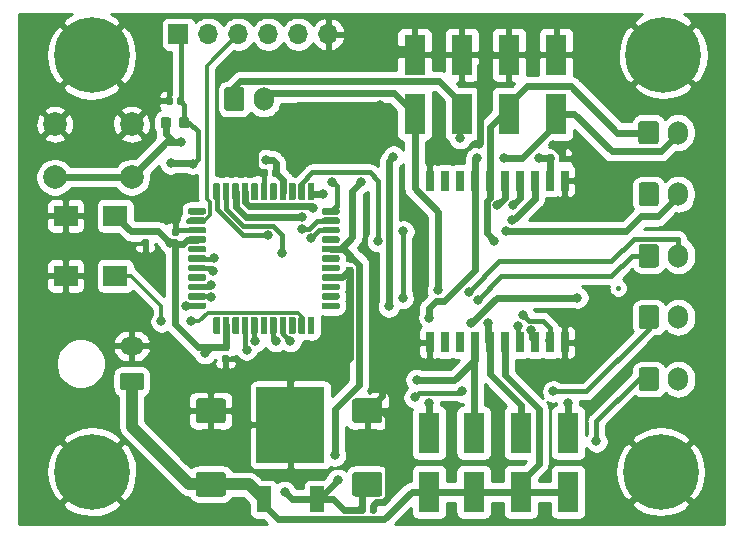
<source format=gbr>
G04 #@! TF.GenerationSoftware,KiCad,Pcbnew,(5.1.5)-3*
G04 #@! TF.CreationDate,2020-05-20T23:31:55+02:00*
G04 #@! TF.ProjectId,Carte_Phare,43617274-655f-4506-9861-72652e6b6963,rev?*
G04 #@! TF.SameCoordinates,Original*
G04 #@! TF.FileFunction,Copper,L1,Top*
G04 #@! TF.FilePolarity,Positive*
%FSLAX46Y46*%
G04 Gerber Fmt 4.6, Leading zero omitted, Abs format (unit mm)*
G04 Created by KiCad (PCBNEW (5.1.5)-3) date 2020-05-20 23:31:55*
%MOMM*%
%LPD*%
G04 APERTURE LIST*
%ADD10C,0.800000*%
%ADD11C,6.400000*%
%ADD12R,5.800000X6.400000*%
%ADD13R,1.200000X2.200000*%
%ADD14C,0.100000*%
%ADD15O,1.700000X1.700000*%
%ADD16R,1.700000X1.700000*%
%ADD17R,2.000000X1.800000*%
%ADD18R,0.700000X1.700000*%
%ADD19C,2.000000*%
%ADD20O,1.700000X2.000000*%
%ADD21O,2.020000X1.500000*%
%ADD22R,1.800000X3.500000*%
%ADD23C,0.400000*%
%ADD24C,0.600000*%
%ADD25C,1.000000*%
%ADD26C,0.350000*%
%ADD27C,0.300000*%
%ADD28C,0.254000*%
G04 APERTURE END LIST*
D10*
X125257056Y-80872944D03*
X123560000Y-80170000D03*
X121862944Y-80872944D03*
X121160000Y-82570000D03*
X121862944Y-84267056D03*
X123560000Y-84970000D03*
X125257056Y-84267056D03*
X125960000Y-82570000D03*
D11*
X123560000Y-82570000D03*
D10*
X125457056Y-45552944D03*
X123760000Y-44850000D03*
X122062944Y-45552944D03*
X121360000Y-47250000D03*
X122062944Y-48947056D03*
X123760000Y-49650000D03*
X125457056Y-48947056D03*
X126160000Y-47250000D03*
D11*
X123760000Y-47250000D03*
D10*
X77087056Y-80882944D03*
X75390000Y-80180000D03*
X73692944Y-80882944D03*
X72990000Y-82580000D03*
X73692944Y-84277056D03*
X75390000Y-84980000D03*
X77087056Y-84277056D03*
X77790000Y-82580000D03*
D11*
X75390000Y-82580000D03*
D10*
X77072056Y-45602944D03*
X75375000Y-44900000D03*
X73677944Y-45602944D03*
X72975000Y-47300000D03*
X73677944Y-48997056D03*
X75375000Y-49700000D03*
X77072056Y-48997056D03*
X77775000Y-47300000D03*
D11*
X75375000Y-47300000D03*
D12*
X92210000Y-78595000D03*
D13*
X94490000Y-84895000D03*
X89930000Y-84895000D03*
G04 #@! TA.AperFunction,SMDPad,CuDef*
D14*
G36*
X81882691Y-52546053D02*
G01*
X81903926Y-52549203D01*
X81924750Y-52554419D01*
X81944962Y-52561651D01*
X81964368Y-52570830D01*
X81982781Y-52581866D01*
X82000024Y-52594654D01*
X82015930Y-52609070D01*
X82030346Y-52624976D01*
X82043134Y-52642219D01*
X82054170Y-52660632D01*
X82063349Y-52680038D01*
X82070581Y-52700250D01*
X82075797Y-52721074D01*
X82078947Y-52742309D01*
X82080000Y-52763750D01*
X82080000Y-53276250D01*
X82078947Y-53297691D01*
X82075797Y-53318926D01*
X82070581Y-53339750D01*
X82063349Y-53359962D01*
X82054170Y-53379368D01*
X82043134Y-53397781D01*
X82030346Y-53415024D01*
X82015930Y-53430930D01*
X82000024Y-53445346D01*
X81982781Y-53458134D01*
X81964368Y-53469170D01*
X81944962Y-53478349D01*
X81924750Y-53485581D01*
X81903926Y-53490797D01*
X81882691Y-53493947D01*
X81861250Y-53495000D01*
X81423750Y-53495000D01*
X81402309Y-53493947D01*
X81381074Y-53490797D01*
X81360250Y-53485581D01*
X81340038Y-53478349D01*
X81320632Y-53469170D01*
X81302219Y-53458134D01*
X81284976Y-53445346D01*
X81269070Y-53430930D01*
X81254654Y-53415024D01*
X81241866Y-53397781D01*
X81230830Y-53379368D01*
X81221651Y-53359962D01*
X81214419Y-53339750D01*
X81209203Y-53318926D01*
X81206053Y-53297691D01*
X81205000Y-53276250D01*
X81205000Y-52763750D01*
X81206053Y-52742309D01*
X81209203Y-52721074D01*
X81214419Y-52700250D01*
X81221651Y-52680038D01*
X81230830Y-52660632D01*
X81241866Y-52642219D01*
X81254654Y-52624976D01*
X81269070Y-52609070D01*
X81284976Y-52594654D01*
X81302219Y-52581866D01*
X81320632Y-52570830D01*
X81340038Y-52561651D01*
X81360250Y-52554419D01*
X81381074Y-52549203D01*
X81402309Y-52546053D01*
X81423750Y-52545000D01*
X81861250Y-52545000D01*
X81882691Y-52546053D01*
G37*
G04 #@! TD.AperFunction*
G04 #@! TA.AperFunction,SMDPad,CuDef*
G36*
X83457691Y-52546053D02*
G01*
X83478926Y-52549203D01*
X83499750Y-52554419D01*
X83519962Y-52561651D01*
X83539368Y-52570830D01*
X83557781Y-52581866D01*
X83575024Y-52594654D01*
X83590930Y-52609070D01*
X83605346Y-52624976D01*
X83618134Y-52642219D01*
X83629170Y-52660632D01*
X83638349Y-52680038D01*
X83645581Y-52700250D01*
X83650797Y-52721074D01*
X83653947Y-52742309D01*
X83655000Y-52763750D01*
X83655000Y-53276250D01*
X83653947Y-53297691D01*
X83650797Y-53318926D01*
X83645581Y-53339750D01*
X83638349Y-53359962D01*
X83629170Y-53379368D01*
X83618134Y-53397781D01*
X83605346Y-53415024D01*
X83590930Y-53430930D01*
X83575024Y-53445346D01*
X83557781Y-53458134D01*
X83539368Y-53469170D01*
X83519962Y-53478349D01*
X83499750Y-53485581D01*
X83478926Y-53490797D01*
X83457691Y-53493947D01*
X83436250Y-53495000D01*
X82998750Y-53495000D01*
X82977309Y-53493947D01*
X82956074Y-53490797D01*
X82935250Y-53485581D01*
X82915038Y-53478349D01*
X82895632Y-53469170D01*
X82877219Y-53458134D01*
X82859976Y-53445346D01*
X82844070Y-53430930D01*
X82829654Y-53415024D01*
X82816866Y-53397781D01*
X82805830Y-53379368D01*
X82796651Y-53359962D01*
X82789419Y-53339750D01*
X82784203Y-53318926D01*
X82781053Y-53297691D01*
X82780000Y-53276250D01*
X82780000Y-52763750D01*
X82781053Y-52742309D01*
X82784203Y-52721074D01*
X82789419Y-52700250D01*
X82796651Y-52680038D01*
X82805830Y-52660632D01*
X82816866Y-52642219D01*
X82829654Y-52624976D01*
X82844070Y-52609070D01*
X82859976Y-52594654D01*
X82877219Y-52581866D01*
X82895632Y-52570830D01*
X82915038Y-52561651D01*
X82935250Y-52554419D01*
X82956074Y-52549203D01*
X82977309Y-52546053D01*
X82998750Y-52545000D01*
X83436250Y-52545000D01*
X83457691Y-52546053D01*
G37*
G04 #@! TD.AperFunction*
D15*
X95410000Y-45520000D03*
X92870000Y-45520000D03*
X90330000Y-45520000D03*
X87790000Y-45520000D03*
X85250000Y-45520000D03*
D16*
X82710000Y-45520000D03*
D17*
X77375000Y-60910000D03*
X77375000Y-65990000D03*
X73175000Y-65990000D03*
X73175000Y-60910000D03*
D18*
X103995000Y-57920000D03*
X105265000Y-57920000D03*
X106535000Y-57920000D03*
X107805000Y-57920000D03*
X109075000Y-57920000D03*
X110345000Y-57920000D03*
X111615000Y-57920000D03*
X112885000Y-57920000D03*
X114155000Y-57920000D03*
X115425000Y-57920000D03*
X115425000Y-71620000D03*
X114155000Y-71620000D03*
X112885000Y-71620000D03*
X111615000Y-71620000D03*
X110345000Y-71620000D03*
X109075000Y-71620000D03*
X107805000Y-71620000D03*
X106535000Y-71620000D03*
X105265000Y-71620000D03*
X103995000Y-71620000D03*
G04 #@! TA.AperFunction,SMDPad,CuDef*
D14*
G36*
X94110977Y-69445662D02*
G01*
X94124325Y-69447642D01*
X94137414Y-69450921D01*
X94150119Y-69455467D01*
X94162317Y-69461236D01*
X94173891Y-69468173D01*
X94184729Y-69476211D01*
X94194727Y-69485273D01*
X94203789Y-69495271D01*
X94211827Y-69506109D01*
X94218764Y-69517683D01*
X94224533Y-69529881D01*
X94229079Y-69542586D01*
X94232358Y-69555675D01*
X94234338Y-69569023D01*
X94235000Y-69582500D01*
X94235000Y-70782500D01*
X94234338Y-70795977D01*
X94232358Y-70809325D01*
X94229079Y-70822414D01*
X94224533Y-70835119D01*
X94218764Y-70847317D01*
X94211827Y-70858891D01*
X94203789Y-70869729D01*
X94194727Y-70879727D01*
X94184729Y-70888789D01*
X94173891Y-70896827D01*
X94162317Y-70903764D01*
X94150119Y-70909533D01*
X94137414Y-70914079D01*
X94124325Y-70917358D01*
X94110977Y-70919338D01*
X94097500Y-70920000D01*
X93822500Y-70920000D01*
X93809023Y-70919338D01*
X93795675Y-70917358D01*
X93782586Y-70914079D01*
X93769881Y-70909533D01*
X93757683Y-70903764D01*
X93746109Y-70896827D01*
X93735271Y-70888789D01*
X93725273Y-70879727D01*
X93716211Y-70869729D01*
X93708173Y-70858891D01*
X93701236Y-70847317D01*
X93695467Y-70835119D01*
X93690921Y-70822414D01*
X93687642Y-70809325D01*
X93685662Y-70795977D01*
X93685000Y-70782500D01*
X93685000Y-69582500D01*
X93685662Y-69569023D01*
X93687642Y-69555675D01*
X93690921Y-69542586D01*
X93695467Y-69529881D01*
X93701236Y-69517683D01*
X93708173Y-69506109D01*
X93716211Y-69495271D01*
X93725273Y-69485273D01*
X93735271Y-69476211D01*
X93746109Y-69468173D01*
X93757683Y-69461236D01*
X93769881Y-69455467D01*
X93782586Y-69450921D01*
X93795675Y-69447642D01*
X93809023Y-69445662D01*
X93822500Y-69445000D01*
X94097500Y-69445000D01*
X94110977Y-69445662D01*
G37*
G04 #@! TD.AperFunction*
G04 #@! TA.AperFunction,SMDPad,CuDef*
G36*
X93310977Y-69445662D02*
G01*
X93324325Y-69447642D01*
X93337414Y-69450921D01*
X93350119Y-69455467D01*
X93362317Y-69461236D01*
X93373891Y-69468173D01*
X93384729Y-69476211D01*
X93394727Y-69485273D01*
X93403789Y-69495271D01*
X93411827Y-69506109D01*
X93418764Y-69517683D01*
X93424533Y-69529881D01*
X93429079Y-69542586D01*
X93432358Y-69555675D01*
X93434338Y-69569023D01*
X93435000Y-69582500D01*
X93435000Y-70782500D01*
X93434338Y-70795977D01*
X93432358Y-70809325D01*
X93429079Y-70822414D01*
X93424533Y-70835119D01*
X93418764Y-70847317D01*
X93411827Y-70858891D01*
X93403789Y-70869729D01*
X93394727Y-70879727D01*
X93384729Y-70888789D01*
X93373891Y-70896827D01*
X93362317Y-70903764D01*
X93350119Y-70909533D01*
X93337414Y-70914079D01*
X93324325Y-70917358D01*
X93310977Y-70919338D01*
X93297500Y-70920000D01*
X93022500Y-70920000D01*
X93009023Y-70919338D01*
X92995675Y-70917358D01*
X92982586Y-70914079D01*
X92969881Y-70909533D01*
X92957683Y-70903764D01*
X92946109Y-70896827D01*
X92935271Y-70888789D01*
X92925273Y-70879727D01*
X92916211Y-70869729D01*
X92908173Y-70858891D01*
X92901236Y-70847317D01*
X92895467Y-70835119D01*
X92890921Y-70822414D01*
X92887642Y-70809325D01*
X92885662Y-70795977D01*
X92885000Y-70782500D01*
X92885000Y-69582500D01*
X92885662Y-69569023D01*
X92887642Y-69555675D01*
X92890921Y-69542586D01*
X92895467Y-69529881D01*
X92901236Y-69517683D01*
X92908173Y-69506109D01*
X92916211Y-69495271D01*
X92925273Y-69485273D01*
X92935271Y-69476211D01*
X92946109Y-69468173D01*
X92957683Y-69461236D01*
X92969881Y-69455467D01*
X92982586Y-69450921D01*
X92995675Y-69447642D01*
X93009023Y-69445662D01*
X93022500Y-69445000D01*
X93297500Y-69445000D01*
X93310977Y-69445662D01*
G37*
G04 #@! TD.AperFunction*
G04 #@! TA.AperFunction,SMDPad,CuDef*
G36*
X92510977Y-69445662D02*
G01*
X92524325Y-69447642D01*
X92537414Y-69450921D01*
X92550119Y-69455467D01*
X92562317Y-69461236D01*
X92573891Y-69468173D01*
X92584729Y-69476211D01*
X92594727Y-69485273D01*
X92603789Y-69495271D01*
X92611827Y-69506109D01*
X92618764Y-69517683D01*
X92624533Y-69529881D01*
X92629079Y-69542586D01*
X92632358Y-69555675D01*
X92634338Y-69569023D01*
X92635000Y-69582500D01*
X92635000Y-70782500D01*
X92634338Y-70795977D01*
X92632358Y-70809325D01*
X92629079Y-70822414D01*
X92624533Y-70835119D01*
X92618764Y-70847317D01*
X92611827Y-70858891D01*
X92603789Y-70869729D01*
X92594727Y-70879727D01*
X92584729Y-70888789D01*
X92573891Y-70896827D01*
X92562317Y-70903764D01*
X92550119Y-70909533D01*
X92537414Y-70914079D01*
X92524325Y-70917358D01*
X92510977Y-70919338D01*
X92497500Y-70920000D01*
X92222500Y-70920000D01*
X92209023Y-70919338D01*
X92195675Y-70917358D01*
X92182586Y-70914079D01*
X92169881Y-70909533D01*
X92157683Y-70903764D01*
X92146109Y-70896827D01*
X92135271Y-70888789D01*
X92125273Y-70879727D01*
X92116211Y-70869729D01*
X92108173Y-70858891D01*
X92101236Y-70847317D01*
X92095467Y-70835119D01*
X92090921Y-70822414D01*
X92087642Y-70809325D01*
X92085662Y-70795977D01*
X92085000Y-70782500D01*
X92085000Y-69582500D01*
X92085662Y-69569023D01*
X92087642Y-69555675D01*
X92090921Y-69542586D01*
X92095467Y-69529881D01*
X92101236Y-69517683D01*
X92108173Y-69506109D01*
X92116211Y-69495271D01*
X92125273Y-69485273D01*
X92135271Y-69476211D01*
X92146109Y-69468173D01*
X92157683Y-69461236D01*
X92169881Y-69455467D01*
X92182586Y-69450921D01*
X92195675Y-69447642D01*
X92209023Y-69445662D01*
X92222500Y-69445000D01*
X92497500Y-69445000D01*
X92510977Y-69445662D01*
G37*
G04 #@! TD.AperFunction*
G04 #@! TA.AperFunction,SMDPad,CuDef*
G36*
X91710977Y-69445662D02*
G01*
X91724325Y-69447642D01*
X91737414Y-69450921D01*
X91750119Y-69455467D01*
X91762317Y-69461236D01*
X91773891Y-69468173D01*
X91784729Y-69476211D01*
X91794727Y-69485273D01*
X91803789Y-69495271D01*
X91811827Y-69506109D01*
X91818764Y-69517683D01*
X91824533Y-69529881D01*
X91829079Y-69542586D01*
X91832358Y-69555675D01*
X91834338Y-69569023D01*
X91835000Y-69582500D01*
X91835000Y-70782500D01*
X91834338Y-70795977D01*
X91832358Y-70809325D01*
X91829079Y-70822414D01*
X91824533Y-70835119D01*
X91818764Y-70847317D01*
X91811827Y-70858891D01*
X91803789Y-70869729D01*
X91794727Y-70879727D01*
X91784729Y-70888789D01*
X91773891Y-70896827D01*
X91762317Y-70903764D01*
X91750119Y-70909533D01*
X91737414Y-70914079D01*
X91724325Y-70917358D01*
X91710977Y-70919338D01*
X91697500Y-70920000D01*
X91422500Y-70920000D01*
X91409023Y-70919338D01*
X91395675Y-70917358D01*
X91382586Y-70914079D01*
X91369881Y-70909533D01*
X91357683Y-70903764D01*
X91346109Y-70896827D01*
X91335271Y-70888789D01*
X91325273Y-70879727D01*
X91316211Y-70869729D01*
X91308173Y-70858891D01*
X91301236Y-70847317D01*
X91295467Y-70835119D01*
X91290921Y-70822414D01*
X91287642Y-70809325D01*
X91285662Y-70795977D01*
X91285000Y-70782500D01*
X91285000Y-69582500D01*
X91285662Y-69569023D01*
X91287642Y-69555675D01*
X91290921Y-69542586D01*
X91295467Y-69529881D01*
X91301236Y-69517683D01*
X91308173Y-69506109D01*
X91316211Y-69495271D01*
X91325273Y-69485273D01*
X91335271Y-69476211D01*
X91346109Y-69468173D01*
X91357683Y-69461236D01*
X91369881Y-69455467D01*
X91382586Y-69450921D01*
X91395675Y-69447642D01*
X91409023Y-69445662D01*
X91422500Y-69445000D01*
X91697500Y-69445000D01*
X91710977Y-69445662D01*
G37*
G04 #@! TD.AperFunction*
G04 #@! TA.AperFunction,SMDPad,CuDef*
G36*
X90910977Y-69445662D02*
G01*
X90924325Y-69447642D01*
X90937414Y-69450921D01*
X90950119Y-69455467D01*
X90962317Y-69461236D01*
X90973891Y-69468173D01*
X90984729Y-69476211D01*
X90994727Y-69485273D01*
X91003789Y-69495271D01*
X91011827Y-69506109D01*
X91018764Y-69517683D01*
X91024533Y-69529881D01*
X91029079Y-69542586D01*
X91032358Y-69555675D01*
X91034338Y-69569023D01*
X91035000Y-69582500D01*
X91035000Y-70782500D01*
X91034338Y-70795977D01*
X91032358Y-70809325D01*
X91029079Y-70822414D01*
X91024533Y-70835119D01*
X91018764Y-70847317D01*
X91011827Y-70858891D01*
X91003789Y-70869729D01*
X90994727Y-70879727D01*
X90984729Y-70888789D01*
X90973891Y-70896827D01*
X90962317Y-70903764D01*
X90950119Y-70909533D01*
X90937414Y-70914079D01*
X90924325Y-70917358D01*
X90910977Y-70919338D01*
X90897500Y-70920000D01*
X90622500Y-70920000D01*
X90609023Y-70919338D01*
X90595675Y-70917358D01*
X90582586Y-70914079D01*
X90569881Y-70909533D01*
X90557683Y-70903764D01*
X90546109Y-70896827D01*
X90535271Y-70888789D01*
X90525273Y-70879727D01*
X90516211Y-70869729D01*
X90508173Y-70858891D01*
X90501236Y-70847317D01*
X90495467Y-70835119D01*
X90490921Y-70822414D01*
X90487642Y-70809325D01*
X90485662Y-70795977D01*
X90485000Y-70782500D01*
X90485000Y-69582500D01*
X90485662Y-69569023D01*
X90487642Y-69555675D01*
X90490921Y-69542586D01*
X90495467Y-69529881D01*
X90501236Y-69517683D01*
X90508173Y-69506109D01*
X90516211Y-69495271D01*
X90525273Y-69485273D01*
X90535271Y-69476211D01*
X90546109Y-69468173D01*
X90557683Y-69461236D01*
X90569881Y-69455467D01*
X90582586Y-69450921D01*
X90595675Y-69447642D01*
X90609023Y-69445662D01*
X90622500Y-69445000D01*
X90897500Y-69445000D01*
X90910977Y-69445662D01*
G37*
G04 #@! TD.AperFunction*
G04 #@! TA.AperFunction,SMDPad,CuDef*
G36*
X90110977Y-69445662D02*
G01*
X90124325Y-69447642D01*
X90137414Y-69450921D01*
X90150119Y-69455467D01*
X90162317Y-69461236D01*
X90173891Y-69468173D01*
X90184729Y-69476211D01*
X90194727Y-69485273D01*
X90203789Y-69495271D01*
X90211827Y-69506109D01*
X90218764Y-69517683D01*
X90224533Y-69529881D01*
X90229079Y-69542586D01*
X90232358Y-69555675D01*
X90234338Y-69569023D01*
X90235000Y-69582500D01*
X90235000Y-70782500D01*
X90234338Y-70795977D01*
X90232358Y-70809325D01*
X90229079Y-70822414D01*
X90224533Y-70835119D01*
X90218764Y-70847317D01*
X90211827Y-70858891D01*
X90203789Y-70869729D01*
X90194727Y-70879727D01*
X90184729Y-70888789D01*
X90173891Y-70896827D01*
X90162317Y-70903764D01*
X90150119Y-70909533D01*
X90137414Y-70914079D01*
X90124325Y-70917358D01*
X90110977Y-70919338D01*
X90097500Y-70920000D01*
X89822500Y-70920000D01*
X89809023Y-70919338D01*
X89795675Y-70917358D01*
X89782586Y-70914079D01*
X89769881Y-70909533D01*
X89757683Y-70903764D01*
X89746109Y-70896827D01*
X89735271Y-70888789D01*
X89725273Y-70879727D01*
X89716211Y-70869729D01*
X89708173Y-70858891D01*
X89701236Y-70847317D01*
X89695467Y-70835119D01*
X89690921Y-70822414D01*
X89687642Y-70809325D01*
X89685662Y-70795977D01*
X89685000Y-70782500D01*
X89685000Y-69582500D01*
X89685662Y-69569023D01*
X89687642Y-69555675D01*
X89690921Y-69542586D01*
X89695467Y-69529881D01*
X89701236Y-69517683D01*
X89708173Y-69506109D01*
X89716211Y-69495271D01*
X89725273Y-69485273D01*
X89735271Y-69476211D01*
X89746109Y-69468173D01*
X89757683Y-69461236D01*
X89769881Y-69455467D01*
X89782586Y-69450921D01*
X89795675Y-69447642D01*
X89809023Y-69445662D01*
X89822500Y-69445000D01*
X90097500Y-69445000D01*
X90110977Y-69445662D01*
G37*
G04 #@! TD.AperFunction*
G04 #@! TA.AperFunction,SMDPad,CuDef*
G36*
X89310977Y-69445662D02*
G01*
X89324325Y-69447642D01*
X89337414Y-69450921D01*
X89350119Y-69455467D01*
X89362317Y-69461236D01*
X89373891Y-69468173D01*
X89384729Y-69476211D01*
X89394727Y-69485273D01*
X89403789Y-69495271D01*
X89411827Y-69506109D01*
X89418764Y-69517683D01*
X89424533Y-69529881D01*
X89429079Y-69542586D01*
X89432358Y-69555675D01*
X89434338Y-69569023D01*
X89435000Y-69582500D01*
X89435000Y-70782500D01*
X89434338Y-70795977D01*
X89432358Y-70809325D01*
X89429079Y-70822414D01*
X89424533Y-70835119D01*
X89418764Y-70847317D01*
X89411827Y-70858891D01*
X89403789Y-70869729D01*
X89394727Y-70879727D01*
X89384729Y-70888789D01*
X89373891Y-70896827D01*
X89362317Y-70903764D01*
X89350119Y-70909533D01*
X89337414Y-70914079D01*
X89324325Y-70917358D01*
X89310977Y-70919338D01*
X89297500Y-70920000D01*
X89022500Y-70920000D01*
X89009023Y-70919338D01*
X88995675Y-70917358D01*
X88982586Y-70914079D01*
X88969881Y-70909533D01*
X88957683Y-70903764D01*
X88946109Y-70896827D01*
X88935271Y-70888789D01*
X88925273Y-70879727D01*
X88916211Y-70869729D01*
X88908173Y-70858891D01*
X88901236Y-70847317D01*
X88895467Y-70835119D01*
X88890921Y-70822414D01*
X88887642Y-70809325D01*
X88885662Y-70795977D01*
X88885000Y-70782500D01*
X88885000Y-69582500D01*
X88885662Y-69569023D01*
X88887642Y-69555675D01*
X88890921Y-69542586D01*
X88895467Y-69529881D01*
X88901236Y-69517683D01*
X88908173Y-69506109D01*
X88916211Y-69495271D01*
X88925273Y-69485273D01*
X88935271Y-69476211D01*
X88946109Y-69468173D01*
X88957683Y-69461236D01*
X88969881Y-69455467D01*
X88982586Y-69450921D01*
X88995675Y-69447642D01*
X89009023Y-69445662D01*
X89022500Y-69445000D01*
X89297500Y-69445000D01*
X89310977Y-69445662D01*
G37*
G04 #@! TD.AperFunction*
G04 #@! TA.AperFunction,SMDPad,CuDef*
G36*
X88510977Y-69445662D02*
G01*
X88524325Y-69447642D01*
X88537414Y-69450921D01*
X88550119Y-69455467D01*
X88562317Y-69461236D01*
X88573891Y-69468173D01*
X88584729Y-69476211D01*
X88594727Y-69485273D01*
X88603789Y-69495271D01*
X88611827Y-69506109D01*
X88618764Y-69517683D01*
X88624533Y-69529881D01*
X88629079Y-69542586D01*
X88632358Y-69555675D01*
X88634338Y-69569023D01*
X88635000Y-69582500D01*
X88635000Y-70782500D01*
X88634338Y-70795977D01*
X88632358Y-70809325D01*
X88629079Y-70822414D01*
X88624533Y-70835119D01*
X88618764Y-70847317D01*
X88611827Y-70858891D01*
X88603789Y-70869729D01*
X88594727Y-70879727D01*
X88584729Y-70888789D01*
X88573891Y-70896827D01*
X88562317Y-70903764D01*
X88550119Y-70909533D01*
X88537414Y-70914079D01*
X88524325Y-70917358D01*
X88510977Y-70919338D01*
X88497500Y-70920000D01*
X88222500Y-70920000D01*
X88209023Y-70919338D01*
X88195675Y-70917358D01*
X88182586Y-70914079D01*
X88169881Y-70909533D01*
X88157683Y-70903764D01*
X88146109Y-70896827D01*
X88135271Y-70888789D01*
X88125273Y-70879727D01*
X88116211Y-70869729D01*
X88108173Y-70858891D01*
X88101236Y-70847317D01*
X88095467Y-70835119D01*
X88090921Y-70822414D01*
X88087642Y-70809325D01*
X88085662Y-70795977D01*
X88085000Y-70782500D01*
X88085000Y-69582500D01*
X88085662Y-69569023D01*
X88087642Y-69555675D01*
X88090921Y-69542586D01*
X88095467Y-69529881D01*
X88101236Y-69517683D01*
X88108173Y-69506109D01*
X88116211Y-69495271D01*
X88125273Y-69485273D01*
X88135271Y-69476211D01*
X88146109Y-69468173D01*
X88157683Y-69461236D01*
X88169881Y-69455467D01*
X88182586Y-69450921D01*
X88195675Y-69447642D01*
X88209023Y-69445662D01*
X88222500Y-69445000D01*
X88497500Y-69445000D01*
X88510977Y-69445662D01*
G37*
G04 #@! TD.AperFunction*
G04 #@! TA.AperFunction,SMDPad,CuDef*
G36*
X87710977Y-69445662D02*
G01*
X87724325Y-69447642D01*
X87737414Y-69450921D01*
X87750119Y-69455467D01*
X87762317Y-69461236D01*
X87773891Y-69468173D01*
X87784729Y-69476211D01*
X87794727Y-69485273D01*
X87803789Y-69495271D01*
X87811827Y-69506109D01*
X87818764Y-69517683D01*
X87824533Y-69529881D01*
X87829079Y-69542586D01*
X87832358Y-69555675D01*
X87834338Y-69569023D01*
X87835000Y-69582500D01*
X87835000Y-70782500D01*
X87834338Y-70795977D01*
X87832358Y-70809325D01*
X87829079Y-70822414D01*
X87824533Y-70835119D01*
X87818764Y-70847317D01*
X87811827Y-70858891D01*
X87803789Y-70869729D01*
X87794727Y-70879727D01*
X87784729Y-70888789D01*
X87773891Y-70896827D01*
X87762317Y-70903764D01*
X87750119Y-70909533D01*
X87737414Y-70914079D01*
X87724325Y-70917358D01*
X87710977Y-70919338D01*
X87697500Y-70920000D01*
X87422500Y-70920000D01*
X87409023Y-70919338D01*
X87395675Y-70917358D01*
X87382586Y-70914079D01*
X87369881Y-70909533D01*
X87357683Y-70903764D01*
X87346109Y-70896827D01*
X87335271Y-70888789D01*
X87325273Y-70879727D01*
X87316211Y-70869729D01*
X87308173Y-70858891D01*
X87301236Y-70847317D01*
X87295467Y-70835119D01*
X87290921Y-70822414D01*
X87287642Y-70809325D01*
X87285662Y-70795977D01*
X87285000Y-70782500D01*
X87285000Y-69582500D01*
X87285662Y-69569023D01*
X87287642Y-69555675D01*
X87290921Y-69542586D01*
X87295467Y-69529881D01*
X87301236Y-69517683D01*
X87308173Y-69506109D01*
X87316211Y-69495271D01*
X87325273Y-69485273D01*
X87335271Y-69476211D01*
X87346109Y-69468173D01*
X87357683Y-69461236D01*
X87369881Y-69455467D01*
X87382586Y-69450921D01*
X87395675Y-69447642D01*
X87409023Y-69445662D01*
X87422500Y-69445000D01*
X87697500Y-69445000D01*
X87710977Y-69445662D01*
G37*
G04 #@! TD.AperFunction*
G04 #@! TA.AperFunction,SMDPad,CuDef*
G36*
X86910977Y-69445662D02*
G01*
X86924325Y-69447642D01*
X86937414Y-69450921D01*
X86950119Y-69455467D01*
X86962317Y-69461236D01*
X86973891Y-69468173D01*
X86984729Y-69476211D01*
X86994727Y-69485273D01*
X87003789Y-69495271D01*
X87011827Y-69506109D01*
X87018764Y-69517683D01*
X87024533Y-69529881D01*
X87029079Y-69542586D01*
X87032358Y-69555675D01*
X87034338Y-69569023D01*
X87035000Y-69582500D01*
X87035000Y-70782500D01*
X87034338Y-70795977D01*
X87032358Y-70809325D01*
X87029079Y-70822414D01*
X87024533Y-70835119D01*
X87018764Y-70847317D01*
X87011827Y-70858891D01*
X87003789Y-70869729D01*
X86994727Y-70879727D01*
X86984729Y-70888789D01*
X86973891Y-70896827D01*
X86962317Y-70903764D01*
X86950119Y-70909533D01*
X86937414Y-70914079D01*
X86924325Y-70917358D01*
X86910977Y-70919338D01*
X86897500Y-70920000D01*
X86622500Y-70920000D01*
X86609023Y-70919338D01*
X86595675Y-70917358D01*
X86582586Y-70914079D01*
X86569881Y-70909533D01*
X86557683Y-70903764D01*
X86546109Y-70896827D01*
X86535271Y-70888789D01*
X86525273Y-70879727D01*
X86516211Y-70869729D01*
X86508173Y-70858891D01*
X86501236Y-70847317D01*
X86495467Y-70835119D01*
X86490921Y-70822414D01*
X86487642Y-70809325D01*
X86485662Y-70795977D01*
X86485000Y-70782500D01*
X86485000Y-69582500D01*
X86485662Y-69569023D01*
X86487642Y-69555675D01*
X86490921Y-69542586D01*
X86495467Y-69529881D01*
X86501236Y-69517683D01*
X86508173Y-69506109D01*
X86516211Y-69495271D01*
X86525273Y-69485273D01*
X86535271Y-69476211D01*
X86546109Y-69468173D01*
X86557683Y-69461236D01*
X86569881Y-69455467D01*
X86582586Y-69450921D01*
X86595675Y-69447642D01*
X86609023Y-69445662D01*
X86622500Y-69445000D01*
X86897500Y-69445000D01*
X86910977Y-69445662D01*
G37*
G04 #@! TD.AperFunction*
G04 #@! TA.AperFunction,SMDPad,CuDef*
G36*
X86110977Y-69445662D02*
G01*
X86124325Y-69447642D01*
X86137414Y-69450921D01*
X86150119Y-69455467D01*
X86162317Y-69461236D01*
X86173891Y-69468173D01*
X86184729Y-69476211D01*
X86194727Y-69485273D01*
X86203789Y-69495271D01*
X86211827Y-69506109D01*
X86218764Y-69517683D01*
X86224533Y-69529881D01*
X86229079Y-69542586D01*
X86232358Y-69555675D01*
X86234338Y-69569023D01*
X86235000Y-69582500D01*
X86235000Y-70782500D01*
X86234338Y-70795977D01*
X86232358Y-70809325D01*
X86229079Y-70822414D01*
X86224533Y-70835119D01*
X86218764Y-70847317D01*
X86211827Y-70858891D01*
X86203789Y-70869729D01*
X86194727Y-70879727D01*
X86184729Y-70888789D01*
X86173891Y-70896827D01*
X86162317Y-70903764D01*
X86150119Y-70909533D01*
X86137414Y-70914079D01*
X86124325Y-70917358D01*
X86110977Y-70919338D01*
X86097500Y-70920000D01*
X85822500Y-70920000D01*
X85809023Y-70919338D01*
X85795675Y-70917358D01*
X85782586Y-70914079D01*
X85769881Y-70909533D01*
X85757683Y-70903764D01*
X85746109Y-70896827D01*
X85735271Y-70888789D01*
X85725273Y-70879727D01*
X85716211Y-70869729D01*
X85708173Y-70858891D01*
X85701236Y-70847317D01*
X85695467Y-70835119D01*
X85690921Y-70822414D01*
X85687642Y-70809325D01*
X85685662Y-70795977D01*
X85685000Y-70782500D01*
X85685000Y-69582500D01*
X85685662Y-69569023D01*
X85687642Y-69555675D01*
X85690921Y-69542586D01*
X85695467Y-69529881D01*
X85701236Y-69517683D01*
X85708173Y-69506109D01*
X85716211Y-69495271D01*
X85725273Y-69485273D01*
X85735271Y-69476211D01*
X85746109Y-69468173D01*
X85757683Y-69461236D01*
X85769881Y-69455467D01*
X85782586Y-69450921D01*
X85795675Y-69447642D01*
X85809023Y-69445662D01*
X85822500Y-69445000D01*
X86097500Y-69445000D01*
X86110977Y-69445662D01*
G37*
G04 #@! TD.AperFunction*
G04 #@! TA.AperFunction,SMDPad,CuDef*
G36*
X84910977Y-68245662D02*
G01*
X84924325Y-68247642D01*
X84937414Y-68250921D01*
X84950119Y-68255467D01*
X84962317Y-68261236D01*
X84973891Y-68268173D01*
X84984729Y-68276211D01*
X84994727Y-68285273D01*
X85003789Y-68295271D01*
X85011827Y-68306109D01*
X85018764Y-68317683D01*
X85024533Y-68329881D01*
X85029079Y-68342586D01*
X85032358Y-68355675D01*
X85034338Y-68369023D01*
X85035000Y-68382500D01*
X85035000Y-68657500D01*
X85034338Y-68670977D01*
X85032358Y-68684325D01*
X85029079Y-68697414D01*
X85024533Y-68710119D01*
X85018764Y-68722317D01*
X85011827Y-68733891D01*
X85003789Y-68744729D01*
X84994727Y-68754727D01*
X84984729Y-68763789D01*
X84973891Y-68771827D01*
X84962317Y-68778764D01*
X84950119Y-68784533D01*
X84937414Y-68789079D01*
X84924325Y-68792358D01*
X84910977Y-68794338D01*
X84897500Y-68795000D01*
X83697500Y-68795000D01*
X83684023Y-68794338D01*
X83670675Y-68792358D01*
X83657586Y-68789079D01*
X83644881Y-68784533D01*
X83632683Y-68778764D01*
X83621109Y-68771827D01*
X83610271Y-68763789D01*
X83600273Y-68754727D01*
X83591211Y-68744729D01*
X83583173Y-68733891D01*
X83576236Y-68722317D01*
X83570467Y-68710119D01*
X83565921Y-68697414D01*
X83562642Y-68684325D01*
X83560662Y-68670977D01*
X83560000Y-68657500D01*
X83560000Y-68382500D01*
X83560662Y-68369023D01*
X83562642Y-68355675D01*
X83565921Y-68342586D01*
X83570467Y-68329881D01*
X83576236Y-68317683D01*
X83583173Y-68306109D01*
X83591211Y-68295271D01*
X83600273Y-68285273D01*
X83610271Y-68276211D01*
X83621109Y-68268173D01*
X83632683Y-68261236D01*
X83644881Y-68255467D01*
X83657586Y-68250921D01*
X83670675Y-68247642D01*
X83684023Y-68245662D01*
X83697500Y-68245000D01*
X84897500Y-68245000D01*
X84910977Y-68245662D01*
G37*
G04 #@! TD.AperFunction*
G04 #@! TA.AperFunction,SMDPad,CuDef*
G36*
X84910977Y-67445662D02*
G01*
X84924325Y-67447642D01*
X84937414Y-67450921D01*
X84950119Y-67455467D01*
X84962317Y-67461236D01*
X84973891Y-67468173D01*
X84984729Y-67476211D01*
X84994727Y-67485273D01*
X85003789Y-67495271D01*
X85011827Y-67506109D01*
X85018764Y-67517683D01*
X85024533Y-67529881D01*
X85029079Y-67542586D01*
X85032358Y-67555675D01*
X85034338Y-67569023D01*
X85035000Y-67582500D01*
X85035000Y-67857500D01*
X85034338Y-67870977D01*
X85032358Y-67884325D01*
X85029079Y-67897414D01*
X85024533Y-67910119D01*
X85018764Y-67922317D01*
X85011827Y-67933891D01*
X85003789Y-67944729D01*
X84994727Y-67954727D01*
X84984729Y-67963789D01*
X84973891Y-67971827D01*
X84962317Y-67978764D01*
X84950119Y-67984533D01*
X84937414Y-67989079D01*
X84924325Y-67992358D01*
X84910977Y-67994338D01*
X84897500Y-67995000D01*
X83697500Y-67995000D01*
X83684023Y-67994338D01*
X83670675Y-67992358D01*
X83657586Y-67989079D01*
X83644881Y-67984533D01*
X83632683Y-67978764D01*
X83621109Y-67971827D01*
X83610271Y-67963789D01*
X83600273Y-67954727D01*
X83591211Y-67944729D01*
X83583173Y-67933891D01*
X83576236Y-67922317D01*
X83570467Y-67910119D01*
X83565921Y-67897414D01*
X83562642Y-67884325D01*
X83560662Y-67870977D01*
X83560000Y-67857500D01*
X83560000Y-67582500D01*
X83560662Y-67569023D01*
X83562642Y-67555675D01*
X83565921Y-67542586D01*
X83570467Y-67529881D01*
X83576236Y-67517683D01*
X83583173Y-67506109D01*
X83591211Y-67495271D01*
X83600273Y-67485273D01*
X83610271Y-67476211D01*
X83621109Y-67468173D01*
X83632683Y-67461236D01*
X83644881Y-67455467D01*
X83657586Y-67450921D01*
X83670675Y-67447642D01*
X83684023Y-67445662D01*
X83697500Y-67445000D01*
X84897500Y-67445000D01*
X84910977Y-67445662D01*
G37*
G04 #@! TD.AperFunction*
G04 #@! TA.AperFunction,SMDPad,CuDef*
G36*
X84910977Y-66645662D02*
G01*
X84924325Y-66647642D01*
X84937414Y-66650921D01*
X84950119Y-66655467D01*
X84962317Y-66661236D01*
X84973891Y-66668173D01*
X84984729Y-66676211D01*
X84994727Y-66685273D01*
X85003789Y-66695271D01*
X85011827Y-66706109D01*
X85018764Y-66717683D01*
X85024533Y-66729881D01*
X85029079Y-66742586D01*
X85032358Y-66755675D01*
X85034338Y-66769023D01*
X85035000Y-66782500D01*
X85035000Y-67057500D01*
X85034338Y-67070977D01*
X85032358Y-67084325D01*
X85029079Y-67097414D01*
X85024533Y-67110119D01*
X85018764Y-67122317D01*
X85011827Y-67133891D01*
X85003789Y-67144729D01*
X84994727Y-67154727D01*
X84984729Y-67163789D01*
X84973891Y-67171827D01*
X84962317Y-67178764D01*
X84950119Y-67184533D01*
X84937414Y-67189079D01*
X84924325Y-67192358D01*
X84910977Y-67194338D01*
X84897500Y-67195000D01*
X83697500Y-67195000D01*
X83684023Y-67194338D01*
X83670675Y-67192358D01*
X83657586Y-67189079D01*
X83644881Y-67184533D01*
X83632683Y-67178764D01*
X83621109Y-67171827D01*
X83610271Y-67163789D01*
X83600273Y-67154727D01*
X83591211Y-67144729D01*
X83583173Y-67133891D01*
X83576236Y-67122317D01*
X83570467Y-67110119D01*
X83565921Y-67097414D01*
X83562642Y-67084325D01*
X83560662Y-67070977D01*
X83560000Y-67057500D01*
X83560000Y-66782500D01*
X83560662Y-66769023D01*
X83562642Y-66755675D01*
X83565921Y-66742586D01*
X83570467Y-66729881D01*
X83576236Y-66717683D01*
X83583173Y-66706109D01*
X83591211Y-66695271D01*
X83600273Y-66685273D01*
X83610271Y-66676211D01*
X83621109Y-66668173D01*
X83632683Y-66661236D01*
X83644881Y-66655467D01*
X83657586Y-66650921D01*
X83670675Y-66647642D01*
X83684023Y-66645662D01*
X83697500Y-66645000D01*
X84897500Y-66645000D01*
X84910977Y-66645662D01*
G37*
G04 #@! TD.AperFunction*
G04 #@! TA.AperFunction,SMDPad,CuDef*
G36*
X84910977Y-65845662D02*
G01*
X84924325Y-65847642D01*
X84937414Y-65850921D01*
X84950119Y-65855467D01*
X84962317Y-65861236D01*
X84973891Y-65868173D01*
X84984729Y-65876211D01*
X84994727Y-65885273D01*
X85003789Y-65895271D01*
X85011827Y-65906109D01*
X85018764Y-65917683D01*
X85024533Y-65929881D01*
X85029079Y-65942586D01*
X85032358Y-65955675D01*
X85034338Y-65969023D01*
X85035000Y-65982500D01*
X85035000Y-66257500D01*
X85034338Y-66270977D01*
X85032358Y-66284325D01*
X85029079Y-66297414D01*
X85024533Y-66310119D01*
X85018764Y-66322317D01*
X85011827Y-66333891D01*
X85003789Y-66344729D01*
X84994727Y-66354727D01*
X84984729Y-66363789D01*
X84973891Y-66371827D01*
X84962317Y-66378764D01*
X84950119Y-66384533D01*
X84937414Y-66389079D01*
X84924325Y-66392358D01*
X84910977Y-66394338D01*
X84897500Y-66395000D01*
X83697500Y-66395000D01*
X83684023Y-66394338D01*
X83670675Y-66392358D01*
X83657586Y-66389079D01*
X83644881Y-66384533D01*
X83632683Y-66378764D01*
X83621109Y-66371827D01*
X83610271Y-66363789D01*
X83600273Y-66354727D01*
X83591211Y-66344729D01*
X83583173Y-66333891D01*
X83576236Y-66322317D01*
X83570467Y-66310119D01*
X83565921Y-66297414D01*
X83562642Y-66284325D01*
X83560662Y-66270977D01*
X83560000Y-66257500D01*
X83560000Y-65982500D01*
X83560662Y-65969023D01*
X83562642Y-65955675D01*
X83565921Y-65942586D01*
X83570467Y-65929881D01*
X83576236Y-65917683D01*
X83583173Y-65906109D01*
X83591211Y-65895271D01*
X83600273Y-65885273D01*
X83610271Y-65876211D01*
X83621109Y-65868173D01*
X83632683Y-65861236D01*
X83644881Y-65855467D01*
X83657586Y-65850921D01*
X83670675Y-65847642D01*
X83684023Y-65845662D01*
X83697500Y-65845000D01*
X84897500Y-65845000D01*
X84910977Y-65845662D01*
G37*
G04 #@! TD.AperFunction*
G04 #@! TA.AperFunction,SMDPad,CuDef*
G36*
X84910977Y-65045662D02*
G01*
X84924325Y-65047642D01*
X84937414Y-65050921D01*
X84950119Y-65055467D01*
X84962317Y-65061236D01*
X84973891Y-65068173D01*
X84984729Y-65076211D01*
X84994727Y-65085273D01*
X85003789Y-65095271D01*
X85011827Y-65106109D01*
X85018764Y-65117683D01*
X85024533Y-65129881D01*
X85029079Y-65142586D01*
X85032358Y-65155675D01*
X85034338Y-65169023D01*
X85035000Y-65182500D01*
X85035000Y-65457500D01*
X85034338Y-65470977D01*
X85032358Y-65484325D01*
X85029079Y-65497414D01*
X85024533Y-65510119D01*
X85018764Y-65522317D01*
X85011827Y-65533891D01*
X85003789Y-65544729D01*
X84994727Y-65554727D01*
X84984729Y-65563789D01*
X84973891Y-65571827D01*
X84962317Y-65578764D01*
X84950119Y-65584533D01*
X84937414Y-65589079D01*
X84924325Y-65592358D01*
X84910977Y-65594338D01*
X84897500Y-65595000D01*
X83697500Y-65595000D01*
X83684023Y-65594338D01*
X83670675Y-65592358D01*
X83657586Y-65589079D01*
X83644881Y-65584533D01*
X83632683Y-65578764D01*
X83621109Y-65571827D01*
X83610271Y-65563789D01*
X83600273Y-65554727D01*
X83591211Y-65544729D01*
X83583173Y-65533891D01*
X83576236Y-65522317D01*
X83570467Y-65510119D01*
X83565921Y-65497414D01*
X83562642Y-65484325D01*
X83560662Y-65470977D01*
X83560000Y-65457500D01*
X83560000Y-65182500D01*
X83560662Y-65169023D01*
X83562642Y-65155675D01*
X83565921Y-65142586D01*
X83570467Y-65129881D01*
X83576236Y-65117683D01*
X83583173Y-65106109D01*
X83591211Y-65095271D01*
X83600273Y-65085273D01*
X83610271Y-65076211D01*
X83621109Y-65068173D01*
X83632683Y-65061236D01*
X83644881Y-65055467D01*
X83657586Y-65050921D01*
X83670675Y-65047642D01*
X83684023Y-65045662D01*
X83697500Y-65045000D01*
X84897500Y-65045000D01*
X84910977Y-65045662D01*
G37*
G04 #@! TD.AperFunction*
G04 #@! TA.AperFunction,SMDPad,CuDef*
G36*
X84910977Y-64245662D02*
G01*
X84924325Y-64247642D01*
X84937414Y-64250921D01*
X84950119Y-64255467D01*
X84962317Y-64261236D01*
X84973891Y-64268173D01*
X84984729Y-64276211D01*
X84994727Y-64285273D01*
X85003789Y-64295271D01*
X85011827Y-64306109D01*
X85018764Y-64317683D01*
X85024533Y-64329881D01*
X85029079Y-64342586D01*
X85032358Y-64355675D01*
X85034338Y-64369023D01*
X85035000Y-64382500D01*
X85035000Y-64657500D01*
X85034338Y-64670977D01*
X85032358Y-64684325D01*
X85029079Y-64697414D01*
X85024533Y-64710119D01*
X85018764Y-64722317D01*
X85011827Y-64733891D01*
X85003789Y-64744729D01*
X84994727Y-64754727D01*
X84984729Y-64763789D01*
X84973891Y-64771827D01*
X84962317Y-64778764D01*
X84950119Y-64784533D01*
X84937414Y-64789079D01*
X84924325Y-64792358D01*
X84910977Y-64794338D01*
X84897500Y-64795000D01*
X83697500Y-64795000D01*
X83684023Y-64794338D01*
X83670675Y-64792358D01*
X83657586Y-64789079D01*
X83644881Y-64784533D01*
X83632683Y-64778764D01*
X83621109Y-64771827D01*
X83610271Y-64763789D01*
X83600273Y-64754727D01*
X83591211Y-64744729D01*
X83583173Y-64733891D01*
X83576236Y-64722317D01*
X83570467Y-64710119D01*
X83565921Y-64697414D01*
X83562642Y-64684325D01*
X83560662Y-64670977D01*
X83560000Y-64657500D01*
X83560000Y-64382500D01*
X83560662Y-64369023D01*
X83562642Y-64355675D01*
X83565921Y-64342586D01*
X83570467Y-64329881D01*
X83576236Y-64317683D01*
X83583173Y-64306109D01*
X83591211Y-64295271D01*
X83600273Y-64285273D01*
X83610271Y-64276211D01*
X83621109Y-64268173D01*
X83632683Y-64261236D01*
X83644881Y-64255467D01*
X83657586Y-64250921D01*
X83670675Y-64247642D01*
X83684023Y-64245662D01*
X83697500Y-64245000D01*
X84897500Y-64245000D01*
X84910977Y-64245662D01*
G37*
G04 #@! TD.AperFunction*
G04 #@! TA.AperFunction,SMDPad,CuDef*
G36*
X84910977Y-63445662D02*
G01*
X84924325Y-63447642D01*
X84937414Y-63450921D01*
X84950119Y-63455467D01*
X84962317Y-63461236D01*
X84973891Y-63468173D01*
X84984729Y-63476211D01*
X84994727Y-63485273D01*
X85003789Y-63495271D01*
X85011827Y-63506109D01*
X85018764Y-63517683D01*
X85024533Y-63529881D01*
X85029079Y-63542586D01*
X85032358Y-63555675D01*
X85034338Y-63569023D01*
X85035000Y-63582500D01*
X85035000Y-63857500D01*
X85034338Y-63870977D01*
X85032358Y-63884325D01*
X85029079Y-63897414D01*
X85024533Y-63910119D01*
X85018764Y-63922317D01*
X85011827Y-63933891D01*
X85003789Y-63944729D01*
X84994727Y-63954727D01*
X84984729Y-63963789D01*
X84973891Y-63971827D01*
X84962317Y-63978764D01*
X84950119Y-63984533D01*
X84937414Y-63989079D01*
X84924325Y-63992358D01*
X84910977Y-63994338D01*
X84897500Y-63995000D01*
X83697500Y-63995000D01*
X83684023Y-63994338D01*
X83670675Y-63992358D01*
X83657586Y-63989079D01*
X83644881Y-63984533D01*
X83632683Y-63978764D01*
X83621109Y-63971827D01*
X83610271Y-63963789D01*
X83600273Y-63954727D01*
X83591211Y-63944729D01*
X83583173Y-63933891D01*
X83576236Y-63922317D01*
X83570467Y-63910119D01*
X83565921Y-63897414D01*
X83562642Y-63884325D01*
X83560662Y-63870977D01*
X83560000Y-63857500D01*
X83560000Y-63582500D01*
X83560662Y-63569023D01*
X83562642Y-63555675D01*
X83565921Y-63542586D01*
X83570467Y-63529881D01*
X83576236Y-63517683D01*
X83583173Y-63506109D01*
X83591211Y-63495271D01*
X83600273Y-63485273D01*
X83610271Y-63476211D01*
X83621109Y-63468173D01*
X83632683Y-63461236D01*
X83644881Y-63455467D01*
X83657586Y-63450921D01*
X83670675Y-63447642D01*
X83684023Y-63445662D01*
X83697500Y-63445000D01*
X84897500Y-63445000D01*
X84910977Y-63445662D01*
G37*
G04 #@! TD.AperFunction*
G04 #@! TA.AperFunction,SMDPad,CuDef*
G36*
X84910977Y-62645662D02*
G01*
X84924325Y-62647642D01*
X84937414Y-62650921D01*
X84950119Y-62655467D01*
X84962317Y-62661236D01*
X84973891Y-62668173D01*
X84984729Y-62676211D01*
X84994727Y-62685273D01*
X85003789Y-62695271D01*
X85011827Y-62706109D01*
X85018764Y-62717683D01*
X85024533Y-62729881D01*
X85029079Y-62742586D01*
X85032358Y-62755675D01*
X85034338Y-62769023D01*
X85035000Y-62782500D01*
X85035000Y-63057500D01*
X85034338Y-63070977D01*
X85032358Y-63084325D01*
X85029079Y-63097414D01*
X85024533Y-63110119D01*
X85018764Y-63122317D01*
X85011827Y-63133891D01*
X85003789Y-63144729D01*
X84994727Y-63154727D01*
X84984729Y-63163789D01*
X84973891Y-63171827D01*
X84962317Y-63178764D01*
X84950119Y-63184533D01*
X84937414Y-63189079D01*
X84924325Y-63192358D01*
X84910977Y-63194338D01*
X84897500Y-63195000D01*
X83697500Y-63195000D01*
X83684023Y-63194338D01*
X83670675Y-63192358D01*
X83657586Y-63189079D01*
X83644881Y-63184533D01*
X83632683Y-63178764D01*
X83621109Y-63171827D01*
X83610271Y-63163789D01*
X83600273Y-63154727D01*
X83591211Y-63144729D01*
X83583173Y-63133891D01*
X83576236Y-63122317D01*
X83570467Y-63110119D01*
X83565921Y-63097414D01*
X83562642Y-63084325D01*
X83560662Y-63070977D01*
X83560000Y-63057500D01*
X83560000Y-62782500D01*
X83560662Y-62769023D01*
X83562642Y-62755675D01*
X83565921Y-62742586D01*
X83570467Y-62729881D01*
X83576236Y-62717683D01*
X83583173Y-62706109D01*
X83591211Y-62695271D01*
X83600273Y-62685273D01*
X83610271Y-62676211D01*
X83621109Y-62668173D01*
X83632683Y-62661236D01*
X83644881Y-62655467D01*
X83657586Y-62650921D01*
X83670675Y-62647642D01*
X83684023Y-62645662D01*
X83697500Y-62645000D01*
X84897500Y-62645000D01*
X84910977Y-62645662D01*
G37*
G04 #@! TD.AperFunction*
G04 #@! TA.AperFunction,SMDPad,CuDef*
G36*
X84910977Y-61845662D02*
G01*
X84924325Y-61847642D01*
X84937414Y-61850921D01*
X84950119Y-61855467D01*
X84962317Y-61861236D01*
X84973891Y-61868173D01*
X84984729Y-61876211D01*
X84994727Y-61885273D01*
X85003789Y-61895271D01*
X85011827Y-61906109D01*
X85018764Y-61917683D01*
X85024533Y-61929881D01*
X85029079Y-61942586D01*
X85032358Y-61955675D01*
X85034338Y-61969023D01*
X85035000Y-61982500D01*
X85035000Y-62257500D01*
X85034338Y-62270977D01*
X85032358Y-62284325D01*
X85029079Y-62297414D01*
X85024533Y-62310119D01*
X85018764Y-62322317D01*
X85011827Y-62333891D01*
X85003789Y-62344729D01*
X84994727Y-62354727D01*
X84984729Y-62363789D01*
X84973891Y-62371827D01*
X84962317Y-62378764D01*
X84950119Y-62384533D01*
X84937414Y-62389079D01*
X84924325Y-62392358D01*
X84910977Y-62394338D01*
X84897500Y-62395000D01*
X83697500Y-62395000D01*
X83684023Y-62394338D01*
X83670675Y-62392358D01*
X83657586Y-62389079D01*
X83644881Y-62384533D01*
X83632683Y-62378764D01*
X83621109Y-62371827D01*
X83610271Y-62363789D01*
X83600273Y-62354727D01*
X83591211Y-62344729D01*
X83583173Y-62333891D01*
X83576236Y-62322317D01*
X83570467Y-62310119D01*
X83565921Y-62297414D01*
X83562642Y-62284325D01*
X83560662Y-62270977D01*
X83560000Y-62257500D01*
X83560000Y-61982500D01*
X83560662Y-61969023D01*
X83562642Y-61955675D01*
X83565921Y-61942586D01*
X83570467Y-61929881D01*
X83576236Y-61917683D01*
X83583173Y-61906109D01*
X83591211Y-61895271D01*
X83600273Y-61885273D01*
X83610271Y-61876211D01*
X83621109Y-61868173D01*
X83632683Y-61861236D01*
X83644881Y-61855467D01*
X83657586Y-61850921D01*
X83670675Y-61847642D01*
X83684023Y-61845662D01*
X83697500Y-61845000D01*
X84897500Y-61845000D01*
X84910977Y-61845662D01*
G37*
G04 #@! TD.AperFunction*
G04 #@! TA.AperFunction,SMDPad,CuDef*
G36*
X84910977Y-61045662D02*
G01*
X84924325Y-61047642D01*
X84937414Y-61050921D01*
X84950119Y-61055467D01*
X84962317Y-61061236D01*
X84973891Y-61068173D01*
X84984729Y-61076211D01*
X84994727Y-61085273D01*
X85003789Y-61095271D01*
X85011827Y-61106109D01*
X85018764Y-61117683D01*
X85024533Y-61129881D01*
X85029079Y-61142586D01*
X85032358Y-61155675D01*
X85034338Y-61169023D01*
X85035000Y-61182500D01*
X85035000Y-61457500D01*
X85034338Y-61470977D01*
X85032358Y-61484325D01*
X85029079Y-61497414D01*
X85024533Y-61510119D01*
X85018764Y-61522317D01*
X85011827Y-61533891D01*
X85003789Y-61544729D01*
X84994727Y-61554727D01*
X84984729Y-61563789D01*
X84973891Y-61571827D01*
X84962317Y-61578764D01*
X84950119Y-61584533D01*
X84937414Y-61589079D01*
X84924325Y-61592358D01*
X84910977Y-61594338D01*
X84897500Y-61595000D01*
X83697500Y-61595000D01*
X83684023Y-61594338D01*
X83670675Y-61592358D01*
X83657586Y-61589079D01*
X83644881Y-61584533D01*
X83632683Y-61578764D01*
X83621109Y-61571827D01*
X83610271Y-61563789D01*
X83600273Y-61554727D01*
X83591211Y-61544729D01*
X83583173Y-61533891D01*
X83576236Y-61522317D01*
X83570467Y-61510119D01*
X83565921Y-61497414D01*
X83562642Y-61484325D01*
X83560662Y-61470977D01*
X83560000Y-61457500D01*
X83560000Y-61182500D01*
X83560662Y-61169023D01*
X83562642Y-61155675D01*
X83565921Y-61142586D01*
X83570467Y-61129881D01*
X83576236Y-61117683D01*
X83583173Y-61106109D01*
X83591211Y-61095271D01*
X83600273Y-61085273D01*
X83610271Y-61076211D01*
X83621109Y-61068173D01*
X83632683Y-61061236D01*
X83644881Y-61055467D01*
X83657586Y-61050921D01*
X83670675Y-61047642D01*
X83684023Y-61045662D01*
X83697500Y-61045000D01*
X84897500Y-61045000D01*
X84910977Y-61045662D01*
G37*
G04 #@! TD.AperFunction*
G04 #@! TA.AperFunction,SMDPad,CuDef*
G36*
X84910977Y-60245662D02*
G01*
X84924325Y-60247642D01*
X84937414Y-60250921D01*
X84950119Y-60255467D01*
X84962317Y-60261236D01*
X84973891Y-60268173D01*
X84984729Y-60276211D01*
X84994727Y-60285273D01*
X85003789Y-60295271D01*
X85011827Y-60306109D01*
X85018764Y-60317683D01*
X85024533Y-60329881D01*
X85029079Y-60342586D01*
X85032358Y-60355675D01*
X85034338Y-60369023D01*
X85035000Y-60382500D01*
X85035000Y-60657500D01*
X85034338Y-60670977D01*
X85032358Y-60684325D01*
X85029079Y-60697414D01*
X85024533Y-60710119D01*
X85018764Y-60722317D01*
X85011827Y-60733891D01*
X85003789Y-60744729D01*
X84994727Y-60754727D01*
X84984729Y-60763789D01*
X84973891Y-60771827D01*
X84962317Y-60778764D01*
X84950119Y-60784533D01*
X84937414Y-60789079D01*
X84924325Y-60792358D01*
X84910977Y-60794338D01*
X84897500Y-60795000D01*
X83697500Y-60795000D01*
X83684023Y-60794338D01*
X83670675Y-60792358D01*
X83657586Y-60789079D01*
X83644881Y-60784533D01*
X83632683Y-60778764D01*
X83621109Y-60771827D01*
X83610271Y-60763789D01*
X83600273Y-60754727D01*
X83591211Y-60744729D01*
X83583173Y-60733891D01*
X83576236Y-60722317D01*
X83570467Y-60710119D01*
X83565921Y-60697414D01*
X83562642Y-60684325D01*
X83560662Y-60670977D01*
X83560000Y-60657500D01*
X83560000Y-60382500D01*
X83560662Y-60369023D01*
X83562642Y-60355675D01*
X83565921Y-60342586D01*
X83570467Y-60329881D01*
X83576236Y-60317683D01*
X83583173Y-60306109D01*
X83591211Y-60295271D01*
X83600273Y-60285273D01*
X83610271Y-60276211D01*
X83621109Y-60268173D01*
X83632683Y-60261236D01*
X83644881Y-60255467D01*
X83657586Y-60250921D01*
X83670675Y-60247642D01*
X83684023Y-60245662D01*
X83697500Y-60245000D01*
X84897500Y-60245000D01*
X84910977Y-60245662D01*
G37*
G04 #@! TD.AperFunction*
G04 #@! TA.AperFunction,SMDPad,CuDef*
G36*
X86110977Y-58120662D02*
G01*
X86124325Y-58122642D01*
X86137414Y-58125921D01*
X86150119Y-58130467D01*
X86162317Y-58136236D01*
X86173891Y-58143173D01*
X86184729Y-58151211D01*
X86194727Y-58160273D01*
X86203789Y-58170271D01*
X86211827Y-58181109D01*
X86218764Y-58192683D01*
X86224533Y-58204881D01*
X86229079Y-58217586D01*
X86232358Y-58230675D01*
X86234338Y-58244023D01*
X86235000Y-58257500D01*
X86235000Y-59457500D01*
X86234338Y-59470977D01*
X86232358Y-59484325D01*
X86229079Y-59497414D01*
X86224533Y-59510119D01*
X86218764Y-59522317D01*
X86211827Y-59533891D01*
X86203789Y-59544729D01*
X86194727Y-59554727D01*
X86184729Y-59563789D01*
X86173891Y-59571827D01*
X86162317Y-59578764D01*
X86150119Y-59584533D01*
X86137414Y-59589079D01*
X86124325Y-59592358D01*
X86110977Y-59594338D01*
X86097500Y-59595000D01*
X85822500Y-59595000D01*
X85809023Y-59594338D01*
X85795675Y-59592358D01*
X85782586Y-59589079D01*
X85769881Y-59584533D01*
X85757683Y-59578764D01*
X85746109Y-59571827D01*
X85735271Y-59563789D01*
X85725273Y-59554727D01*
X85716211Y-59544729D01*
X85708173Y-59533891D01*
X85701236Y-59522317D01*
X85695467Y-59510119D01*
X85690921Y-59497414D01*
X85687642Y-59484325D01*
X85685662Y-59470977D01*
X85685000Y-59457500D01*
X85685000Y-58257500D01*
X85685662Y-58244023D01*
X85687642Y-58230675D01*
X85690921Y-58217586D01*
X85695467Y-58204881D01*
X85701236Y-58192683D01*
X85708173Y-58181109D01*
X85716211Y-58170271D01*
X85725273Y-58160273D01*
X85735271Y-58151211D01*
X85746109Y-58143173D01*
X85757683Y-58136236D01*
X85769881Y-58130467D01*
X85782586Y-58125921D01*
X85795675Y-58122642D01*
X85809023Y-58120662D01*
X85822500Y-58120000D01*
X86097500Y-58120000D01*
X86110977Y-58120662D01*
G37*
G04 #@! TD.AperFunction*
G04 #@! TA.AperFunction,SMDPad,CuDef*
G36*
X86910977Y-58120662D02*
G01*
X86924325Y-58122642D01*
X86937414Y-58125921D01*
X86950119Y-58130467D01*
X86962317Y-58136236D01*
X86973891Y-58143173D01*
X86984729Y-58151211D01*
X86994727Y-58160273D01*
X87003789Y-58170271D01*
X87011827Y-58181109D01*
X87018764Y-58192683D01*
X87024533Y-58204881D01*
X87029079Y-58217586D01*
X87032358Y-58230675D01*
X87034338Y-58244023D01*
X87035000Y-58257500D01*
X87035000Y-59457500D01*
X87034338Y-59470977D01*
X87032358Y-59484325D01*
X87029079Y-59497414D01*
X87024533Y-59510119D01*
X87018764Y-59522317D01*
X87011827Y-59533891D01*
X87003789Y-59544729D01*
X86994727Y-59554727D01*
X86984729Y-59563789D01*
X86973891Y-59571827D01*
X86962317Y-59578764D01*
X86950119Y-59584533D01*
X86937414Y-59589079D01*
X86924325Y-59592358D01*
X86910977Y-59594338D01*
X86897500Y-59595000D01*
X86622500Y-59595000D01*
X86609023Y-59594338D01*
X86595675Y-59592358D01*
X86582586Y-59589079D01*
X86569881Y-59584533D01*
X86557683Y-59578764D01*
X86546109Y-59571827D01*
X86535271Y-59563789D01*
X86525273Y-59554727D01*
X86516211Y-59544729D01*
X86508173Y-59533891D01*
X86501236Y-59522317D01*
X86495467Y-59510119D01*
X86490921Y-59497414D01*
X86487642Y-59484325D01*
X86485662Y-59470977D01*
X86485000Y-59457500D01*
X86485000Y-58257500D01*
X86485662Y-58244023D01*
X86487642Y-58230675D01*
X86490921Y-58217586D01*
X86495467Y-58204881D01*
X86501236Y-58192683D01*
X86508173Y-58181109D01*
X86516211Y-58170271D01*
X86525273Y-58160273D01*
X86535271Y-58151211D01*
X86546109Y-58143173D01*
X86557683Y-58136236D01*
X86569881Y-58130467D01*
X86582586Y-58125921D01*
X86595675Y-58122642D01*
X86609023Y-58120662D01*
X86622500Y-58120000D01*
X86897500Y-58120000D01*
X86910977Y-58120662D01*
G37*
G04 #@! TD.AperFunction*
G04 #@! TA.AperFunction,SMDPad,CuDef*
G36*
X87710977Y-58120662D02*
G01*
X87724325Y-58122642D01*
X87737414Y-58125921D01*
X87750119Y-58130467D01*
X87762317Y-58136236D01*
X87773891Y-58143173D01*
X87784729Y-58151211D01*
X87794727Y-58160273D01*
X87803789Y-58170271D01*
X87811827Y-58181109D01*
X87818764Y-58192683D01*
X87824533Y-58204881D01*
X87829079Y-58217586D01*
X87832358Y-58230675D01*
X87834338Y-58244023D01*
X87835000Y-58257500D01*
X87835000Y-59457500D01*
X87834338Y-59470977D01*
X87832358Y-59484325D01*
X87829079Y-59497414D01*
X87824533Y-59510119D01*
X87818764Y-59522317D01*
X87811827Y-59533891D01*
X87803789Y-59544729D01*
X87794727Y-59554727D01*
X87784729Y-59563789D01*
X87773891Y-59571827D01*
X87762317Y-59578764D01*
X87750119Y-59584533D01*
X87737414Y-59589079D01*
X87724325Y-59592358D01*
X87710977Y-59594338D01*
X87697500Y-59595000D01*
X87422500Y-59595000D01*
X87409023Y-59594338D01*
X87395675Y-59592358D01*
X87382586Y-59589079D01*
X87369881Y-59584533D01*
X87357683Y-59578764D01*
X87346109Y-59571827D01*
X87335271Y-59563789D01*
X87325273Y-59554727D01*
X87316211Y-59544729D01*
X87308173Y-59533891D01*
X87301236Y-59522317D01*
X87295467Y-59510119D01*
X87290921Y-59497414D01*
X87287642Y-59484325D01*
X87285662Y-59470977D01*
X87285000Y-59457500D01*
X87285000Y-58257500D01*
X87285662Y-58244023D01*
X87287642Y-58230675D01*
X87290921Y-58217586D01*
X87295467Y-58204881D01*
X87301236Y-58192683D01*
X87308173Y-58181109D01*
X87316211Y-58170271D01*
X87325273Y-58160273D01*
X87335271Y-58151211D01*
X87346109Y-58143173D01*
X87357683Y-58136236D01*
X87369881Y-58130467D01*
X87382586Y-58125921D01*
X87395675Y-58122642D01*
X87409023Y-58120662D01*
X87422500Y-58120000D01*
X87697500Y-58120000D01*
X87710977Y-58120662D01*
G37*
G04 #@! TD.AperFunction*
G04 #@! TA.AperFunction,SMDPad,CuDef*
G36*
X88510977Y-58120662D02*
G01*
X88524325Y-58122642D01*
X88537414Y-58125921D01*
X88550119Y-58130467D01*
X88562317Y-58136236D01*
X88573891Y-58143173D01*
X88584729Y-58151211D01*
X88594727Y-58160273D01*
X88603789Y-58170271D01*
X88611827Y-58181109D01*
X88618764Y-58192683D01*
X88624533Y-58204881D01*
X88629079Y-58217586D01*
X88632358Y-58230675D01*
X88634338Y-58244023D01*
X88635000Y-58257500D01*
X88635000Y-59457500D01*
X88634338Y-59470977D01*
X88632358Y-59484325D01*
X88629079Y-59497414D01*
X88624533Y-59510119D01*
X88618764Y-59522317D01*
X88611827Y-59533891D01*
X88603789Y-59544729D01*
X88594727Y-59554727D01*
X88584729Y-59563789D01*
X88573891Y-59571827D01*
X88562317Y-59578764D01*
X88550119Y-59584533D01*
X88537414Y-59589079D01*
X88524325Y-59592358D01*
X88510977Y-59594338D01*
X88497500Y-59595000D01*
X88222500Y-59595000D01*
X88209023Y-59594338D01*
X88195675Y-59592358D01*
X88182586Y-59589079D01*
X88169881Y-59584533D01*
X88157683Y-59578764D01*
X88146109Y-59571827D01*
X88135271Y-59563789D01*
X88125273Y-59554727D01*
X88116211Y-59544729D01*
X88108173Y-59533891D01*
X88101236Y-59522317D01*
X88095467Y-59510119D01*
X88090921Y-59497414D01*
X88087642Y-59484325D01*
X88085662Y-59470977D01*
X88085000Y-59457500D01*
X88085000Y-58257500D01*
X88085662Y-58244023D01*
X88087642Y-58230675D01*
X88090921Y-58217586D01*
X88095467Y-58204881D01*
X88101236Y-58192683D01*
X88108173Y-58181109D01*
X88116211Y-58170271D01*
X88125273Y-58160273D01*
X88135271Y-58151211D01*
X88146109Y-58143173D01*
X88157683Y-58136236D01*
X88169881Y-58130467D01*
X88182586Y-58125921D01*
X88195675Y-58122642D01*
X88209023Y-58120662D01*
X88222500Y-58120000D01*
X88497500Y-58120000D01*
X88510977Y-58120662D01*
G37*
G04 #@! TD.AperFunction*
G04 #@! TA.AperFunction,SMDPad,CuDef*
G36*
X89310977Y-58120662D02*
G01*
X89324325Y-58122642D01*
X89337414Y-58125921D01*
X89350119Y-58130467D01*
X89362317Y-58136236D01*
X89373891Y-58143173D01*
X89384729Y-58151211D01*
X89394727Y-58160273D01*
X89403789Y-58170271D01*
X89411827Y-58181109D01*
X89418764Y-58192683D01*
X89424533Y-58204881D01*
X89429079Y-58217586D01*
X89432358Y-58230675D01*
X89434338Y-58244023D01*
X89435000Y-58257500D01*
X89435000Y-59457500D01*
X89434338Y-59470977D01*
X89432358Y-59484325D01*
X89429079Y-59497414D01*
X89424533Y-59510119D01*
X89418764Y-59522317D01*
X89411827Y-59533891D01*
X89403789Y-59544729D01*
X89394727Y-59554727D01*
X89384729Y-59563789D01*
X89373891Y-59571827D01*
X89362317Y-59578764D01*
X89350119Y-59584533D01*
X89337414Y-59589079D01*
X89324325Y-59592358D01*
X89310977Y-59594338D01*
X89297500Y-59595000D01*
X89022500Y-59595000D01*
X89009023Y-59594338D01*
X88995675Y-59592358D01*
X88982586Y-59589079D01*
X88969881Y-59584533D01*
X88957683Y-59578764D01*
X88946109Y-59571827D01*
X88935271Y-59563789D01*
X88925273Y-59554727D01*
X88916211Y-59544729D01*
X88908173Y-59533891D01*
X88901236Y-59522317D01*
X88895467Y-59510119D01*
X88890921Y-59497414D01*
X88887642Y-59484325D01*
X88885662Y-59470977D01*
X88885000Y-59457500D01*
X88885000Y-58257500D01*
X88885662Y-58244023D01*
X88887642Y-58230675D01*
X88890921Y-58217586D01*
X88895467Y-58204881D01*
X88901236Y-58192683D01*
X88908173Y-58181109D01*
X88916211Y-58170271D01*
X88925273Y-58160273D01*
X88935271Y-58151211D01*
X88946109Y-58143173D01*
X88957683Y-58136236D01*
X88969881Y-58130467D01*
X88982586Y-58125921D01*
X88995675Y-58122642D01*
X89009023Y-58120662D01*
X89022500Y-58120000D01*
X89297500Y-58120000D01*
X89310977Y-58120662D01*
G37*
G04 #@! TD.AperFunction*
G04 #@! TA.AperFunction,SMDPad,CuDef*
G36*
X90110977Y-58120662D02*
G01*
X90124325Y-58122642D01*
X90137414Y-58125921D01*
X90150119Y-58130467D01*
X90162317Y-58136236D01*
X90173891Y-58143173D01*
X90184729Y-58151211D01*
X90194727Y-58160273D01*
X90203789Y-58170271D01*
X90211827Y-58181109D01*
X90218764Y-58192683D01*
X90224533Y-58204881D01*
X90229079Y-58217586D01*
X90232358Y-58230675D01*
X90234338Y-58244023D01*
X90235000Y-58257500D01*
X90235000Y-59457500D01*
X90234338Y-59470977D01*
X90232358Y-59484325D01*
X90229079Y-59497414D01*
X90224533Y-59510119D01*
X90218764Y-59522317D01*
X90211827Y-59533891D01*
X90203789Y-59544729D01*
X90194727Y-59554727D01*
X90184729Y-59563789D01*
X90173891Y-59571827D01*
X90162317Y-59578764D01*
X90150119Y-59584533D01*
X90137414Y-59589079D01*
X90124325Y-59592358D01*
X90110977Y-59594338D01*
X90097500Y-59595000D01*
X89822500Y-59595000D01*
X89809023Y-59594338D01*
X89795675Y-59592358D01*
X89782586Y-59589079D01*
X89769881Y-59584533D01*
X89757683Y-59578764D01*
X89746109Y-59571827D01*
X89735271Y-59563789D01*
X89725273Y-59554727D01*
X89716211Y-59544729D01*
X89708173Y-59533891D01*
X89701236Y-59522317D01*
X89695467Y-59510119D01*
X89690921Y-59497414D01*
X89687642Y-59484325D01*
X89685662Y-59470977D01*
X89685000Y-59457500D01*
X89685000Y-58257500D01*
X89685662Y-58244023D01*
X89687642Y-58230675D01*
X89690921Y-58217586D01*
X89695467Y-58204881D01*
X89701236Y-58192683D01*
X89708173Y-58181109D01*
X89716211Y-58170271D01*
X89725273Y-58160273D01*
X89735271Y-58151211D01*
X89746109Y-58143173D01*
X89757683Y-58136236D01*
X89769881Y-58130467D01*
X89782586Y-58125921D01*
X89795675Y-58122642D01*
X89809023Y-58120662D01*
X89822500Y-58120000D01*
X90097500Y-58120000D01*
X90110977Y-58120662D01*
G37*
G04 #@! TD.AperFunction*
G04 #@! TA.AperFunction,SMDPad,CuDef*
G36*
X90910977Y-58120662D02*
G01*
X90924325Y-58122642D01*
X90937414Y-58125921D01*
X90950119Y-58130467D01*
X90962317Y-58136236D01*
X90973891Y-58143173D01*
X90984729Y-58151211D01*
X90994727Y-58160273D01*
X91003789Y-58170271D01*
X91011827Y-58181109D01*
X91018764Y-58192683D01*
X91024533Y-58204881D01*
X91029079Y-58217586D01*
X91032358Y-58230675D01*
X91034338Y-58244023D01*
X91035000Y-58257500D01*
X91035000Y-59457500D01*
X91034338Y-59470977D01*
X91032358Y-59484325D01*
X91029079Y-59497414D01*
X91024533Y-59510119D01*
X91018764Y-59522317D01*
X91011827Y-59533891D01*
X91003789Y-59544729D01*
X90994727Y-59554727D01*
X90984729Y-59563789D01*
X90973891Y-59571827D01*
X90962317Y-59578764D01*
X90950119Y-59584533D01*
X90937414Y-59589079D01*
X90924325Y-59592358D01*
X90910977Y-59594338D01*
X90897500Y-59595000D01*
X90622500Y-59595000D01*
X90609023Y-59594338D01*
X90595675Y-59592358D01*
X90582586Y-59589079D01*
X90569881Y-59584533D01*
X90557683Y-59578764D01*
X90546109Y-59571827D01*
X90535271Y-59563789D01*
X90525273Y-59554727D01*
X90516211Y-59544729D01*
X90508173Y-59533891D01*
X90501236Y-59522317D01*
X90495467Y-59510119D01*
X90490921Y-59497414D01*
X90487642Y-59484325D01*
X90485662Y-59470977D01*
X90485000Y-59457500D01*
X90485000Y-58257500D01*
X90485662Y-58244023D01*
X90487642Y-58230675D01*
X90490921Y-58217586D01*
X90495467Y-58204881D01*
X90501236Y-58192683D01*
X90508173Y-58181109D01*
X90516211Y-58170271D01*
X90525273Y-58160273D01*
X90535271Y-58151211D01*
X90546109Y-58143173D01*
X90557683Y-58136236D01*
X90569881Y-58130467D01*
X90582586Y-58125921D01*
X90595675Y-58122642D01*
X90609023Y-58120662D01*
X90622500Y-58120000D01*
X90897500Y-58120000D01*
X90910977Y-58120662D01*
G37*
G04 #@! TD.AperFunction*
G04 #@! TA.AperFunction,SMDPad,CuDef*
G36*
X91710977Y-58120662D02*
G01*
X91724325Y-58122642D01*
X91737414Y-58125921D01*
X91750119Y-58130467D01*
X91762317Y-58136236D01*
X91773891Y-58143173D01*
X91784729Y-58151211D01*
X91794727Y-58160273D01*
X91803789Y-58170271D01*
X91811827Y-58181109D01*
X91818764Y-58192683D01*
X91824533Y-58204881D01*
X91829079Y-58217586D01*
X91832358Y-58230675D01*
X91834338Y-58244023D01*
X91835000Y-58257500D01*
X91835000Y-59457500D01*
X91834338Y-59470977D01*
X91832358Y-59484325D01*
X91829079Y-59497414D01*
X91824533Y-59510119D01*
X91818764Y-59522317D01*
X91811827Y-59533891D01*
X91803789Y-59544729D01*
X91794727Y-59554727D01*
X91784729Y-59563789D01*
X91773891Y-59571827D01*
X91762317Y-59578764D01*
X91750119Y-59584533D01*
X91737414Y-59589079D01*
X91724325Y-59592358D01*
X91710977Y-59594338D01*
X91697500Y-59595000D01*
X91422500Y-59595000D01*
X91409023Y-59594338D01*
X91395675Y-59592358D01*
X91382586Y-59589079D01*
X91369881Y-59584533D01*
X91357683Y-59578764D01*
X91346109Y-59571827D01*
X91335271Y-59563789D01*
X91325273Y-59554727D01*
X91316211Y-59544729D01*
X91308173Y-59533891D01*
X91301236Y-59522317D01*
X91295467Y-59510119D01*
X91290921Y-59497414D01*
X91287642Y-59484325D01*
X91285662Y-59470977D01*
X91285000Y-59457500D01*
X91285000Y-58257500D01*
X91285662Y-58244023D01*
X91287642Y-58230675D01*
X91290921Y-58217586D01*
X91295467Y-58204881D01*
X91301236Y-58192683D01*
X91308173Y-58181109D01*
X91316211Y-58170271D01*
X91325273Y-58160273D01*
X91335271Y-58151211D01*
X91346109Y-58143173D01*
X91357683Y-58136236D01*
X91369881Y-58130467D01*
X91382586Y-58125921D01*
X91395675Y-58122642D01*
X91409023Y-58120662D01*
X91422500Y-58120000D01*
X91697500Y-58120000D01*
X91710977Y-58120662D01*
G37*
G04 #@! TD.AperFunction*
G04 #@! TA.AperFunction,SMDPad,CuDef*
G36*
X92510977Y-58120662D02*
G01*
X92524325Y-58122642D01*
X92537414Y-58125921D01*
X92550119Y-58130467D01*
X92562317Y-58136236D01*
X92573891Y-58143173D01*
X92584729Y-58151211D01*
X92594727Y-58160273D01*
X92603789Y-58170271D01*
X92611827Y-58181109D01*
X92618764Y-58192683D01*
X92624533Y-58204881D01*
X92629079Y-58217586D01*
X92632358Y-58230675D01*
X92634338Y-58244023D01*
X92635000Y-58257500D01*
X92635000Y-59457500D01*
X92634338Y-59470977D01*
X92632358Y-59484325D01*
X92629079Y-59497414D01*
X92624533Y-59510119D01*
X92618764Y-59522317D01*
X92611827Y-59533891D01*
X92603789Y-59544729D01*
X92594727Y-59554727D01*
X92584729Y-59563789D01*
X92573891Y-59571827D01*
X92562317Y-59578764D01*
X92550119Y-59584533D01*
X92537414Y-59589079D01*
X92524325Y-59592358D01*
X92510977Y-59594338D01*
X92497500Y-59595000D01*
X92222500Y-59595000D01*
X92209023Y-59594338D01*
X92195675Y-59592358D01*
X92182586Y-59589079D01*
X92169881Y-59584533D01*
X92157683Y-59578764D01*
X92146109Y-59571827D01*
X92135271Y-59563789D01*
X92125273Y-59554727D01*
X92116211Y-59544729D01*
X92108173Y-59533891D01*
X92101236Y-59522317D01*
X92095467Y-59510119D01*
X92090921Y-59497414D01*
X92087642Y-59484325D01*
X92085662Y-59470977D01*
X92085000Y-59457500D01*
X92085000Y-58257500D01*
X92085662Y-58244023D01*
X92087642Y-58230675D01*
X92090921Y-58217586D01*
X92095467Y-58204881D01*
X92101236Y-58192683D01*
X92108173Y-58181109D01*
X92116211Y-58170271D01*
X92125273Y-58160273D01*
X92135271Y-58151211D01*
X92146109Y-58143173D01*
X92157683Y-58136236D01*
X92169881Y-58130467D01*
X92182586Y-58125921D01*
X92195675Y-58122642D01*
X92209023Y-58120662D01*
X92222500Y-58120000D01*
X92497500Y-58120000D01*
X92510977Y-58120662D01*
G37*
G04 #@! TD.AperFunction*
G04 #@! TA.AperFunction,SMDPad,CuDef*
G36*
X93310977Y-58120662D02*
G01*
X93324325Y-58122642D01*
X93337414Y-58125921D01*
X93350119Y-58130467D01*
X93362317Y-58136236D01*
X93373891Y-58143173D01*
X93384729Y-58151211D01*
X93394727Y-58160273D01*
X93403789Y-58170271D01*
X93411827Y-58181109D01*
X93418764Y-58192683D01*
X93424533Y-58204881D01*
X93429079Y-58217586D01*
X93432358Y-58230675D01*
X93434338Y-58244023D01*
X93435000Y-58257500D01*
X93435000Y-59457500D01*
X93434338Y-59470977D01*
X93432358Y-59484325D01*
X93429079Y-59497414D01*
X93424533Y-59510119D01*
X93418764Y-59522317D01*
X93411827Y-59533891D01*
X93403789Y-59544729D01*
X93394727Y-59554727D01*
X93384729Y-59563789D01*
X93373891Y-59571827D01*
X93362317Y-59578764D01*
X93350119Y-59584533D01*
X93337414Y-59589079D01*
X93324325Y-59592358D01*
X93310977Y-59594338D01*
X93297500Y-59595000D01*
X93022500Y-59595000D01*
X93009023Y-59594338D01*
X92995675Y-59592358D01*
X92982586Y-59589079D01*
X92969881Y-59584533D01*
X92957683Y-59578764D01*
X92946109Y-59571827D01*
X92935271Y-59563789D01*
X92925273Y-59554727D01*
X92916211Y-59544729D01*
X92908173Y-59533891D01*
X92901236Y-59522317D01*
X92895467Y-59510119D01*
X92890921Y-59497414D01*
X92887642Y-59484325D01*
X92885662Y-59470977D01*
X92885000Y-59457500D01*
X92885000Y-58257500D01*
X92885662Y-58244023D01*
X92887642Y-58230675D01*
X92890921Y-58217586D01*
X92895467Y-58204881D01*
X92901236Y-58192683D01*
X92908173Y-58181109D01*
X92916211Y-58170271D01*
X92925273Y-58160273D01*
X92935271Y-58151211D01*
X92946109Y-58143173D01*
X92957683Y-58136236D01*
X92969881Y-58130467D01*
X92982586Y-58125921D01*
X92995675Y-58122642D01*
X93009023Y-58120662D01*
X93022500Y-58120000D01*
X93297500Y-58120000D01*
X93310977Y-58120662D01*
G37*
G04 #@! TD.AperFunction*
G04 #@! TA.AperFunction,SMDPad,CuDef*
G36*
X94110977Y-58120662D02*
G01*
X94124325Y-58122642D01*
X94137414Y-58125921D01*
X94150119Y-58130467D01*
X94162317Y-58136236D01*
X94173891Y-58143173D01*
X94184729Y-58151211D01*
X94194727Y-58160273D01*
X94203789Y-58170271D01*
X94211827Y-58181109D01*
X94218764Y-58192683D01*
X94224533Y-58204881D01*
X94229079Y-58217586D01*
X94232358Y-58230675D01*
X94234338Y-58244023D01*
X94235000Y-58257500D01*
X94235000Y-59457500D01*
X94234338Y-59470977D01*
X94232358Y-59484325D01*
X94229079Y-59497414D01*
X94224533Y-59510119D01*
X94218764Y-59522317D01*
X94211827Y-59533891D01*
X94203789Y-59544729D01*
X94194727Y-59554727D01*
X94184729Y-59563789D01*
X94173891Y-59571827D01*
X94162317Y-59578764D01*
X94150119Y-59584533D01*
X94137414Y-59589079D01*
X94124325Y-59592358D01*
X94110977Y-59594338D01*
X94097500Y-59595000D01*
X93822500Y-59595000D01*
X93809023Y-59594338D01*
X93795675Y-59592358D01*
X93782586Y-59589079D01*
X93769881Y-59584533D01*
X93757683Y-59578764D01*
X93746109Y-59571827D01*
X93735271Y-59563789D01*
X93725273Y-59554727D01*
X93716211Y-59544729D01*
X93708173Y-59533891D01*
X93701236Y-59522317D01*
X93695467Y-59510119D01*
X93690921Y-59497414D01*
X93687642Y-59484325D01*
X93685662Y-59470977D01*
X93685000Y-59457500D01*
X93685000Y-58257500D01*
X93685662Y-58244023D01*
X93687642Y-58230675D01*
X93690921Y-58217586D01*
X93695467Y-58204881D01*
X93701236Y-58192683D01*
X93708173Y-58181109D01*
X93716211Y-58170271D01*
X93725273Y-58160273D01*
X93735271Y-58151211D01*
X93746109Y-58143173D01*
X93757683Y-58136236D01*
X93769881Y-58130467D01*
X93782586Y-58125921D01*
X93795675Y-58122642D01*
X93809023Y-58120662D01*
X93822500Y-58120000D01*
X94097500Y-58120000D01*
X94110977Y-58120662D01*
G37*
G04 #@! TD.AperFunction*
G04 #@! TA.AperFunction,SMDPad,CuDef*
G36*
X96235977Y-60245662D02*
G01*
X96249325Y-60247642D01*
X96262414Y-60250921D01*
X96275119Y-60255467D01*
X96287317Y-60261236D01*
X96298891Y-60268173D01*
X96309729Y-60276211D01*
X96319727Y-60285273D01*
X96328789Y-60295271D01*
X96336827Y-60306109D01*
X96343764Y-60317683D01*
X96349533Y-60329881D01*
X96354079Y-60342586D01*
X96357358Y-60355675D01*
X96359338Y-60369023D01*
X96360000Y-60382500D01*
X96360000Y-60657500D01*
X96359338Y-60670977D01*
X96357358Y-60684325D01*
X96354079Y-60697414D01*
X96349533Y-60710119D01*
X96343764Y-60722317D01*
X96336827Y-60733891D01*
X96328789Y-60744729D01*
X96319727Y-60754727D01*
X96309729Y-60763789D01*
X96298891Y-60771827D01*
X96287317Y-60778764D01*
X96275119Y-60784533D01*
X96262414Y-60789079D01*
X96249325Y-60792358D01*
X96235977Y-60794338D01*
X96222500Y-60795000D01*
X95022500Y-60795000D01*
X95009023Y-60794338D01*
X94995675Y-60792358D01*
X94982586Y-60789079D01*
X94969881Y-60784533D01*
X94957683Y-60778764D01*
X94946109Y-60771827D01*
X94935271Y-60763789D01*
X94925273Y-60754727D01*
X94916211Y-60744729D01*
X94908173Y-60733891D01*
X94901236Y-60722317D01*
X94895467Y-60710119D01*
X94890921Y-60697414D01*
X94887642Y-60684325D01*
X94885662Y-60670977D01*
X94885000Y-60657500D01*
X94885000Y-60382500D01*
X94885662Y-60369023D01*
X94887642Y-60355675D01*
X94890921Y-60342586D01*
X94895467Y-60329881D01*
X94901236Y-60317683D01*
X94908173Y-60306109D01*
X94916211Y-60295271D01*
X94925273Y-60285273D01*
X94935271Y-60276211D01*
X94946109Y-60268173D01*
X94957683Y-60261236D01*
X94969881Y-60255467D01*
X94982586Y-60250921D01*
X94995675Y-60247642D01*
X95009023Y-60245662D01*
X95022500Y-60245000D01*
X96222500Y-60245000D01*
X96235977Y-60245662D01*
G37*
G04 #@! TD.AperFunction*
G04 #@! TA.AperFunction,SMDPad,CuDef*
G36*
X96235977Y-61045662D02*
G01*
X96249325Y-61047642D01*
X96262414Y-61050921D01*
X96275119Y-61055467D01*
X96287317Y-61061236D01*
X96298891Y-61068173D01*
X96309729Y-61076211D01*
X96319727Y-61085273D01*
X96328789Y-61095271D01*
X96336827Y-61106109D01*
X96343764Y-61117683D01*
X96349533Y-61129881D01*
X96354079Y-61142586D01*
X96357358Y-61155675D01*
X96359338Y-61169023D01*
X96360000Y-61182500D01*
X96360000Y-61457500D01*
X96359338Y-61470977D01*
X96357358Y-61484325D01*
X96354079Y-61497414D01*
X96349533Y-61510119D01*
X96343764Y-61522317D01*
X96336827Y-61533891D01*
X96328789Y-61544729D01*
X96319727Y-61554727D01*
X96309729Y-61563789D01*
X96298891Y-61571827D01*
X96287317Y-61578764D01*
X96275119Y-61584533D01*
X96262414Y-61589079D01*
X96249325Y-61592358D01*
X96235977Y-61594338D01*
X96222500Y-61595000D01*
X95022500Y-61595000D01*
X95009023Y-61594338D01*
X94995675Y-61592358D01*
X94982586Y-61589079D01*
X94969881Y-61584533D01*
X94957683Y-61578764D01*
X94946109Y-61571827D01*
X94935271Y-61563789D01*
X94925273Y-61554727D01*
X94916211Y-61544729D01*
X94908173Y-61533891D01*
X94901236Y-61522317D01*
X94895467Y-61510119D01*
X94890921Y-61497414D01*
X94887642Y-61484325D01*
X94885662Y-61470977D01*
X94885000Y-61457500D01*
X94885000Y-61182500D01*
X94885662Y-61169023D01*
X94887642Y-61155675D01*
X94890921Y-61142586D01*
X94895467Y-61129881D01*
X94901236Y-61117683D01*
X94908173Y-61106109D01*
X94916211Y-61095271D01*
X94925273Y-61085273D01*
X94935271Y-61076211D01*
X94946109Y-61068173D01*
X94957683Y-61061236D01*
X94969881Y-61055467D01*
X94982586Y-61050921D01*
X94995675Y-61047642D01*
X95009023Y-61045662D01*
X95022500Y-61045000D01*
X96222500Y-61045000D01*
X96235977Y-61045662D01*
G37*
G04 #@! TD.AperFunction*
G04 #@! TA.AperFunction,SMDPad,CuDef*
G36*
X96235977Y-61845662D02*
G01*
X96249325Y-61847642D01*
X96262414Y-61850921D01*
X96275119Y-61855467D01*
X96287317Y-61861236D01*
X96298891Y-61868173D01*
X96309729Y-61876211D01*
X96319727Y-61885273D01*
X96328789Y-61895271D01*
X96336827Y-61906109D01*
X96343764Y-61917683D01*
X96349533Y-61929881D01*
X96354079Y-61942586D01*
X96357358Y-61955675D01*
X96359338Y-61969023D01*
X96360000Y-61982500D01*
X96360000Y-62257500D01*
X96359338Y-62270977D01*
X96357358Y-62284325D01*
X96354079Y-62297414D01*
X96349533Y-62310119D01*
X96343764Y-62322317D01*
X96336827Y-62333891D01*
X96328789Y-62344729D01*
X96319727Y-62354727D01*
X96309729Y-62363789D01*
X96298891Y-62371827D01*
X96287317Y-62378764D01*
X96275119Y-62384533D01*
X96262414Y-62389079D01*
X96249325Y-62392358D01*
X96235977Y-62394338D01*
X96222500Y-62395000D01*
X95022500Y-62395000D01*
X95009023Y-62394338D01*
X94995675Y-62392358D01*
X94982586Y-62389079D01*
X94969881Y-62384533D01*
X94957683Y-62378764D01*
X94946109Y-62371827D01*
X94935271Y-62363789D01*
X94925273Y-62354727D01*
X94916211Y-62344729D01*
X94908173Y-62333891D01*
X94901236Y-62322317D01*
X94895467Y-62310119D01*
X94890921Y-62297414D01*
X94887642Y-62284325D01*
X94885662Y-62270977D01*
X94885000Y-62257500D01*
X94885000Y-61982500D01*
X94885662Y-61969023D01*
X94887642Y-61955675D01*
X94890921Y-61942586D01*
X94895467Y-61929881D01*
X94901236Y-61917683D01*
X94908173Y-61906109D01*
X94916211Y-61895271D01*
X94925273Y-61885273D01*
X94935271Y-61876211D01*
X94946109Y-61868173D01*
X94957683Y-61861236D01*
X94969881Y-61855467D01*
X94982586Y-61850921D01*
X94995675Y-61847642D01*
X95009023Y-61845662D01*
X95022500Y-61845000D01*
X96222500Y-61845000D01*
X96235977Y-61845662D01*
G37*
G04 #@! TD.AperFunction*
G04 #@! TA.AperFunction,SMDPad,CuDef*
G36*
X96235977Y-62645662D02*
G01*
X96249325Y-62647642D01*
X96262414Y-62650921D01*
X96275119Y-62655467D01*
X96287317Y-62661236D01*
X96298891Y-62668173D01*
X96309729Y-62676211D01*
X96319727Y-62685273D01*
X96328789Y-62695271D01*
X96336827Y-62706109D01*
X96343764Y-62717683D01*
X96349533Y-62729881D01*
X96354079Y-62742586D01*
X96357358Y-62755675D01*
X96359338Y-62769023D01*
X96360000Y-62782500D01*
X96360000Y-63057500D01*
X96359338Y-63070977D01*
X96357358Y-63084325D01*
X96354079Y-63097414D01*
X96349533Y-63110119D01*
X96343764Y-63122317D01*
X96336827Y-63133891D01*
X96328789Y-63144729D01*
X96319727Y-63154727D01*
X96309729Y-63163789D01*
X96298891Y-63171827D01*
X96287317Y-63178764D01*
X96275119Y-63184533D01*
X96262414Y-63189079D01*
X96249325Y-63192358D01*
X96235977Y-63194338D01*
X96222500Y-63195000D01*
X95022500Y-63195000D01*
X95009023Y-63194338D01*
X94995675Y-63192358D01*
X94982586Y-63189079D01*
X94969881Y-63184533D01*
X94957683Y-63178764D01*
X94946109Y-63171827D01*
X94935271Y-63163789D01*
X94925273Y-63154727D01*
X94916211Y-63144729D01*
X94908173Y-63133891D01*
X94901236Y-63122317D01*
X94895467Y-63110119D01*
X94890921Y-63097414D01*
X94887642Y-63084325D01*
X94885662Y-63070977D01*
X94885000Y-63057500D01*
X94885000Y-62782500D01*
X94885662Y-62769023D01*
X94887642Y-62755675D01*
X94890921Y-62742586D01*
X94895467Y-62729881D01*
X94901236Y-62717683D01*
X94908173Y-62706109D01*
X94916211Y-62695271D01*
X94925273Y-62685273D01*
X94935271Y-62676211D01*
X94946109Y-62668173D01*
X94957683Y-62661236D01*
X94969881Y-62655467D01*
X94982586Y-62650921D01*
X94995675Y-62647642D01*
X95009023Y-62645662D01*
X95022500Y-62645000D01*
X96222500Y-62645000D01*
X96235977Y-62645662D01*
G37*
G04 #@! TD.AperFunction*
G04 #@! TA.AperFunction,SMDPad,CuDef*
G36*
X96235977Y-63445662D02*
G01*
X96249325Y-63447642D01*
X96262414Y-63450921D01*
X96275119Y-63455467D01*
X96287317Y-63461236D01*
X96298891Y-63468173D01*
X96309729Y-63476211D01*
X96319727Y-63485273D01*
X96328789Y-63495271D01*
X96336827Y-63506109D01*
X96343764Y-63517683D01*
X96349533Y-63529881D01*
X96354079Y-63542586D01*
X96357358Y-63555675D01*
X96359338Y-63569023D01*
X96360000Y-63582500D01*
X96360000Y-63857500D01*
X96359338Y-63870977D01*
X96357358Y-63884325D01*
X96354079Y-63897414D01*
X96349533Y-63910119D01*
X96343764Y-63922317D01*
X96336827Y-63933891D01*
X96328789Y-63944729D01*
X96319727Y-63954727D01*
X96309729Y-63963789D01*
X96298891Y-63971827D01*
X96287317Y-63978764D01*
X96275119Y-63984533D01*
X96262414Y-63989079D01*
X96249325Y-63992358D01*
X96235977Y-63994338D01*
X96222500Y-63995000D01*
X95022500Y-63995000D01*
X95009023Y-63994338D01*
X94995675Y-63992358D01*
X94982586Y-63989079D01*
X94969881Y-63984533D01*
X94957683Y-63978764D01*
X94946109Y-63971827D01*
X94935271Y-63963789D01*
X94925273Y-63954727D01*
X94916211Y-63944729D01*
X94908173Y-63933891D01*
X94901236Y-63922317D01*
X94895467Y-63910119D01*
X94890921Y-63897414D01*
X94887642Y-63884325D01*
X94885662Y-63870977D01*
X94885000Y-63857500D01*
X94885000Y-63582500D01*
X94885662Y-63569023D01*
X94887642Y-63555675D01*
X94890921Y-63542586D01*
X94895467Y-63529881D01*
X94901236Y-63517683D01*
X94908173Y-63506109D01*
X94916211Y-63495271D01*
X94925273Y-63485273D01*
X94935271Y-63476211D01*
X94946109Y-63468173D01*
X94957683Y-63461236D01*
X94969881Y-63455467D01*
X94982586Y-63450921D01*
X94995675Y-63447642D01*
X95009023Y-63445662D01*
X95022500Y-63445000D01*
X96222500Y-63445000D01*
X96235977Y-63445662D01*
G37*
G04 #@! TD.AperFunction*
G04 #@! TA.AperFunction,SMDPad,CuDef*
G36*
X96235977Y-64245662D02*
G01*
X96249325Y-64247642D01*
X96262414Y-64250921D01*
X96275119Y-64255467D01*
X96287317Y-64261236D01*
X96298891Y-64268173D01*
X96309729Y-64276211D01*
X96319727Y-64285273D01*
X96328789Y-64295271D01*
X96336827Y-64306109D01*
X96343764Y-64317683D01*
X96349533Y-64329881D01*
X96354079Y-64342586D01*
X96357358Y-64355675D01*
X96359338Y-64369023D01*
X96360000Y-64382500D01*
X96360000Y-64657500D01*
X96359338Y-64670977D01*
X96357358Y-64684325D01*
X96354079Y-64697414D01*
X96349533Y-64710119D01*
X96343764Y-64722317D01*
X96336827Y-64733891D01*
X96328789Y-64744729D01*
X96319727Y-64754727D01*
X96309729Y-64763789D01*
X96298891Y-64771827D01*
X96287317Y-64778764D01*
X96275119Y-64784533D01*
X96262414Y-64789079D01*
X96249325Y-64792358D01*
X96235977Y-64794338D01*
X96222500Y-64795000D01*
X95022500Y-64795000D01*
X95009023Y-64794338D01*
X94995675Y-64792358D01*
X94982586Y-64789079D01*
X94969881Y-64784533D01*
X94957683Y-64778764D01*
X94946109Y-64771827D01*
X94935271Y-64763789D01*
X94925273Y-64754727D01*
X94916211Y-64744729D01*
X94908173Y-64733891D01*
X94901236Y-64722317D01*
X94895467Y-64710119D01*
X94890921Y-64697414D01*
X94887642Y-64684325D01*
X94885662Y-64670977D01*
X94885000Y-64657500D01*
X94885000Y-64382500D01*
X94885662Y-64369023D01*
X94887642Y-64355675D01*
X94890921Y-64342586D01*
X94895467Y-64329881D01*
X94901236Y-64317683D01*
X94908173Y-64306109D01*
X94916211Y-64295271D01*
X94925273Y-64285273D01*
X94935271Y-64276211D01*
X94946109Y-64268173D01*
X94957683Y-64261236D01*
X94969881Y-64255467D01*
X94982586Y-64250921D01*
X94995675Y-64247642D01*
X95009023Y-64245662D01*
X95022500Y-64245000D01*
X96222500Y-64245000D01*
X96235977Y-64245662D01*
G37*
G04 #@! TD.AperFunction*
G04 #@! TA.AperFunction,SMDPad,CuDef*
G36*
X96235977Y-65045662D02*
G01*
X96249325Y-65047642D01*
X96262414Y-65050921D01*
X96275119Y-65055467D01*
X96287317Y-65061236D01*
X96298891Y-65068173D01*
X96309729Y-65076211D01*
X96319727Y-65085273D01*
X96328789Y-65095271D01*
X96336827Y-65106109D01*
X96343764Y-65117683D01*
X96349533Y-65129881D01*
X96354079Y-65142586D01*
X96357358Y-65155675D01*
X96359338Y-65169023D01*
X96360000Y-65182500D01*
X96360000Y-65457500D01*
X96359338Y-65470977D01*
X96357358Y-65484325D01*
X96354079Y-65497414D01*
X96349533Y-65510119D01*
X96343764Y-65522317D01*
X96336827Y-65533891D01*
X96328789Y-65544729D01*
X96319727Y-65554727D01*
X96309729Y-65563789D01*
X96298891Y-65571827D01*
X96287317Y-65578764D01*
X96275119Y-65584533D01*
X96262414Y-65589079D01*
X96249325Y-65592358D01*
X96235977Y-65594338D01*
X96222500Y-65595000D01*
X95022500Y-65595000D01*
X95009023Y-65594338D01*
X94995675Y-65592358D01*
X94982586Y-65589079D01*
X94969881Y-65584533D01*
X94957683Y-65578764D01*
X94946109Y-65571827D01*
X94935271Y-65563789D01*
X94925273Y-65554727D01*
X94916211Y-65544729D01*
X94908173Y-65533891D01*
X94901236Y-65522317D01*
X94895467Y-65510119D01*
X94890921Y-65497414D01*
X94887642Y-65484325D01*
X94885662Y-65470977D01*
X94885000Y-65457500D01*
X94885000Y-65182500D01*
X94885662Y-65169023D01*
X94887642Y-65155675D01*
X94890921Y-65142586D01*
X94895467Y-65129881D01*
X94901236Y-65117683D01*
X94908173Y-65106109D01*
X94916211Y-65095271D01*
X94925273Y-65085273D01*
X94935271Y-65076211D01*
X94946109Y-65068173D01*
X94957683Y-65061236D01*
X94969881Y-65055467D01*
X94982586Y-65050921D01*
X94995675Y-65047642D01*
X95009023Y-65045662D01*
X95022500Y-65045000D01*
X96222500Y-65045000D01*
X96235977Y-65045662D01*
G37*
G04 #@! TD.AperFunction*
G04 #@! TA.AperFunction,SMDPad,CuDef*
G36*
X96235977Y-65845662D02*
G01*
X96249325Y-65847642D01*
X96262414Y-65850921D01*
X96275119Y-65855467D01*
X96287317Y-65861236D01*
X96298891Y-65868173D01*
X96309729Y-65876211D01*
X96319727Y-65885273D01*
X96328789Y-65895271D01*
X96336827Y-65906109D01*
X96343764Y-65917683D01*
X96349533Y-65929881D01*
X96354079Y-65942586D01*
X96357358Y-65955675D01*
X96359338Y-65969023D01*
X96360000Y-65982500D01*
X96360000Y-66257500D01*
X96359338Y-66270977D01*
X96357358Y-66284325D01*
X96354079Y-66297414D01*
X96349533Y-66310119D01*
X96343764Y-66322317D01*
X96336827Y-66333891D01*
X96328789Y-66344729D01*
X96319727Y-66354727D01*
X96309729Y-66363789D01*
X96298891Y-66371827D01*
X96287317Y-66378764D01*
X96275119Y-66384533D01*
X96262414Y-66389079D01*
X96249325Y-66392358D01*
X96235977Y-66394338D01*
X96222500Y-66395000D01*
X95022500Y-66395000D01*
X95009023Y-66394338D01*
X94995675Y-66392358D01*
X94982586Y-66389079D01*
X94969881Y-66384533D01*
X94957683Y-66378764D01*
X94946109Y-66371827D01*
X94935271Y-66363789D01*
X94925273Y-66354727D01*
X94916211Y-66344729D01*
X94908173Y-66333891D01*
X94901236Y-66322317D01*
X94895467Y-66310119D01*
X94890921Y-66297414D01*
X94887642Y-66284325D01*
X94885662Y-66270977D01*
X94885000Y-66257500D01*
X94885000Y-65982500D01*
X94885662Y-65969023D01*
X94887642Y-65955675D01*
X94890921Y-65942586D01*
X94895467Y-65929881D01*
X94901236Y-65917683D01*
X94908173Y-65906109D01*
X94916211Y-65895271D01*
X94925273Y-65885273D01*
X94935271Y-65876211D01*
X94946109Y-65868173D01*
X94957683Y-65861236D01*
X94969881Y-65855467D01*
X94982586Y-65850921D01*
X94995675Y-65847642D01*
X95009023Y-65845662D01*
X95022500Y-65845000D01*
X96222500Y-65845000D01*
X96235977Y-65845662D01*
G37*
G04 #@! TD.AperFunction*
G04 #@! TA.AperFunction,SMDPad,CuDef*
G36*
X96235977Y-66645662D02*
G01*
X96249325Y-66647642D01*
X96262414Y-66650921D01*
X96275119Y-66655467D01*
X96287317Y-66661236D01*
X96298891Y-66668173D01*
X96309729Y-66676211D01*
X96319727Y-66685273D01*
X96328789Y-66695271D01*
X96336827Y-66706109D01*
X96343764Y-66717683D01*
X96349533Y-66729881D01*
X96354079Y-66742586D01*
X96357358Y-66755675D01*
X96359338Y-66769023D01*
X96360000Y-66782500D01*
X96360000Y-67057500D01*
X96359338Y-67070977D01*
X96357358Y-67084325D01*
X96354079Y-67097414D01*
X96349533Y-67110119D01*
X96343764Y-67122317D01*
X96336827Y-67133891D01*
X96328789Y-67144729D01*
X96319727Y-67154727D01*
X96309729Y-67163789D01*
X96298891Y-67171827D01*
X96287317Y-67178764D01*
X96275119Y-67184533D01*
X96262414Y-67189079D01*
X96249325Y-67192358D01*
X96235977Y-67194338D01*
X96222500Y-67195000D01*
X95022500Y-67195000D01*
X95009023Y-67194338D01*
X94995675Y-67192358D01*
X94982586Y-67189079D01*
X94969881Y-67184533D01*
X94957683Y-67178764D01*
X94946109Y-67171827D01*
X94935271Y-67163789D01*
X94925273Y-67154727D01*
X94916211Y-67144729D01*
X94908173Y-67133891D01*
X94901236Y-67122317D01*
X94895467Y-67110119D01*
X94890921Y-67097414D01*
X94887642Y-67084325D01*
X94885662Y-67070977D01*
X94885000Y-67057500D01*
X94885000Y-66782500D01*
X94885662Y-66769023D01*
X94887642Y-66755675D01*
X94890921Y-66742586D01*
X94895467Y-66729881D01*
X94901236Y-66717683D01*
X94908173Y-66706109D01*
X94916211Y-66695271D01*
X94925273Y-66685273D01*
X94935271Y-66676211D01*
X94946109Y-66668173D01*
X94957683Y-66661236D01*
X94969881Y-66655467D01*
X94982586Y-66650921D01*
X94995675Y-66647642D01*
X95009023Y-66645662D01*
X95022500Y-66645000D01*
X96222500Y-66645000D01*
X96235977Y-66645662D01*
G37*
G04 #@! TD.AperFunction*
G04 #@! TA.AperFunction,SMDPad,CuDef*
G36*
X96235977Y-67445662D02*
G01*
X96249325Y-67447642D01*
X96262414Y-67450921D01*
X96275119Y-67455467D01*
X96287317Y-67461236D01*
X96298891Y-67468173D01*
X96309729Y-67476211D01*
X96319727Y-67485273D01*
X96328789Y-67495271D01*
X96336827Y-67506109D01*
X96343764Y-67517683D01*
X96349533Y-67529881D01*
X96354079Y-67542586D01*
X96357358Y-67555675D01*
X96359338Y-67569023D01*
X96360000Y-67582500D01*
X96360000Y-67857500D01*
X96359338Y-67870977D01*
X96357358Y-67884325D01*
X96354079Y-67897414D01*
X96349533Y-67910119D01*
X96343764Y-67922317D01*
X96336827Y-67933891D01*
X96328789Y-67944729D01*
X96319727Y-67954727D01*
X96309729Y-67963789D01*
X96298891Y-67971827D01*
X96287317Y-67978764D01*
X96275119Y-67984533D01*
X96262414Y-67989079D01*
X96249325Y-67992358D01*
X96235977Y-67994338D01*
X96222500Y-67995000D01*
X95022500Y-67995000D01*
X95009023Y-67994338D01*
X94995675Y-67992358D01*
X94982586Y-67989079D01*
X94969881Y-67984533D01*
X94957683Y-67978764D01*
X94946109Y-67971827D01*
X94935271Y-67963789D01*
X94925273Y-67954727D01*
X94916211Y-67944729D01*
X94908173Y-67933891D01*
X94901236Y-67922317D01*
X94895467Y-67910119D01*
X94890921Y-67897414D01*
X94887642Y-67884325D01*
X94885662Y-67870977D01*
X94885000Y-67857500D01*
X94885000Y-67582500D01*
X94885662Y-67569023D01*
X94887642Y-67555675D01*
X94890921Y-67542586D01*
X94895467Y-67529881D01*
X94901236Y-67517683D01*
X94908173Y-67506109D01*
X94916211Y-67495271D01*
X94925273Y-67485273D01*
X94935271Y-67476211D01*
X94946109Y-67468173D01*
X94957683Y-67461236D01*
X94969881Y-67455467D01*
X94982586Y-67450921D01*
X94995675Y-67447642D01*
X95009023Y-67445662D01*
X95022500Y-67445000D01*
X96222500Y-67445000D01*
X96235977Y-67445662D01*
G37*
G04 #@! TD.AperFunction*
G04 #@! TA.AperFunction,SMDPad,CuDef*
G36*
X96235977Y-68245662D02*
G01*
X96249325Y-68247642D01*
X96262414Y-68250921D01*
X96275119Y-68255467D01*
X96287317Y-68261236D01*
X96298891Y-68268173D01*
X96309729Y-68276211D01*
X96319727Y-68285273D01*
X96328789Y-68295271D01*
X96336827Y-68306109D01*
X96343764Y-68317683D01*
X96349533Y-68329881D01*
X96354079Y-68342586D01*
X96357358Y-68355675D01*
X96359338Y-68369023D01*
X96360000Y-68382500D01*
X96360000Y-68657500D01*
X96359338Y-68670977D01*
X96357358Y-68684325D01*
X96354079Y-68697414D01*
X96349533Y-68710119D01*
X96343764Y-68722317D01*
X96336827Y-68733891D01*
X96328789Y-68744729D01*
X96319727Y-68754727D01*
X96309729Y-68763789D01*
X96298891Y-68771827D01*
X96287317Y-68778764D01*
X96275119Y-68784533D01*
X96262414Y-68789079D01*
X96249325Y-68792358D01*
X96235977Y-68794338D01*
X96222500Y-68795000D01*
X95022500Y-68795000D01*
X95009023Y-68794338D01*
X94995675Y-68792358D01*
X94982586Y-68789079D01*
X94969881Y-68784533D01*
X94957683Y-68778764D01*
X94946109Y-68771827D01*
X94935271Y-68763789D01*
X94925273Y-68754727D01*
X94916211Y-68744729D01*
X94908173Y-68733891D01*
X94901236Y-68722317D01*
X94895467Y-68710119D01*
X94890921Y-68697414D01*
X94887642Y-68684325D01*
X94885662Y-68670977D01*
X94885000Y-68657500D01*
X94885000Y-68382500D01*
X94885662Y-68369023D01*
X94887642Y-68355675D01*
X94890921Y-68342586D01*
X94895467Y-68329881D01*
X94901236Y-68317683D01*
X94908173Y-68306109D01*
X94916211Y-68295271D01*
X94925273Y-68285273D01*
X94935271Y-68276211D01*
X94946109Y-68268173D01*
X94957683Y-68261236D01*
X94969881Y-68255467D01*
X94982586Y-68250921D01*
X94995675Y-68247642D01*
X95009023Y-68245662D01*
X95022500Y-68245000D01*
X96222500Y-68245000D01*
X96235977Y-68245662D01*
G37*
G04 #@! TD.AperFunction*
D19*
X72250000Y-57650000D03*
X72250000Y-53150000D03*
X78750000Y-57650000D03*
X78750000Y-53150000D03*
D20*
X125020000Y-53850000D03*
G04 #@! TA.AperFunction,ComponentPad*
D14*
G36*
X123144504Y-52851204D02*
G01*
X123168773Y-52854804D01*
X123192571Y-52860765D01*
X123215671Y-52869030D01*
X123237849Y-52879520D01*
X123258893Y-52892133D01*
X123278598Y-52906747D01*
X123296777Y-52923223D01*
X123313253Y-52941402D01*
X123327867Y-52961107D01*
X123340480Y-52982151D01*
X123350970Y-53004329D01*
X123359235Y-53027429D01*
X123365196Y-53051227D01*
X123368796Y-53075496D01*
X123370000Y-53100000D01*
X123370000Y-54600000D01*
X123368796Y-54624504D01*
X123365196Y-54648773D01*
X123359235Y-54672571D01*
X123350970Y-54695671D01*
X123340480Y-54717849D01*
X123327867Y-54738893D01*
X123313253Y-54758598D01*
X123296777Y-54776777D01*
X123278598Y-54793253D01*
X123258893Y-54807867D01*
X123237849Y-54820480D01*
X123215671Y-54830970D01*
X123192571Y-54839235D01*
X123168773Y-54845196D01*
X123144504Y-54848796D01*
X123120000Y-54850000D01*
X121920000Y-54850000D01*
X121895496Y-54848796D01*
X121871227Y-54845196D01*
X121847429Y-54839235D01*
X121824329Y-54830970D01*
X121802151Y-54820480D01*
X121781107Y-54807867D01*
X121761402Y-54793253D01*
X121743223Y-54776777D01*
X121726747Y-54758598D01*
X121712133Y-54738893D01*
X121699520Y-54717849D01*
X121689030Y-54695671D01*
X121680765Y-54672571D01*
X121674804Y-54648773D01*
X121671204Y-54624504D01*
X121670000Y-54600000D01*
X121670000Y-53100000D01*
X121671204Y-53075496D01*
X121674804Y-53051227D01*
X121680765Y-53027429D01*
X121689030Y-53004329D01*
X121699520Y-52982151D01*
X121712133Y-52961107D01*
X121726747Y-52941402D01*
X121743223Y-52923223D01*
X121761402Y-52906747D01*
X121781107Y-52892133D01*
X121802151Y-52879520D01*
X121824329Y-52869030D01*
X121847429Y-52860765D01*
X121871227Y-52854804D01*
X121895496Y-52851204D01*
X121920000Y-52850000D01*
X123120000Y-52850000D01*
X123144504Y-52851204D01*
G37*
G04 #@! TD.AperFunction*
D20*
X89960000Y-51020000D03*
G04 #@! TA.AperFunction,ComponentPad*
D14*
G36*
X88084504Y-50021204D02*
G01*
X88108773Y-50024804D01*
X88132571Y-50030765D01*
X88155671Y-50039030D01*
X88177849Y-50049520D01*
X88198893Y-50062133D01*
X88218598Y-50076747D01*
X88236777Y-50093223D01*
X88253253Y-50111402D01*
X88267867Y-50131107D01*
X88280480Y-50152151D01*
X88290970Y-50174329D01*
X88299235Y-50197429D01*
X88305196Y-50221227D01*
X88308796Y-50245496D01*
X88310000Y-50270000D01*
X88310000Y-51770000D01*
X88308796Y-51794504D01*
X88305196Y-51818773D01*
X88299235Y-51842571D01*
X88290970Y-51865671D01*
X88280480Y-51887849D01*
X88267867Y-51908893D01*
X88253253Y-51928598D01*
X88236777Y-51946777D01*
X88218598Y-51963253D01*
X88198893Y-51977867D01*
X88177849Y-51990480D01*
X88155671Y-52000970D01*
X88132571Y-52009235D01*
X88108773Y-52015196D01*
X88084504Y-52018796D01*
X88060000Y-52020000D01*
X86860000Y-52020000D01*
X86835496Y-52018796D01*
X86811227Y-52015196D01*
X86787429Y-52009235D01*
X86764329Y-52000970D01*
X86742151Y-51990480D01*
X86721107Y-51977867D01*
X86701402Y-51963253D01*
X86683223Y-51946777D01*
X86666747Y-51928598D01*
X86652133Y-51908893D01*
X86639520Y-51887849D01*
X86629030Y-51865671D01*
X86620765Y-51842571D01*
X86614804Y-51818773D01*
X86611204Y-51794504D01*
X86610000Y-51770000D01*
X86610000Y-50270000D01*
X86611204Y-50245496D01*
X86614804Y-50221227D01*
X86620765Y-50197429D01*
X86629030Y-50174329D01*
X86639520Y-50152151D01*
X86652133Y-50131107D01*
X86666747Y-50111402D01*
X86683223Y-50093223D01*
X86701402Y-50076747D01*
X86721107Y-50062133D01*
X86742151Y-50049520D01*
X86764329Y-50039030D01*
X86787429Y-50030765D01*
X86811227Y-50024804D01*
X86835496Y-50021204D01*
X86860000Y-50020000D01*
X88060000Y-50020000D01*
X88084504Y-50021204D01*
G37*
G04 #@! TD.AperFunction*
D20*
X125030000Y-59080000D03*
G04 #@! TA.AperFunction,ComponentPad*
D14*
G36*
X123154504Y-58081204D02*
G01*
X123178773Y-58084804D01*
X123202571Y-58090765D01*
X123225671Y-58099030D01*
X123247849Y-58109520D01*
X123268893Y-58122133D01*
X123288598Y-58136747D01*
X123306777Y-58153223D01*
X123323253Y-58171402D01*
X123337867Y-58191107D01*
X123350480Y-58212151D01*
X123360970Y-58234329D01*
X123369235Y-58257429D01*
X123375196Y-58281227D01*
X123378796Y-58305496D01*
X123380000Y-58330000D01*
X123380000Y-59830000D01*
X123378796Y-59854504D01*
X123375196Y-59878773D01*
X123369235Y-59902571D01*
X123360970Y-59925671D01*
X123350480Y-59947849D01*
X123337867Y-59968893D01*
X123323253Y-59988598D01*
X123306777Y-60006777D01*
X123288598Y-60023253D01*
X123268893Y-60037867D01*
X123247849Y-60050480D01*
X123225671Y-60060970D01*
X123202571Y-60069235D01*
X123178773Y-60075196D01*
X123154504Y-60078796D01*
X123130000Y-60080000D01*
X121930000Y-60080000D01*
X121905496Y-60078796D01*
X121881227Y-60075196D01*
X121857429Y-60069235D01*
X121834329Y-60060970D01*
X121812151Y-60050480D01*
X121791107Y-60037867D01*
X121771402Y-60023253D01*
X121753223Y-60006777D01*
X121736747Y-59988598D01*
X121722133Y-59968893D01*
X121709520Y-59947849D01*
X121699030Y-59925671D01*
X121690765Y-59902571D01*
X121684804Y-59878773D01*
X121681204Y-59854504D01*
X121680000Y-59830000D01*
X121680000Y-58330000D01*
X121681204Y-58305496D01*
X121684804Y-58281227D01*
X121690765Y-58257429D01*
X121699030Y-58234329D01*
X121709520Y-58212151D01*
X121722133Y-58191107D01*
X121736747Y-58171402D01*
X121753223Y-58153223D01*
X121771402Y-58136747D01*
X121791107Y-58122133D01*
X121812151Y-58109520D01*
X121834329Y-58099030D01*
X121857429Y-58090765D01*
X121881227Y-58084804D01*
X121905496Y-58081204D01*
X121930000Y-58080000D01*
X123130000Y-58080000D01*
X123154504Y-58081204D01*
G37*
G04 #@! TD.AperFunction*
D20*
X125040000Y-64280000D03*
G04 #@! TA.AperFunction,ComponentPad*
D14*
G36*
X123164504Y-63281204D02*
G01*
X123188773Y-63284804D01*
X123212571Y-63290765D01*
X123235671Y-63299030D01*
X123257849Y-63309520D01*
X123278893Y-63322133D01*
X123298598Y-63336747D01*
X123316777Y-63353223D01*
X123333253Y-63371402D01*
X123347867Y-63391107D01*
X123360480Y-63412151D01*
X123370970Y-63434329D01*
X123379235Y-63457429D01*
X123385196Y-63481227D01*
X123388796Y-63505496D01*
X123390000Y-63530000D01*
X123390000Y-65030000D01*
X123388796Y-65054504D01*
X123385196Y-65078773D01*
X123379235Y-65102571D01*
X123370970Y-65125671D01*
X123360480Y-65147849D01*
X123347867Y-65168893D01*
X123333253Y-65188598D01*
X123316777Y-65206777D01*
X123298598Y-65223253D01*
X123278893Y-65237867D01*
X123257849Y-65250480D01*
X123235671Y-65260970D01*
X123212571Y-65269235D01*
X123188773Y-65275196D01*
X123164504Y-65278796D01*
X123140000Y-65280000D01*
X121940000Y-65280000D01*
X121915496Y-65278796D01*
X121891227Y-65275196D01*
X121867429Y-65269235D01*
X121844329Y-65260970D01*
X121822151Y-65250480D01*
X121801107Y-65237867D01*
X121781402Y-65223253D01*
X121763223Y-65206777D01*
X121746747Y-65188598D01*
X121732133Y-65168893D01*
X121719520Y-65147849D01*
X121709030Y-65125671D01*
X121700765Y-65102571D01*
X121694804Y-65078773D01*
X121691204Y-65054504D01*
X121690000Y-65030000D01*
X121690000Y-63530000D01*
X121691204Y-63505496D01*
X121694804Y-63481227D01*
X121700765Y-63457429D01*
X121709030Y-63434329D01*
X121719520Y-63412151D01*
X121732133Y-63391107D01*
X121746747Y-63371402D01*
X121763223Y-63353223D01*
X121781402Y-63336747D01*
X121801107Y-63322133D01*
X121822151Y-63309520D01*
X121844329Y-63299030D01*
X121867429Y-63290765D01*
X121891227Y-63284804D01*
X121915496Y-63281204D01*
X121940000Y-63280000D01*
X123140000Y-63280000D01*
X123164504Y-63281204D01*
G37*
G04 #@! TD.AperFunction*
D20*
X125040000Y-74730000D03*
G04 #@! TA.AperFunction,ComponentPad*
D14*
G36*
X123164504Y-73731204D02*
G01*
X123188773Y-73734804D01*
X123212571Y-73740765D01*
X123235671Y-73749030D01*
X123257849Y-73759520D01*
X123278893Y-73772133D01*
X123298598Y-73786747D01*
X123316777Y-73803223D01*
X123333253Y-73821402D01*
X123347867Y-73841107D01*
X123360480Y-73862151D01*
X123370970Y-73884329D01*
X123379235Y-73907429D01*
X123385196Y-73931227D01*
X123388796Y-73955496D01*
X123390000Y-73980000D01*
X123390000Y-75480000D01*
X123388796Y-75504504D01*
X123385196Y-75528773D01*
X123379235Y-75552571D01*
X123370970Y-75575671D01*
X123360480Y-75597849D01*
X123347867Y-75618893D01*
X123333253Y-75638598D01*
X123316777Y-75656777D01*
X123298598Y-75673253D01*
X123278893Y-75687867D01*
X123257849Y-75700480D01*
X123235671Y-75710970D01*
X123212571Y-75719235D01*
X123188773Y-75725196D01*
X123164504Y-75728796D01*
X123140000Y-75730000D01*
X121940000Y-75730000D01*
X121915496Y-75728796D01*
X121891227Y-75725196D01*
X121867429Y-75719235D01*
X121844329Y-75710970D01*
X121822151Y-75700480D01*
X121801107Y-75687867D01*
X121781402Y-75673253D01*
X121763223Y-75656777D01*
X121746747Y-75638598D01*
X121732133Y-75618893D01*
X121719520Y-75597849D01*
X121709030Y-75575671D01*
X121700765Y-75552571D01*
X121694804Y-75528773D01*
X121691204Y-75504504D01*
X121690000Y-75480000D01*
X121690000Y-73980000D01*
X121691204Y-73955496D01*
X121694804Y-73931227D01*
X121700765Y-73907429D01*
X121709030Y-73884329D01*
X121719520Y-73862151D01*
X121732133Y-73841107D01*
X121746747Y-73821402D01*
X121763223Y-73803223D01*
X121781402Y-73786747D01*
X121801107Y-73772133D01*
X121822151Y-73759520D01*
X121844329Y-73749030D01*
X121867429Y-73740765D01*
X121891227Y-73734804D01*
X121915496Y-73731204D01*
X121940000Y-73730000D01*
X123140000Y-73730000D01*
X123164504Y-73731204D01*
G37*
G04 #@! TD.AperFunction*
D20*
X125040000Y-69480000D03*
G04 #@! TA.AperFunction,ComponentPad*
D14*
G36*
X123164504Y-68481204D02*
G01*
X123188773Y-68484804D01*
X123212571Y-68490765D01*
X123235671Y-68499030D01*
X123257849Y-68509520D01*
X123278893Y-68522133D01*
X123298598Y-68536747D01*
X123316777Y-68553223D01*
X123333253Y-68571402D01*
X123347867Y-68591107D01*
X123360480Y-68612151D01*
X123370970Y-68634329D01*
X123379235Y-68657429D01*
X123385196Y-68681227D01*
X123388796Y-68705496D01*
X123390000Y-68730000D01*
X123390000Y-70230000D01*
X123388796Y-70254504D01*
X123385196Y-70278773D01*
X123379235Y-70302571D01*
X123370970Y-70325671D01*
X123360480Y-70347849D01*
X123347867Y-70368893D01*
X123333253Y-70388598D01*
X123316777Y-70406777D01*
X123298598Y-70423253D01*
X123278893Y-70437867D01*
X123257849Y-70450480D01*
X123235671Y-70460970D01*
X123212571Y-70469235D01*
X123188773Y-70475196D01*
X123164504Y-70478796D01*
X123140000Y-70480000D01*
X121940000Y-70480000D01*
X121915496Y-70478796D01*
X121891227Y-70475196D01*
X121867429Y-70469235D01*
X121844329Y-70460970D01*
X121822151Y-70450480D01*
X121801107Y-70437867D01*
X121781402Y-70423253D01*
X121763223Y-70406777D01*
X121746747Y-70388598D01*
X121732133Y-70368893D01*
X121719520Y-70347849D01*
X121709030Y-70325671D01*
X121700765Y-70302571D01*
X121694804Y-70278773D01*
X121691204Y-70254504D01*
X121690000Y-70230000D01*
X121690000Y-68730000D01*
X121691204Y-68705496D01*
X121694804Y-68681227D01*
X121700765Y-68657429D01*
X121709030Y-68634329D01*
X121719520Y-68612151D01*
X121732133Y-68591107D01*
X121746747Y-68571402D01*
X121763223Y-68553223D01*
X121781402Y-68536747D01*
X121801107Y-68522133D01*
X121822151Y-68509520D01*
X121844329Y-68499030D01*
X121867429Y-68490765D01*
X121891227Y-68484804D01*
X121915496Y-68481204D01*
X121940000Y-68480000D01*
X123140000Y-68480000D01*
X123164504Y-68481204D01*
G37*
G04 #@! TD.AperFunction*
D21*
X78775000Y-71925000D03*
G04 #@! TA.AperFunction,ComponentPad*
D14*
G36*
X79559504Y-74176204D02*
G01*
X79583773Y-74179804D01*
X79607571Y-74185765D01*
X79630671Y-74194030D01*
X79652849Y-74204520D01*
X79673893Y-74217133D01*
X79693598Y-74231747D01*
X79711777Y-74248223D01*
X79728253Y-74266402D01*
X79742867Y-74286107D01*
X79755480Y-74307151D01*
X79765970Y-74329329D01*
X79774235Y-74352429D01*
X79780196Y-74376227D01*
X79783796Y-74400496D01*
X79785000Y-74425000D01*
X79785000Y-75425000D01*
X79783796Y-75449504D01*
X79780196Y-75473773D01*
X79774235Y-75497571D01*
X79765970Y-75520671D01*
X79755480Y-75542849D01*
X79742867Y-75563893D01*
X79728253Y-75583598D01*
X79711777Y-75601777D01*
X79693598Y-75618253D01*
X79673893Y-75632867D01*
X79652849Y-75645480D01*
X79630671Y-75655970D01*
X79607571Y-75664235D01*
X79583773Y-75670196D01*
X79559504Y-75673796D01*
X79535000Y-75675000D01*
X78015000Y-75675000D01*
X77990496Y-75673796D01*
X77966227Y-75670196D01*
X77942429Y-75664235D01*
X77919329Y-75655970D01*
X77897151Y-75645480D01*
X77876107Y-75632867D01*
X77856402Y-75618253D01*
X77838223Y-75601777D01*
X77821747Y-75583598D01*
X77807133Y-75563893D01*
X77794520Y-75542849D01*
X77784030Y-75520671D01*
X77775765Y-75497571D01*
X77769804Y-75473773D01*
X77766204Y-75449504D01*
X77765000Y-75425000D01*
X77765000Y-74425000D01*
X77766204Y-74400496D01*
X77769804Y-74376227D01*
X77775765Y-74352429D01*
X77784030Y-74329329D01*
X77794520Y-74307151D01*
X77807133Y-74286107D01*
X77821747Y-74266402D01*
X77838223Y-74248223D01*
X77856402Y-74231747D01*
X77876107Y-74217133D01*
X77897151Y-74204520D01*
X77919329Y-74194030D01*
X77942429Y-74185765D01*
X77966227Y-74179804D01*
X77990496Y-74176204D01*
X78015000Y-74175000D01*
X79535000Y-74175000D01*
X79559504Y-74176204D01*
G37*
G04 #@! TD.AperFunction*
D22*
X114710000Y-52270000D03*
X114710000Y-47270000D03*
X103960000Y-84270000D03*
X103960000Y-79270000D03*
X110710000Y-52270000D03*
X110710000Y-47270000D03*
X115710000Y-84270000D03*
X115710000Y-79270000D03*
X102710000Y-52270000D03*
X102710000Y-47270000D03*
X111710000Y-84270000D03*
X111710000Y-79270000D03*
X106710000Y-52270000D03*
X106710000Y-47270000D03*
X107710000Y-84270000D03*
X107710000Y-79270000D03*
G04 #@! TA.AperFunction,SMDPad,CuDef*
D14*
G36*
X86896958Y-71755710D02*
G01*
X86911276Y-71757834D01*
X86925317Y-71761351D01*
X86938946Y-71766228D01*
X86952031Y-71772417D01*
X86964447Y-71779858D01*
X86976073Y-71788481D01*
X86986798Y-71798202D01*
X86996519Y-71808927D01*
X87005142Y-71820553D01*
X87012583Y-71832969D01*
X87018772Y-71846054D01*
X87023649Y-71859683D01*
X87027166Y-71873724D01*
X87029290Y-71888042D01*
X87030000Y-71902500D01*
X87030000Y-72197500D01*
X87029290Y-72211958D01*
X87027166Y-72226276D01*
X87023649Y-72240317D01*
X87018772Y-72253946D01*
X87012583Y-72267031D01*
X87005142Y-72279447D01*
X86996519Y-72291073D01*
X86986798Y-72301798D01*
X86976073Y-72311519D01*
X86964447Y-72320142D01*
X86952031Y-72327583D01*
X86938946Y-72333772D01*
X86925317Y-72338649D01*
X86911276Y-72342166D01*
X86896958Y-72344290D01*
X86882500Y-72345000D01*
X86537500Y-72345000D01*
X86523042Y-72344290D01*
X86508724Y-72342166D01*
X86494683Y-72338649D01*
X86481054Y-72333772D01*
X86467969Y-72327583D01*
X86455553Y-72320142D01*
X86443927Y-72311519D01*
X86433202Y-72301798D01*
X86423481Y-72291073D01*
X86414858Y-72279447D01*
X86407417Y-72267031D01*
X86401228Y-72253946D01*
X86396351Y-72240317D01*
X86392834Y-72226276D01*
X86390710Y-72211958D01*
X86390000Y-72197500D01*
X86390000Y-71902500D01*
X86390710Y-71888042D01*
X86392834Y-71873724D01*
X86396351Y-71859683D01*
X86401228Y-71846054D01*
X86407417Y-71832969D01*
X86414858Y-71820553D01*
X86423481Y-71808927D01*
X86433202Y-71798202D01*
X86443927Y-71788481D01*
X86455553Y-71779858D01*
X86467969Y-71772417D01*
X86481054Y-71766228D01*
X86494683Y-71761351D01*
X86508724Y-71757834D01*
X86523042Y-71755710D01*
X86537500Y-71755000D01*
X86882500Y-71755000D01*
X86896958Y-71755710D01*
G37*
G04 #@! TD.AperFunction*
G04 #@! TA.AperFunction,SMDPad,CuDef*
G36*
X86896958Y-72725710D02*
G01*
X86911276Y-72727834D01*
X86925317Y-72731351D01*
X86938946Y-72736228D01*
X86952031Y-72742417D01*
X86964447Y-72749858D01*
X86976073Y-72758481D01*
X86986798Y-72768202D01*
X86996519Y-72778927D01*
X87005142Y-72790553D01*
X87012583Y-72802969D01*
X87018772Y-72816054D01*
X87023649Y-72829683D01*
X87027166Y-72843724D01*
X87029290Y-72858042D01*
X87030000Y-72872500D01*
X87030000Y-73167500D01*
X87029290Y-73181958D01*
X87027166Y-73196276D01*
X87023649Y-73210317D01*
X87018772Y-73223946D01*
X87012583Y-73237031D01*
X87005142Y-73249447D01*
X86996519Y-73261073D01*
X86986798Y-73271798D01*
X86976073Y-73281519D01*
X86964447Y-73290142D01*
X86952031Y-73297583D01*
X86938946Y-73303772D01*
X86925317Y-73308649D01*
X86911276Y-73312166D01*
X86896958Y-73314290D01*
X86882500Y-73315000D01*
X86537500Y-73315000D01*
X86523042Y-73314290D01*
X86508724Y-73312166D01*
X86494683Y-73308649D01*
X86481054Y-73303772D01*
X86467969Y-73297583D01*
X86455553Y-73290142D01*
X86443927Y-73281519D01*
X86433202Y-73271798D01*
X86423481Y-73261073D01*
X86414858Y-73249447D01*
X86407417Y-73237031D01*
X86401228Y-73223946D01*
X86396351Y-73210317D01*
X86392834Y-73196276D01*
X86390710Y-73181958D01*
X86390000Y-73167500D01*
X86390000Y-72872500D01*
X86390710Y-72858042D01*
X86392834Y-72843724D01*
X86396351Y-72829683D01*
X86401228Y-72816054D01*
X86407417Y-72802969D01*
X86414858Y-72790553D01*
X86423481Y-72778927D01*
X86433202Y-72768202D01*
X86443927Y-72758481D01*
X86455553Y-72749858D01*
X86467969Y-72742417D01*
X86481054Y-72736228D01*
X86494683Y-72731351D01*
X86508724Y-72727834D01*
X86523042Y-72725710D01*
X86537500Y-72725000D01*
X86882500Y-72725000D01*
X86896958Y-72725710D01*
G37*
G04 #@! TD.AperFunction*
G04 #@! TA.AperFunction,SMDPad,CuDef*
G36*
X97396958Y-64240710D02*
G01*
X97411276Y-64242834D01*
X97425317Y-64246351D01*
X97438946Y-64251228D01*
X97452031Y-64257417D01*
X97464447Y-64264858D01*
X97476073Y-64273481D01*
X97486798Y-64283202D01*
X97496519Y-64293927D01*
X97505142Y-64305553D01*
X97512583Y-64317969D01*
X97518772Y-64331054D01*
X97523649Y-64344683D01*
X97527166Y-64358724D01*
X97529290Y-64373042D01*
X97530000Y-64387500D01*
X97530000Y-64682500D01*
X97529290Y-64696958D01*
X97527166Y-64711276D01*
X97523649Y-64725317D01*
X97518772Y-64738946D01*
X97512583Y-64752031D01*
X97505142Y-64764447D01*
X97496519Y-64776073D01*
X97486798Y-64786798D01*
X97476073Y-64796519D01*
X97464447Y-64805142D01*
X97452031Y-64812583D01*
X97438946Y-64818772D01*
X97425317Y-64823649D01*
X97411276Y-64827166D01*
X97396958Y-64829290D01*
X97382500Y-64830000D01*
X97037500Y-64830000D01*
X97023042Y-64829290D01*
X97008724Y-64827166D01*
X96994683Y-64823649D01*
X96981054Y-64818772D01*
X96967969Y-64812583D01*
X96955553Y-64805142D01*
X96943927Y-64796519D01*
X96933202Y-64786798D01*
X96923481Y-64776073D01*
X96914858Y-64764447D01*
X96907417Y-64752031D01*
X96901228Y-64738946D01*
X96896351Y-64725317D01*
X96892834Y-64711276D01*
X96890710Y-64696958D01*
X96890000Y-64682500D01*
X96890000Y-64387500D01*
X96890710Y-64373042D01*
X96892834Y-64358724D01*
X96896351Y-64344683D01*
X96901228Y-64331054D01*
X96907417Y-64317969D01*
X96914858Y-64305553D01*
X96923481Y-64293927D01*
X96933202Y-64283202D01*
X96943927Y-64273481D01*
X96955553Y-64264858D01*
X96967969Y-64257417D01*
X96981054Y-64251228D01*
X96994683Y-64246351D01*
X97008724Y-64242834D01*
X97023042Y-64240710D01*
X97037500Y-64240000D01*
X97382500Y-64240000D01*
X97396958Y-64240710D01*
G37*
G04 #@! TD.AperFunction*
G04 #@! TA.AperFunction,SMDPad,CuDef*
G36*
X97396958Y-65210710D02*
G01*
X97411276Y-65212834D01*
X97425317Y-65216351D01*
X97438946Y-65221228D01*
X97452031Y-65227417D01*
X97464447Y-65234858D01*
X97476073Y-65243481D01*
X97486798Y-65253202D01*
X97496519Y-65263927D01*
X97505142Y-65275553D01*
X97512583Y-65287969D01*
X97518772Y-65301054D01*
X97523649Y-65314683D01*
X97527166Y-65328724D01*
X97529290Y-65343042D01*
X97530000Y-65357500D01*
X97530000Y-65652500D01*
X97529290Y-65666958D01*
X97527166Y-65681276D01*
X97523649Y-65695317D01*
X97518772Y-65708946D01*
X97512583Y-65722031D01*
X97505142Y-65734447D01*
X97496519Y-65746073D01*
X97486798Y-65756798D01*
X97476073Y-65766519D01*
X97464447Y-65775142D01*
X97452031Y-65782583D01*
X97438946Y-65788772D01*
X97425317Y-65793649D01*
X97411276Y-65797166D01*
X97396958Y-65799290D01*
X97382500Y-65800000D01*
X97037500Y-65800000D01*
X97023042Y-65799290D01*
X97008724Y-65797166D01*
X96994683Y-65793649D01*
X96981054Y-65788772D01*
X96967969Y-65782583D01*
X96955553Y-65775142D01*
X96943927Y-65766519D01*
X96933202Y-65756798D01*
X96923481Y-65746073D01*
X96914858Y-65734447D01*
X96907417Y-65722031D01*
X96901228Y-65708946D01*
X96896351Y-65695317D01*
X96892834Y-65681276D01*
X96890710Y-65666958D01*
X96890000Y-65652500D01*
X96890000Y-65357500D01*
X96890710Y-65343042D01*
X96892834Y-65328724D01*
X96896351Y-65314683D01*
X96901228Y-65301054D01*
X96907417Y-65287969D01*
X96914858Y-65275553D01*
X96923481Y-65263927D01*
X96933202Y-65253202D01*
X96943927Y-65243481D01*
X96955553Y-65234858D01*
X96967969Y-65227417D01*
X96981054Y-65221228D01*
X96994683Y-65216351D01*
X97008724Y-65212834D01*
X97023042Y-65210710D01*
X97037500Y-65210000D01*
X97382500Y-65210000D01*
X97396958Y-65210710D01*
G37*
G04 #@! TD.AperFunction*
G04 #@! TA.AperFunction,SMDPad,CuDef*
G36*
X114401958Y-55700710D02*
G01*
X114416276Y-55702834D01*
X114430317Y-55706351D01*
X114443946Y-55711228D01*
X114457031Y-55717417D01*
X114469447Y-55724858D01*
X114481073Y-55733481D01*
X114491798Y-55743202D01*
X114501519Y-55753927D01*
X114510142Y-55765553D01*
X114517583Y-55777969D01*
X114523772Y-55791054D01*
X114528649Y-55804683D01*
X114532166Y-55818724D01*
X114534290Y-55833042D01*
X114535000Y-55847500D01*
X114535000Y-56192500D01*
X114534290Y-56206958D01*
X114532166Y-56221276D01*
X114528649Y-56235317D01*
X114523772Y-56248946D01*
X114517583Y-56262031D01*
X114510142Y-56274447D01*
X114501519Y-56286073D01*
X114491798Y-56296798D01*
X114481073Y-56306519D01*
X114469447Y-56315142D01*
X114457031Y-56322583D01*
X114443946Y-56328772D01*
X114430317Y-56333649D01*
X114416276Y-56337166D01*
X114401958Y-56339290D01*
X114387500Y-56340000D01*
X114092500Y-56340000D01*
X114078042Y-56339290D01*
X114063724Y-56337166D01*
X114049683Y-56333649D01*
X114036054Y-56328772D01*
X114022969Y-56322583D01*
X114010553Y-56315142D01*
X113998927Y-56306519D01*
X113988202Y-56296798D01*
X113978481Y-56286073D01*
X113969858Y-56274447D01*
X113962417Y-56262031D01*
X113956228Y-56248946D01*
X113951351Y-56235317D01*
X113947834Y-56221276D01*
X113945710Y-56206958D01*
X113945000Y-56192500D01*
X113945000Y-55847500D01*
X113945710Y-55833042D01*
X113947834Y-55818724D01*
X113951351Y-55804683D01*
X113956228Y-55791054D01*
X113962417Y-55777969D01*
X113969858Y-55765553D01*
X113978481Y-55753927D01*
X113988202Y-55743202D01*
X113998927Y-55733481D01*
X114010553Y-55724858D01*
X114022969Y-55717417D01*
X114036054Y-55711228D01*
X114049683Y-55706351D01*
X114063724Y-55702834D01*
X114078042Y-55700710D01*
X114092500Y-55700000D01*
X114387500Y-55700000D01*
X114401958Y-55700710D01*
G37*
G04 #@! TD.AperFunction*
G04 #@! TA.AperFunction,SMDPad,CuDef*
G36*
X115371958Y-55700710D02*
G01*
X115386276Y-55702834D01*
X115400317Y-55706351D01*
X115413946Y-55711228D01*
X115427031Y-55717417D01*
X115439447Y-55724858D01*
X115451073Y-55733481D01*
X115461798Y-55743202D01*
X115471519Y-55753927D01*
X115480142Y-55765553D01*
X115487583Y-55777969D01*
X115493772Y-55791054D01*
X115498649Y-55804683D01*
X115502166Y-55818724D01*
X115504290Y-55833042D01*
X115505000Y-55847500D01*
X115505000Y-56192500D01*
X115504290Y-56206958D01*
X115502166Y-56221276D01*
X115498649Y-56235317D01*
X115493772Y-56248946D01*
X115487583Y-56262031D01*
X115480142Y-56274447D01*
X115471519Y-56286073D01*
X115461798Y-56296798D01*
X115451073Y-56306519D01*
X115439447Y-56315142D01*
X115427031Y-56322583D01*
X115413946Y-56328772D01*
X115400317Y-56333649D01*
X115386276Y-56337166D01*
X115371958Y-56339290D01*
X115357500Y-56340000D01*
X115062500Y-56340000D01*
X115048042Y-56339290D01*
X115033724Y-56337166D01*
X115019683Y-56333649D01*
X115006054Y-56328772D01*
X114992969Y-56322583D01*
X114980553Y-56315142D01*
X114968927Y-56306519D01*
X114958202Y-56296798D01*
X114948481Y-56286073D01*
X114939858Y-56274447D01*
X114932417Y-56262031D01*
X114926228Y-56248946D01*
X114921351Y-56235317D01*
X114917834Y-56221276D01*
X114915710Y-56206958D01*
X114915000Y-56192500D01*
X114915000Y-55847500D01*
X114915710Y-55833042D01*
X114917834Y-55818724D01*
X114921351Y-55804683D01*
X114926228Y-55791054D01*
X114932417Y-55777969D01*
X114939858Y-55765553D01*
X114948481Y-55753927D01*
X114958202Y-55743202D01*
X114968927Y-55733481D01*
X114980553Y-55724858D01*
X114992969Y-55717417D01*
X115006054Y-55711228D01*
X115019683Y-55706351D01*
X115033724Y-55702834D01*
X115048042Y-55700710D01*
X115062500Y-55700000D01*
X115357500Y-55700000D01*
X115371958Y-55700710D01*
G37*
G04 #@! TD.AperFunction*
G04 #@! TA.AperFunction,SMDPad,CuDef*
G36*
X80096958Y-62905710D02*
G01*
X80111276Y-62907834D01*
X80125317Y-62911351D01*
X80138946Y-62916228D01*
X80152031Y-62922417D01*
X80164447Y-62929858D01*
X80176073Y-62938481D01*
X80186798Y-62948202D01*
X80196519Y-62958927D01*
X80205142Y-62970553D01*
X80212583Y-62982969D01*
X80218772Y-62996054D01*
X80223649Y-63009683D01*
X80227166Y-63023724D01*
X80229290Y-63038042D01*
X80230000Y-63052500D01*
X80230000Y-63347500D01*
X80229290Y-63361958D01*
X80227166Y-63376276D01*
X80223649Y-63390317D01*
X80218772Y-63403946D01*
X80212583Y-63417031D01*
X80205142Y-63429447D01*
X80196519Y-63441073D01*
X80186798Y-63451798D01*
X80176073Y-63461519D01*
X80164447Y-63470142D01*
X80152031Y-63477583D01*
X80138946Y-63483772D01*
X80125317Y-63488649D01*
X80111276Y-63492166D01*
X80096958Y-63494290D01*
X80082500Y-63495000D01*
X79737500Y-63495000D01*
X79723042Y-63494290D01*
X79708724Y-63492166D01*
X79694683Y-63488649D01*
X79681054Y-63483772D01*
X79667969Y-63477583D01*
X79655553Y-63470142D01*
X79643927Y-63461519D01*
X79633202Y-63451798D01*
X79623481Y-63441073D01*
X79614858Y-63429447D01*
X79607417Y-63417031D01*
X79601228Y-63403946D01*
X79596351Y-63390317D01*
X79592834Y-63376276D01*
X79590710Y-63361958D01*
X79590000Y-63347500D01*
X79590000Y-63052500D01*
X79590710Y-63038042D01*
X79592834Y-63023724D01*
X79596351Y-63009683D01*
X79601228Y-62996054D01*
X79607417Y-62982969D01*
X79614858Y-62970553D01*
X79623481Y-62958927D01*
X79633202Y-62948202D01*
X79643927Y-62938481D01*
X79655553Y-62929858D01*
X79667969Y-62922417D01*
X79681054Y-62916228D01*
X79694683Y-62911351D01*
X79708724Y-62907834D01*
X79723042Y-62905710D01*
X79737500Y-62905000D01*
X80082500Y-62905000D01*
X80096958Y-62905710D01*
G37*
G04 #@! TD.AperFunction*
G04 #@! TA.AperFunction,SMDPad,CuDef*
G36*
X80096958Y-61935710D02*
G01*
X80111276Y-61937834D01*
X80125317Y-61941351D01*
X80138946Y-61946228D01*
X80152031Y-61952417D01*
X80164447Y-61959858D01*
X80176073Y-61968481D01*
X80186798Y-61978202D01*
X80196519Y-61988927D01*
X80205142Y-62000553D01*
X80212583Y-62012969D01*
X80218772Y-62026054D01*
X80223649Y-62039683D01*
X80227166Y-62053724D01*
X80229290Y-62068042D01*
X80230000Y-62082500D01*
X80230000Y-62377500D01*
X80229290Y-62391958D01*
X80227166Y-62406276D01*
X80223649Y-62420317D01*
X80218772Y-62433946D01*
X80212583Y-62447031D01*
X80205142Y-62459447D01*
X80196519Y-62471073D01*
X80186798Y-62481798D01*
X80176073Y-62491519D01*
X80164447Y-62500142D01*
X80152031Y-62507583D01*
X80138946Y-62513772D01*
X80125317Y-62518649D01*
X80111276Y-62522166D01*
X80096958Y-62524290D01*
X80082500Y-62525000D01*
X79737500Y-62525000D01*
X79723042Y-62524290D01*
X79708724Y-62522166D01*
X79694683Y-62518649D01*
X79681054Y-62513772D01*
X79667969Y-62507583D01*
X79655553Y-62500142D01*
X79643927Y-62491519D01*
X79633202Y-62481798D01*
X79623481Y-62471073D01*
X79614858Y-62459447D01*
X79607417Y-62447031D01*
X79601228Y-62433946D01*
X79596351Y-62420317D01*
X79592834Y-62406276D01*
X79590710Y-62391958D01*
X79590000Y-62377500D01*
X79590000Y-62082500D01*
X79590710Y-62068042D01*
X79592834Y-62053724D01*
X79596351Y-62039683D01*
X79601228Y-62026054D01*
X79607417Y-62012969D01*
X79614858Y-62000553D01*
X79623481Y-61988927D01*
X79633202Y-61978202D01*
X79643927Y-61968481D01*
X79655553Y-61959858D01*
X79667969Y-61952417D01*
X79681054Y-61946228D01*
X79694683Y-61941351D01*
X79708724Y-61937834D01*
X79723042Y-61935710D01*
X79737500Y-61935000D01*
X80082500Y-61935000D01*
X80096958Y-61935710D01*
G37*
G04 #@! TD.AperFunction*
G04 #@! TA.AperFunction,SMDPad,CuDef*
G36*
X82646958Y-62960710D02*
G01*
X82661276Y-62962834D01*
X82675317Y-62966351D01*
X82688946Y-62971228D01*
X82702031Y-62977417D01*
X82714447Y-62984858D01*
X82726073Y-62993481D01*
X82736798Y-63003202D01*
X82746519Y-63013927D01*
X82755142Y-63025553D01*
X82762583Y-63037969D01*
X82768772Y-63051054D01*
X82773649Y-63064683D01*
X82777166Y-63078724D01*
X82779290Y-63093042D01*
X82780000Y-63107500D01*
X82780000Y-63402500D01*
X82779290Y-63416958D01*
X82777166Y-63431276D01*
X82773649Y-63445317D01*
X82768772Y-63458946D01*
X82762583Y-63472031D01*
X82755142Y-63484447D01*
X82746519Y-63496073D01*
X82736798Y-63506798D01*
X82726073Y-63516519D01*
X82714447Y-63525142D01*
X82702031Y-63532583D01*
X82688946Y-63538772D01*
X82675317Y-63543649D01*
X82661276Y-63547166D01*
X82646958Y-63549290D01*
X82632500Y-63550000D01*
X82287500Y-63550000D01*
X82273042Y-63549290D01*
X82258724Y-63547166D01*
X82244683Y-63543649D01*
X82231054Y-63538772D01*
X82217969Y-63532583D01*
X82205553Y-63525142D01*
X82193927Y-63516519D01*
X82183202Y-63506798D01*
X82173481Y-63496073D01*
X82164858Y-63484447D01*
X82157417Y-63472031D01*
X82151228Y-63458946D01*
X82146351Y-63445317D01*
X82142834Y-63431276D01*
X82140710Y-63416958D01*
X82140000Y-63402500D01*
X82140000Y-63107500D01*
X82140710Y-63093042D01*
X82142834Y-63078724D01*
X82146351Y-63064683D01*
X82151228Y-63051054D01*
X82157417Y-63037969D01*
X82164858Y-63025553D01*
X82173481Y-63013927D01*
X82183202Y-63003202D01*
X82193927Y-62993481D01*
X82205553Y-62984858D01*
X82217969Y-62977417D01*
X82231054Y-62971228D01*
X82244683Y-62966351D01*
X82258724Y-62962834D01*
X82273042Y-62960710D01*
X82287500Y-62960000D01*
X82632500Y-62960000D01*
X82646958Y-62960710D01*
G37*
G04 #@! TD.AperFunction*
G04 #@! TA.AperFunction,SMDPad,CuDef*
G36*
X82646958Y-61990710D02*
G01*
X82661276Y-61992834D01*
X82675317Y-61996351D01*
X82688946Y-62001228D01*
X82702031Y-62007417D01*
X82714447Y-62014858D01*
X82726073Y-62023481D01*
X82736798Y-62033202D01*
X82746519Y-62043927D01*
X82755142Y-62055553D01*
X82762583Y-62067969D01*
X82768772Y-62081054D01*
X82773649Y-62094683D01*
X82777166Y-62108724D01*
X82779290Y-62123042D01*
X82780000Y-62137500D01*
X82780000Y-62432500D01*
X82779290Y-62446958D01*
X82777166Y-62461276D01*
X82773649Y-62475317D01*
X82768772Y-62488946D01*
X82762583Y-62502031D01*
X82755142Y-62514447D01*
X82746519Y-62526073D01*
X82736798Y-62536798D01*
X82726073Y-62546519D01*
X82714447Y-62555142D01*
X82702031Y-62562583D01*
X82688946Y-62568772D01*
X82675317Y-62573649D01*
X82661276Y-62577166D01*
X82646958Y-62579290D01*
X82632500Y-62580000D01*
X82287500Y-62580000D01*
X82273042Y-62579290D01*
X82258724Y-62577166D01*
X82244683Y-62573649D01*
X82231054Y-62568772D01*
X82217969Y-62562583D01*
X82205553Y-62555142D01*
X82193927Y-62546519D01*
X82183202Y-62536798D01*
X82173481Y-62526073D01*
X82164858Y-62514447D01*
X82157417Y-62502031D01*
X82151228Y-62488946D01*
X82146351Y-62475317D01*
X82142834Y-62461276D01*
X82140710Y-62446958D01*
X82140000Y-62432500D01*
X82140000Y-62137500D01*
X82140710Y-62123042D01*
X82142834Y-62108724D01*
X82146351Y-62094683D01*
X82151228Y-62081054D01*
X82157417Y-62067969D01*
X82164858Y-62055553D01*
X82173481Y-62043927D01*
X82183202Y-62033202D01*
X82193927Y-62023481D01*
X82205553Y-62014858D01*
X82217969Y-62007417D01*
X82231054Y-62001228D01*
X82244683Y-61996351D01*
X82258724Y-61992834D01*
X82273042Y-61990710D01*
X82287500Y-61990000D01*
X82632500Y-61990000D01*
X82646958Y-61990710D01*
G37*
G04 #@! TD.AperFunction*
G04 #@! TA.AperFunction,SMDPad,CuDef*
G36*
X83066958Y-50850710D02*
G01*
X83081276Y-50852834D01*
X83095317Y-50856351D01*
X83108946Y-50861228D01*
X83122031Y-50867417D01*
X83134447Y-50874858D01*
X83146073Y-50883481D01*
X83156798Y-50893202D01*
X83166519Y-50903927D01*
X83175142Y-50915553D01*
X83182583Y-50927969D01*
X83188772Y-50941054D01*
X83193649Y-50954683D01*
X83197166Y-50968724D01*
X83199290Y-50983042D01*
X83200000Y-50997500D01*
X83200000Y-51342500D01*
X83199290Y-51356958D01*
X83197166Y-51371276D01*
X83193649Y-51385317D01*
X83188772Y-51398946D01*
X83182583Y-51412031D01*
X83175142Y-51424447D01*
X83166519Y-51436073D01*
X83156798Y-51446798D01*
X83146073Y-51456519D01*
X83134447Y-51465142D01*
X83122031Y-51472583D01*
X83108946Y-51478772D01*
X83095317Y-51483649D01*
X83081276Y-51487166D01*
X83066958Y-51489290D01*
X83052500Y-51490000D01*
X82757500Y-51490000D01*
X82743042Y-51489290D01*
X82728724Y-51487166D01*
X82714683Y-51483649D01*
X82701054Y-51478772D01*
X82687969Y-51472583D01*
X82675553Y-51465142D01*
X82663927Y-51456519D01*
X82653202Y-51446798D01*
X82643481Y-51436073D01*
X82634858Y-51424447D01*
X82627417Y-51412031D01*
X82621228Y-51398946D01*
X82616351Y-51385317D01*
X82612834Y-51371276D01*
X82610710Y-51356958D01*
X82610000Y-51342500D01*
X82610000Y-50997500D01*
X82610710Y-50983042D01*
X82612834Y-50968724D01*
X82616351Y-50954683D01*
X82621228Y-50941054D01*
X82627417Y-50927969D01*
X82634858Y-50915553D01*
X82643481Y-50903927D01*
X82653202Y-50893202D01*
X82663927Y-50883481D01*
X82675553Y-50874858D01*
X82687969Y-50867417D01*
X82701054Y-50861228D01*
X82714683Y-50856351D01*
X82728724Y-50852834D01*
X82743042Y-50850710D01*
X82757500Y-50850000D01*
X83052500Y-50850000D01*
X83066958Y-50850710D01*
G37*
G04 #@! TD.AperFunction*
G04 #@! TA.AperFunction,SMDPad,CuDef*
G36*
X82096958Y-50850710D02*
G01*
X82111276Y-50852834D01*
X82125317Y-50856351D01*
X82138946Y-50861228D01*
X82152031Y-50867417D01*
X82164447Y-50874858D01*
X82176073Y-50883481D01*
X82186798Y-50893202D01*
X82196519Y-50903927D01*
X82205142Y-50915553D01*
X82212583Y-50927969D01*
X82218772Y-50941054D01*
X82223649Y-50954683D01*
X82227166Y-50968724D01*
X82229290Y-50983042D01*
X82230000Y-50997500D01*
X82230000Y-51342500D01*
X82229290Y-51356958D01*
X82227166Y-51371276D01*
X82223649Y-51385317D01*
X82218772Y-51398946D01*
X82212583Y-51412031D01*
X82205142Y-51424447D01*
X82196519Y-51436073D01*
X82186798Y-51446798D01*
X82176073Y-51456519D01*
X82164447Y-51465142D01*
X82152031Y-51472583D01*
X82138946Y-51478772D01*
X82125317Y-51483649D01*
X82111276Y-51487166D01*
X82096958Y-51489290D01*
X82082500Y-51490000D01*
X81787500Y-51490000D01*
X81773042Y-51489290D01*
X81758724Y-51487166D01*
X81744683Y-51483649D01*
X81731054Y-51478772D01*
X81717969Y-51472583D01*
X81705553Y-51465142D01*
X81693927Y-51456519D01*
X81683202Y-51446798D01*
X81673481Y-51436073D01*
X81664858Y-51424447D01*
X81657417Y-51412031D01*
X81651228Y-51398946D01*
X81646351Y-51385317D01*
X81642834Y-51371276D01*
X81640710Y-51356958D01*
X81640000Y-51342500D01*
X81640000Y-50997500D01*
X81640710Y-50983042D01*
X81642834Y-50968724D01*
X81646351Y-50954683D01*
X81651228Y-50941054D01*
X81657417Y-50927969D01*
X81664858Y-50915553D01*
X81673481Y-50903927D01*
X81683202Y-50893202D01*
X81693927Y-50883481D01*
X81705553Y-50874858D01*
X81717969Y-50867417D01*
X81731054Y-50861228D01*
X81744683Y-50856351D01*
X81758724Y-50852834D01*
X81773042Y-50850710D01*
X81787500Y-50850000D01*
X82082500Y-50850000D01*
X82096958Y-50850710D01*
G37*
G04 #@! TD.AperFunction*
G04 #@! TA.AperFunction,SMDPad,CuDef*
G36*
X91121958Y-56950710D02*
G01*
X91136276Y-56952834D01*
X91150317Y-56956351D01*
X91163946Y-56961228D01*
X91177031Y-56967417D01*
X91189447Y-56974858D01*
X91201073Y-56983481D01*
X91211798Y-56993202D01*
X91221519Y-57003927D01*
X91230142Y-57015553D01*
X91237583Y-57027969D01*
X91243772Y-57041054D01*
X91248649Y-57054683D01*
X91252166Y-57068724D01*
X91254290Y-57083042D01*
X91255000Y-57097500D01*
X91255000Y-57442500D01*
X91254290Y-57456958D01*
X91252166Y-57471276D01*
X91248649Y-57485317D01*
X91243772Y-57498946D01*
X91237583Y-57512031D01*
X91230142Y-57524447D01*
X91221519Y-57536073D01*
X91211798Y-57546798D01*
X91201073Y-57556519D01*
X91189447Y-57565142D01*
X91177031Y-57572583D01*
X91163946Y-57578772D01*
X91150317Y-57583649D01*
X91136276Y-57587166D01*
X91121958Y-57589290D01*
X91107500Y-57590000D01*
X90812500Y-57590000D01*
X90798042Y-57589290D01*
X90783724Y-57587166D01*
X90769683Y-57583649D01*
X90756054Y-57578772D01*
X90742969Y-57572583D01*
X90730553Y-57565142D01*
X90718927Y-57556519D01*
X90708202Y-57546798D01*
X90698481Y-57536073D01*
X90689858Y-57524447D01*
X90682417Y-57512031D01*
X90676228Y-57498946D01*
X90671351Y-57485317D01*
X90667834Y-57471276D01*
X90665710Y-57456958D01*
X90665000Y-57442500D01*
X90665000Y-57097500D01*
X90665710Y-57083042D01*
X90667834Y-57068724D01*
X90671351Y-57054683D01*
X90676228Y-57041054D01*
X90682417Y-57027969D01*
X90689858Y-57015553D01*
X90698481Y-57003927D01*
X90708202Y-56993202D01*
X90718927Y-56983481D01*
X90730553Y-56974858D01*
X90742969Y-56967417D01*
X90756054Y-56961228D01*
X90769683Y-56956351D01*
X90783724Y-56952834D01*
X90798042Y-56950710D01*
X90812500Y-56950000D01*
X91107500Y-56950000D01*
X91121958Y-56950710D01*
G37*
G04 #@! TD.AperFunction*
G04 #@! TA.AperFunction,SMDPad,CuDef*
G36*
X90151958Y-56950710D02*
G01*
X90166276Y-56952834D01*
X90180317Y-56956351D01*
X90193946Y-56961228D01*
X90207031Y-56967417D01*
X90219447Y-56974858D01*
X90231073Y-56983481D01*
X90241798Y-56993202D01*
X90251519Y-57003927D01*
X90260142Y-57015553D01*
X90267583Y-57027969D01*
X90273772Y-57041054D01*
X90278649Y-57054683D01*
X90282166Y-57068724D01*
X90284290Y-57083042D01*
X90285000Y-57097500D01*
X90285000Y-57442500D01*
X90284290Y-57456958D01*
X90282166Y-57471276D01*
X90278649Y-57485317D01*
X90273772Y-57498946D01*
X90267583Y-57512031D01*
X90260142Y-57524447D01*
X90251519Y-57536073D01*
X90241798Y-57546798D01*
X90231073Y-57556519D01*
X90219447Y-57565142D01*
X90207031Y-57572583D01*
X90193946Y-57578772D01*
X90180317Y-57583649D01*
X90166276Y-57587166D01*
X90151958Y-57589290D01*
X90137500Y-57590000D01*
X89842500Y-57590000D01*
X89828042Y-57589290D01*
X89813724Y-57587166D01*
X89799683Y-57583649D01*
X89786054Y-57578772D01*
X89772969Y-57572583D01*
X89760553Y-57565142D01*
X89748927Y-57556519D01*
X89738202Y-57546798D01*
X89728481Y-57536073D01*
X89719858Y-57524447D01*
X89712417Y-57512031D01*
X89706228Y-57498946D01*
X89701351Y-57485317D01*
X89697834Y-57471276D01*
X89695710Y-57456958D01*
X89695000Y-57442500D01*
X89695000Y-57097500D01*
X89695710Y-57083042D01*
X89697834Y-57068724D01*
X89701351Y-57054683D01*
X89706228Y-57041054D01*
X89712417Y-57027969D01*
X89719858Y-57015553D01*
X89728481Y-57003927D01*
X89738202Y-56993202D01*
X89748927Y-56983481D01*
X89760553Y-56974858D01*
X89772969Y-56967417D01*
X89786054Y-56961228D01*
X89799683Y-56956351D01*
X89813724Y-56952834D01*
X89828042Y-56950710D01*
X89842500Y-56950000D01*
X90137500Y-56950000D01*
X90151958Y-56950710D01*
G37*
G04 #@! TD.AperFunction*
G04 #@! TA.AperFunction,SMDPad,CuDef*
G36*
X99356958Y-85450710D02*
G01*
X99371276Y-85452834D01*
X99385317Y-85456351D01*
X99398946Y-85461228D01*
X99412031Y-85467417D01*
X99424447Y-85474858D01*
X99436073Y-85483481D01*
X99446798Y-85493202D01*
X99456519Y-85503927D01*
X99465142Y-85515553D01*
X99472583Y-85527969D01*
X99478772Y-85541054D01*
X99483649Y-85554683D01*
X99487166Y-85568724D01*
X99489290Y-85583042D01*
X99490000Y-85597500D01*
X99490000Y-85942500D01*
X99489290Y-85956958D01*
X99487166Y-85971276D01*
X99483649Y-85985317D01*
X99478772Y-85998946D01*
X99472583Y-86012031D01*
X99465142Y-86024447D01*
X99456519Y-86036073D01*
X99446798Y-86046798D01*
X99436073Y-86056519D01*
X99424447Y-86065142D01*
X99412031Y-86072583D01*
X99398946Y-86078772D01*
X99385317Y-86083649D01*
X99371276Y-86087166D01*
X99356958Y-86089290D01*
X99342500Y-86090000D01*
X99047500Y-86090000D01*
X99033042Y-86089290D01*
X99018724Y-86087166D01*
X99004683Y-86083649D01*
X98991054Y-86078772D01*
X98977969Y-86072583D01*
X98965553Y-86065142D01*
X98953927Y-86056519D01*
X98943202Y-86046798D01*
X98933481Y-86036073D01*
X98924858Y-86024447D01*
X98917417Y-86012031D01*
X98911228Y-85998946D01*
X98906351Y-85985317D01*
X98902834Y-85971276D01*
X98900710Y-85956958D01*
X98900000Y-85942500D01*
X98900000Y-85597500D01*
X98900710Y-85583042D01*
X98902834Y-85568724D01*
X98906351Y-85554683D01*
X98911228Y-85541054D01*
X98917417Y-85527969D01*
X98924858Y-85515553D01*
X98933481Y-85503927D01*
X98943202Y-85493202D01*
X98953927Y-85483481D01*
X98965553Y-85474858D01*
X98977969Y-85467417D01*
X98991054Y-85461228D01*
X99004683Y-85456351D01*
X99018724Y-85452834D01*
X99033042Y-85450710D01*
X99047500Y-85450000D01*
X99342500Y-85450000D01*
X99356958Y-85450710D01*
G37*
G04 #@! TD.AperFunction*
G04 #@! TA.AperFunction,SMDPad,CuDef*
G36*
X98386958Y-85450710D02*
G01*
X98401276Y-85452834D01*
X98415317Y-85456351D01*
X98428946Y-85461228D01*
X98442031Y-85467417D01*
X98454447Y-85474858D01*
X98466073Y-85483481D01*
X98476798Y-85493202D01*
X98486519Y-85503927D01*
X98495142Y-85515553D01*
X98502583Y-85527969D01*
X98508772Y-85541054D01*
X98513649Y-85554683D01*
X98517166Y-85568724D01*
X98519290Y-85583042D01*
X98520000Y-85597500D01*
X98520000Y-85942500D01*
X98519290Y-85956958D01*
X98517166Y-85971276D01*
X98513649Y-85985317D01*
X98508772Y-85998946D01*
X98502583Y-86012031D01*
X98495142Y-86024447D01*
X98486519Y-86036073D01*
X98476798Y-86046798D01*
X98466073Y-86056519D01*
X98454447Y-86065142D01*
X98442031Y-86072583D01*
X98428946Y-86078772D01*
X98415317Y-86083649D01*
X98401276Y-86087166D01*
X98386958Y-86089290D01*
X98372500Y-86090000D01*
X98077500Y-86090000D01*
X98063042Y-86089290D01*
X98048724Y-86087166D01*
X98034683Y-86083649D01*
X98021054Y-86078772D01*
X98007969Y-86072583D01*
X97995553Y-86065142D01*
X97983927Y-86056519D01*
X97973202Y-86046798D01*
X97963481Y-86036073D01*
X97954858Y-86024447D01*
X97947417Y-86012031D01*
X97941228Y-85998946D01*
X97936351Y-85985317D01*
X97932834Y-85971276D01*
X97930710Y-85956958D01*
X97930000Y-85942500D01*
X97930000Y-85597500D01*
X97930710Y-85583042D01*
X97932834Y-85568724D01*
X97936351Y-85554683D01*
X97941228Y-85541054D01*
X97947417Y-85527969D01*
X97954858Y-85515553D01*
X97963481Y-85503927D01*
X97973202Y-85493202D01*
X97983927Y-85483481D01*
X97995553Y-85474858D01*
X98007969Y-85467417D01*
X98021054Y-85461228D01*
X98034683Y-85456351D01*
X98048724Y-85452834D01*
X98063042Y-85450710D01*
X98077500Y-85450000D01*
X98372500Y-85450000D01*
X98386958Y-85450710D01*
G37*
G04 #@! TD.AperFunction*
G04 #@! TA.AperFunction,SMDPad,CuDef*
G36*
X99759504Y-76371204D02*
G01*
X99783773Y-76374804D01*
X99807571Y-76380765D01*
X99830671Y-76389030D01*
X99852849Y-76399520D01*
X99873893Y-76412133D01*
X99893598Y-76426747D01*
X99911777Y-76443223D01*
X99928253Y-76461402D01*
X99942867Y-76481107D01*
X99955480Y-76502151D01*
X99965970Y-76524329D01*
X99974235Y-76547429D01*
X99980196Y-76571227D01*
X99983796Y-76595496D01*
X99985000Y-76620000D01*
X99985000Y-78195000D01*
X99983796Y-78219504D01*
X99980196Y-78243773D01*
X99974235Y-78267571D01*
X99965970Y-78290671D01*
X99955480Y-78312849D01*
X99942867Y-78333893D01*
X99928253Y-78353598D01*
X99911777Y-78371777D01*
X99893598Y-78388253D01*
X99873893Y-78402867D01*
X99852849Y-78415480D01*
X99830671Y-78425970D01*
X99807571Y-78434235D01*
X99783773Y-78440196D01*
X99759504Y-78443796D01*
X99735000Y-78445000D01*
X97685000Y-78445000D01*
X97660496Y-78443796D01*
X97636227Y-78440196D01*
X97612429Y-78434235D01*
X97589329Y-78425970D01*
X97567151Y-78415480D01*
X97546107Y-78402867D01*
X97526402Y-78388253D01*
X97508223Y-78371777D01*
X97491747Y-78353598D01*
X97477133Y-78333893D01*
X97464520Y-78312849D01*
X97454030Y-78290671D01*
X97445765Y-78267571D01*
X97439804Y-78243773D01*
X97436204Y-78219504D01*
X97435000Y-78195000D01*
X97435000Y-76620000D01*
X97436204Y-76595496D01*
X97439804Y-76571227D01*
X97445765Y-76547429D01*
X97454030Y-76524329D01*
X97464520Y-76502151D01*
X97477133Y-76481107D01*
X97491747Y-76461402D01*
X97508223Y-76443223D01*
X97526402Y-76426747D01*
X97546107Y-76412133D01*
X97567151Y-76399520D01*
X97589329Y-76389030D01*
X97612429Y-76380765D01*
X97636227Y-76374804D01*
X97660496Y-76371204D01*
X97685000Y-76370000D01*
X99735000Y-76370000D01*
X99759504Y-76371204D01*
G37*
G04 #@! TD.AperFunction*
G04 #@! TA.AperFunction,SMDPad,CuDef*
G36*
X99759504Y-82596204D02*
G01*
X99783773Y-82599804D01*
X99807571Y-82605765D01*
X99830671Y-82614030D01*
X99852849Y-82624520D01*
X99873893Y-82637133D01*
X99893598Y-82651747D01*
X99911777Y-82668223D01*
X99928253Y-82686402D01*
X99942867Y-82706107D01*
X99955480Y-82727151D01*
X99965970Y-82749329D01*
X99974235Y-82772429D01*
X99980196Y-82796227D01*
X99983796Y-82820496D01*
X99985000Y-82845000D01*
X99985000Y-84420000D01*
X99983796Y-84444504D01*
X99980196Y-84468773D01*
X99974235Y-84492571D01*
X99965970Y-84515671D01*
X99955480Y-84537849D01*
X99942867Y-84558893D01*
X99928253Y-84578598D01*
X99911777Y-84596777D01*
X99893598Y-84613253D01*
X99873893Y-84627867D01*
X99852849Y-84640480D01*
X99830671Y-84650970D01*
X99807571Y-84659235D01*
X99783773Y-84665196D01*
X99759504Y-84668796D01*
X99735000Y-84670000D01*
X97685000Y-84670000D01*
X97660496Y-84668796D01*
X97636227Y-84665196D01*
X97612429Y-84659235D01*
X97589329Y-84650970D01*
X97567151Y-84640480D01*
X97546107Y-84627867D01*
X97526402Y-84613253D01*
X97508223Y-84596777D01*
X97491747Y-84578598D01*
X97477133Y-84558893D01*
X97464520Y-84537849D01*
X97454030Y-84515671D01*
X97445765Y-84492571D01*
X97439804Y-84468773D01*
X97436204Y-84444504D01*
X97435000Y-84420000D01*
X97435000Y-82845000D01*
X97436204Y-82820496D01*
X97439804Y-82796227D01*
X97445765Y-82772429D01*
X97454030Y-82749329D01*
X97464520Y-82727151D01*
X97477133Y-82706107D01*
X97491747Y-82686402D01*
X97508223Y-82668223D01*
X97526402Y-82651747D01*
X97546107Y-82637133D01*
X97567151Y-82624520D01*
X97589329Y-82614030D01*
X97612429Y-82605765D01*
X97636227Y-82599804D01*
X97660496Y-82596204D01*
X97685000Y-82595000D01*
X99735000Y-82595000D01*
X99759504Y-82596204D01*
G37*
G04 #@! TD.AperFunction*
G04 #@! TA.AperFunction,SMDPad,CuDef*
G36*
X86509504Y-76371204D02*
G01*
X86533773Y-76374804D01*
X86557571Y-76380765D01*
X86580671Y-76389030D01*
X86602849Y-76399520D01*
X86623893Y-76412133D01*
X86643598Y-76426747D01*
X86661777Y-76443223D01*
X86678253Y-76461402D01*
X86692867Y-76481107D01*
X86705480Y-76502151D01*
X86715970Y-76524329D01*
X86724235Y-76547429D01*
X86730196Y-76571227D01*
X86733796Y-76595496D01*
X86735000Y-76620000D01*
X86735000Y-78195000D01*
X86733796Y-78219504D01*
X86730196Y-78243773D01*
X86724235Y-78267571D01*
X86715970Y-78290671D01*
X86705480Y-78312849D01*
X86692867Y-78333893D01*
X86678253Y-78353598D01*
X86661777Y-78371777D01*
X86643598Y-78388253D01*
X86623893Y-78402867D01*
X86602849Y-78415480D01*
X86580671Y-78425970D01*
X86557571Y-78434235D01*
X86533773Y-78440196D01*
X86509504Y-78443796D01*
X86485000Y-78445000D01*
X84435000Y-78445000D01*
X84410496Y-78443796D01*
X84386227Y-78440196D01*
X84362429Y-78434235D01*
X84339329Y-78425970D01*
X84317151Y-78415480D01*
X84296107Y-78402867D01*
X84276402Y-78388253D01*
X84258223Y-78371777D01*
X84241747Y-78353598D01*
X84227133Y-78333893D01*
X84214520Y-78312849D01*
X84204030Y-78290671D01*
X84195765Y-78267571D01*
X84189804Y-78243773D01*
X84186204Y-78219504D01*
X84185000Y-78195000D01*
X84185000Y-76620000D01*
X84186204Y-76595496D01*
X84189804Y-76571227D01*
X84195765Y-76547429D01*
X84204030Y-76524329D01*
X84214520Y-76502151D01*
X84227133Y-76481107D01*
X84241747Y-76461402D01*
X84258223Y-76443223D01*
X84276402Y-76426747D01*
X84296107Y-76412133D01*
X84317151Y-76399520D01*
X84339329Y-76389030D01*
X84362429Y-76380765D01*
X84386227Y-76374804D01*
X84410496Y-76371204D01*
X84435000Y-76370000D01*
X86485000Y-76370000D01*
X86509504Y-76371204D01*
G37*
G04 #@! TD.AperFunction*
G04 #@! TA.AperFunction,SMDPad,CuDef*
G36*
X86509504Y-82596204D02*
G01*
X86533773Y-82599804D01*
X86557571Y-82605765D01*
X86580671Y-82614030D01*
X86602849Y-82624520D01*
X86623893Y-82637133D01*
X86643598Y-82651747D01*
X86661777Y-82668223D01*
X86678253Y-82686402D01*
X86692867Y-82706107D01*
X86705480Y-82727151D01*
X86715970Y-82749329D01*
X86724235Y-82772429D01*
X86730196Y-82796227D01*
X86733796Y-82820496D01*
X86735000Y-82845000D01*
X86735000Y-84420000D01*
X86733796Y-84444504D01*
X86730196Y-84468773D01*
X86724235Y-84492571D01*
X86715970Y-84515671D01*
X86705480Y-84537849D01*
X86692867Y-84558893D01*
X86678253Y-84578598D01*
X86661777Y-84596777D01*
X86643598Y-84613253D01*
X86623893Y-84627867D01*
X86602849Y-84640480D01*
X86580671Y-84650970D01*
X86557571Y-84659235D01*
X86533773Y-84665196D01*
X86509504Y-84668796D01*
X86485000Y-84670000D01*
X84435000Y-84670000D01*
X84410496Y-84668796D01*
X84386227Y-84665196D01*
X84362429Y-84659235D01*
X84339329Y-84650970D01*
X84317151Y-84640480D01*
X84296107Y-84627867D01*
X84276402Y-84613253D01*
X84258223Y-84596777D01*
X84241747Y-84578598D01*
X84227133Y-84558893D01*
X84214520Y-84537849D01*
X84204030Y-84515671D01*
X84195765Y-84492571D01*
X84189804Y-84468773D01*
X84186204Y-84444504D01*
X84185000Y-84420000D01*
X84185000Y-82845000D01*
X84186204Y-82820496D01*
X84189804Y-82796227D01*
X84195765Y-82772429D01*
X84204030Y-82749329D01*
X84214520Y-82727151D01*
X84227133Y-82706107D01*
X84241747Y-82686402D01*
X84258223Y-82668223D01*
X84276402Y-82651747D01*
X84296107Y-82637133D01*
X84317151Y-82624520D01*
X84339329Y-82614030D01*
X84362429Y-82605765D01*
X84386227Y-82599804D01*
X84410496Y-82596204D01*
X84435000Y-82595000D01*
X86485000Y-82595000D01*
X86509504Y-82596204D01*
G37*
G04 #@! TD.AperFunction*
D10*
X96520000Y-73660000D03*
X99935000Y-73645000D03*
X99830000Y-51560000D03*
X101120000Y-46820000D03*
X114410000Y-54870000D03*
X108175000Y-54845000D03*
X91710000Y-84270000D03*
X84960000Y-72520000D03*
X96210000Y-83270000D03*
X95961498Y-81194990D03*
X113210000Y-56020000D03*
X98210000Y-58020000D03*
X90140000Y-56180000D03*
X83940000Y-56490000D03*
X82041992Y-63246000D03*
X82060000Y-56470000D03*
X89210000Y-71520000D03*
X107297718Y-67363142D03*
X85707015Y-64511044D03*
X108048335Y-68023897D03*
X85647294Y-65582709D03*
X85460000Y-67770000D03*
X101710000Y-67870000D03*
X101760000Y-62219994D03*
X110490000Y-62230000D03*
X85460000Y-66769997D03*
X107460000Y-70020000D03*
X116510000Y-67819999D03*
X111460000Y-70270000D03*
X90310000Y-62570000D03*
X94960000Y-59020000D03*
X111045888Y-59971078D03*
X112550460Y-70572510D03*
X99610000Y-63040000D03*
X109710000Y-60020012D03*
X94138124Y-60245719D03*
X110960000Y-61270000D03*
X93194737Y-60995020D03*
X111909996Y-69270000D03*
X91460000Y-64020000D03*
X106560000Y-54320000D03*
X100930000Y-55900000D03*
X100535000Y-68570000D03*
X102885000Y-74795000D03*
X104712234Y-67219989D03*
X108960000Y-70020000D03*
X115710000Y-76770000D03*
X109460000Y-63020000D03*
X107959994Y-56020000D03*
X103960000Y-76770000D03*
X103960000Y-69520008D03*
X110285000Y-56020000D03*
X90960000Y-71520000D03*
X92210000Y-71520000D03*
X102710000Y-76270000D03*
X106710000Y-75770000D03*
X114460000Y-75770000D03*
X88502892Y-72227108D03*
X118110000Y-80010000D03*
X83820000Y-69850000D03*
X81280000Y-69850000D03*
X95710000Y-58020000D03*
X93210000Y-62020000D03*
X93965774Y-62790769D03*
X83360000Y-68550791D03*
X82960000Y-54695000D03*
D23*
X82625000Y-62120000D02*
X84297500Y-62120000D01*
X82460000Y-62285000D02*
X82625000Y-62120000D01*
X89960000Y-57300000D02*
X89990000Y-57270000D01*
X89960000Y-58857500D02*
X89960000Y-57300000D01*
D24*
X93345000Y-73660000D02*
X96520000Y-73660000D01*
X92210000Y-78595000D02*
X92210000Y-74795000D01*
X92210000Y-74795000D02*
X93345000Y-73660000D01*
X99935000Y-76182500D02*
X98710000Y-77407500D01*
X99935000Y-73645000D02*
X99935000Y-76182500D01*
X102260000Y-46820000D02*
X102710000Y-47270000D01*
X101120000Y-46820000D02*
X102260000Y-46820000D01*
X92850000Y-51560000D02*
X99830000Y-51560000D01*
X89239999Y-56814999D02*
X89239999Y-55170001D01*
X89239999Y-55170001D02*
X92850000Y-51560000D01*
X89990000Y-57270000D02*
X89695000Y-57270000D01*
X89695000Y-57270000D02*
X89239999Y-56814999D01*
X97210000Y-72970000D02*
X96520000Y-73660000D01*
X97210000Y-65505000D02*
X97210000Y-72970000D01*
X96595000Y-66120000D02*
X97210000Y-65505000D01*
X95622500Y-66120000D02*
X96595000Y-66120000D01*
X99985000Y-77407500D02*
X98710000Y-77407500D01*
X100485010Y-84730668D02*
X100485010Y-77907510D01*
X100485010Y-77907510D02*
X99985000Y-77407500D01*
X100045668Y-85170010D02*
X100485010Y-84730668D01*
X99474990Y-85170010D02*
X100045668Y-85170010D01*
X99195000Y-85450000D02*
X99474990Y-85170010D01*
X99195000Y-85770000D02*
X99195000Y-85450000D01*
X115210000Y-56020000D02*
X115210000Y-55670000D01*
X115210000Y-55670000D02*
X114410000Y-54870000D01*
X109210000Y-47270000D02*
X110710000Y-47270000D01*
X108274990Y-48205010D02*
X109210000Y-47270000D01*
X108175000Y-54845000D02*
X108274990Y-54745010D01*
X108274990Y-54745010D02*
X108274990Y-48205010D01*
X103710000Y-84270000D02*
X115710000Y-84270000D01*
X111710000Y-83420000D02*
X111710000Y-84270000D01*
X113210000Y-81920000D02*
X111710000Y-83420000D01*
X113210000Y-77270000D02*
X113210000Y-81920000D01*
X110345000Y-71620000D02*
X110345000Y-74405000D01*
X110345000Y-74405000D02*
X113210000Y-77270000D01*
D25*
X88667500Y-83632500D02*
X89930000Y-84895000D01*
X85460000Y-83632500D02*
X88667500Y-83632500D01*
D24*
X102460000Y-84270000D02*
X103960000Y-84270000D01*
X100139990Y-86590010D02*
X102460000Y-84270000D01*
X89930000Y-85395000D02*
X91125010Y-86590010D01*
X91125010Y-86590010D02*
X100139990Y-86590010D01*
X89930000Y-84895000D02*
X89930000Y-85395000D01*
D25*
X83632500Y-83632500D02*
X85460000Y-83632500D01*
X78775000Y-74925000D02*
X78775000Y-78775000D01*
X78775000Y-78775000D02*
X83632500Y-83632500D01*
D24*
X83560000Y-62920000D02*
X84297500Y-62920000D01*
X83458424Y-62920000D02*
X83560000Y-62920000D01*
X83123424Y-63255000D02*
X83458424Y-62920000D01*
X82460000Y-63255000D02*
X83123424Y-63255000D01*
X86760000Y-72000000D02*
X86710000Y-72050000D01*
X86760000Y-70182500D02*
X86760000Y-72000000D01*
X91560000Y-57870000D02*
X90960000Y-57270000D01*
X91560000Y-58857500D02*
X91560000Y-57870000D01*
X98225000Y-84117500D02*
X98225000Y-85770000D01*
X98710000Y-83632500D02*
X98225000Y-84117500D01*
X114155000Y-56105000D02*
X114240000Y-56020000D01*
X114155000Y-57920000D02*
X114155000Y-56105000D01*
X94490000Y-84895000D02*
X95835000Y-84895000D01*
X96710000Y-85770000D02*
X98225000Y-85770000D01*
X95835000Y-84895000D02*
X96710000Y-85770000D01*
X94490000Y-84895000D02*
X92335000Y-84895000D01*
X92335000Y-84895000D02*
X91710000Y-84270000D01*
X85430000Y-72050000D02*
X86710000Y-72050000D01*
X84960000Y-72520000D02*
X85430000Y-72050000D01*
X86390000Y-72050000D02*
X86710000Y-72050000D01*
X84407998Y-72050000D02*
X86390000Y-72050000D01*
X82460000Y-70102002D02*
X84407998Y-72050000D01*
X82460000Y-63255000D02*
X82460000Y-70102002D01*
X94490000Y-84895000D02*
X94585000Y-84895000D01*
X94585000Y-84895000D02*
X96210000Y-83270000D01*
X114240000Y-56020000D02*
X113210000Y-56020000D01*
X96360000Y-63720000D02*
X95622500Y-63720000D01*
X96461576Y-63720000D02*
X96360000Y-63720000D01*
X97460000Y-58770000D02*
X98210000Y-58020000D01*
X96461576Y-63720000D02*
X97460000Y-62721576D01*
X97460000Y-62721576D02*
X97460000Y-58770000D01*
D23*
X83217500Y-51482500D02*
X82905000Y-51170000D01*
X83217500Y-53020000D02*
X83217500Y-51482500D01*
X82905000Y-45715000D02*
X82710000Y-45520000D01*
X82905000Y-51170000D02*
X82905000Y-45715000D01*
D24*
X97210000Y-64240000D02*
X97210000Y-64535000D01*
X96690000Y-63720000D02*
X97210000Y-64240000D01*
X96461576Y-63720000D02*
X96690000Y-63720000D01*
X95961498Y-77282824D02*
X95961498Y-81194990D01*
X98030010Y-75214312D02*
X95961498Y-77282824D01*
X98030010Y-65035010D02*
X98030010Y-75214312D01*
X97530000Y-64535000D02*
X98030010Y-65035010D01*
X97210000Y-64535000D02*
X97530000Y-64535000D01*
X90960000Y-57270000D02*
X90960000Y-56434315D01*
X90960000Y-56434315D02*
X90705685Y-56180000D01*
X90705685Y-56180000D02*
X90140000Y-56180000D01*
X82460000Y-63156000D02*
X82389010Y-63085010D01*
X82460000Y-63255000D02*
X82460000Y-63156000D01*
X82451000Y-63246000D02*
X82460000Y-63255000D01*
X82041992Y-63246000D02*
X82451000Y-63246000D01*
X82041992Y-63246000D02*
X81025992Y-62230000D01*
D23*
X84339999Y-53704999D02*
X84339999Y-56090001D01*
X83655000Y-53020000D02*
X84339999Y-53704999D01*
X84339999Y-56090001D02*
X83940000Y-56490000D01*
X83217500Y-53020000D02*
X83655000Y-53020000D01*
D24*
X83920000Y-56470000D02*
X83940000Y-56490000D01*
X82060000Y-56470000D02*
X83920000Y-56470000D01*
X81025992Y-62230000D02*
X79910000Y-62230000D01*
X78695000Y-62230000D02*
X77375000Y-60910000D01*
X79910000Y-62230000D02*
X78695000Y-62230000D01*
D23*
X89160000Y-70182500D02*
X89160000Y-71470000D01*
X89160000Y-71470000D02*
X89210000Y-71520000D01*
X85698059Y-64520000D02*
X85707015Y-64511044D01*
X84297500Y-64520000D02*
X85698059Y-64520000D01*
X125040000Y-62880000D02*
X125040000Y-64280000D01*
X109890860Y-64770000D02*
X119380000Y-64770000D01*
X119380000Y-64770000D02*
X121270010Y-62879990D01*
X107297718Y-67363142D02*
X109890860Y-64770000D01*
X121270010Y-62879990D02*
X125039990Y-62879990D01*
X125039990Y-62879990D02*
X125040000Y-62880000D01*
X119960000Y-67020000D02*
X119959998Y-67019998D01*
X84297500Y-65320000D02*
X85384585Y-65320000D01*
X85384585Y-65320000D02*
X85647294Y-65582709D01*
X119380000Y-66040000D02*
X121140000Y-64280000D01*
X108048335Y-68023897D02*
X110032232Y-66040000D01*
X121140000Y-64280000D02*
X122540000Y-64280000D01*
X110032232Y-66040000D02*
X119380000Y-66040000D01*
X84297500Y-67720000D02*
X85410000Y-67720000D01*
X85410000Y-67720000D02*
X85460000Y-67770000D01*
X101710000Y-62269994D02*
X101760000Y-62219994D01*
X101710000Y-67870000D02*
X101710000Y-62269994D01*
D24*
X123300000Y-60960000D02*
X125030000Y-59230000D01*
X125030000Y-59230000D02*
X125030000Y-59080000D01*
X121920000Y-60960000D02*
X123300000Y-60960000D01*
X110490000Y-62230000D02*
X120650000Y-62230000D01*
X120650000Y-62230000D02*
X121920000Y-60960000D01*
D23*
X85309997Y-66920000D02*
X85460000Y-66769997D01*
X84297500Y-66920000D02*
X85309997Y-66920000D01*
D24*
X115944315Y-67819999D02*
X116510000Y-67819999D01*
X109660001Y-67819999D02*
X115944315Y-67819999D01*
X107460000Y-70020000D02*
X109660001Y-67819999D01*
D23*
X111460000Y-71465000D02*
X111615000Y-71620000D01*
X111460000Y-70270000D02*
X111460000Y-71465000D01*
X85960000Y-60360685D02*
X88169315Y-62570000D01*
X89744315Y-62570000D02*
X90310000Y-62570000D01*
X88169315Y-62570000D02*
X89744315Y-62570000D01*
X85960000Y-58857500D02*
X85960000Y-60360685D01*
D24*
X94122500Y-59020000D02*
X93960000Y-58857500D01*
X94960000Y-59020000D02*
X94122500Y-59020000D01*
X111615000Y-59401966D02*
X111445887Y-59571079D01*
X111445887Y-59571079D02*
X111045888Y-59971078D01*
X111615000Y-57920000D02*
X111615000Y-59401966D01*
D23*
X112885000Y-71620000D02*
X112550460Y-71285460D01*
X112550460Y-71285460D02*
X112550460Y-71138195D01*
X112550460Y-71138195D02*
X112550460Y-70572510D01*
X93160000Y-58120000D02*
X94060001Y-57219999D01*
X99610000Y-62474315D02*
X99610000Y-63040000D01*
X99610000Y-57920000D02*
X99610000Y-62474315D01*
X98909999Y-57219999D02*
X99610000Y-57920000D01*
X93160000Y-58857500D02*
X93160000Y-58120000D01*
X94060001Y-57219999D02*
X98909999Y-57219999D01*
D24*
X110345000Y-59385012D02*
X110109999Y-59620013D01*
X110345000Y-57920000D02*
X110345000Y-59385012D01*
X110109999Y-59620013D02*
X109710000Y-60020012D01*
X88719325Y-60095010D02*
X93987415Y-60095010D01*
X93987415Y-60095010D02*
X94138124Y-60245719D01*
X88360000Y-59735685D02*
X88719325Y-60095010D01*
X88360000Y-58857500D02*
X88360000Y-59735685D01*
X111078968Y-61270000D02*
X110960000Y-61270000D01*
X112885000Y-57920000D02*
X112885000Y-59463968D01*
X112885000Y-59463968D02*
X111078968Y-61270000D01*
X87560000Y-60121031D02*
X88433989Y-60995020D01*
X87560000Y-58857500D02*
X87560000Y-60121031D01*
X88433989Y-60995020D02*
X92629052Y-60995020D01*
X92629052Y-60995020D02*
X93194737Y-60995020D01*
D23*
X113960000Y-71425000D02*
X114155000Y-71620000D01*
X113557500Y-69772500D02*
X114155000Y-70370000D01*
X114155000Y-70370000D02*
X114155000Y-71620000D01*
X113457500Y-69772500D02*
X113557500Y-69772500D01*
X112412496Y-69772500D02*
X111909996Y-69270000D01*
X113557500Y-69772500D02*
X112412496Y-69772500D01*
X88219002Y-61769998D02*
X90694002Y-61769998D01*
X86760000Y-58857500D02*
X86760000Y-60310996D01*
X90694002Y-61769998D02*
X91460000Y-62535996D01*
X91460000Y-63454315D02*
X91460000Y-64020000D01*
X91460000Y-62535996D02*
X91460000Y-63454315D01*
X86760000Y-60310996D02*
X88219002Y-61769998D01*
D24*
X87460000Y-50020000D02*
X87460000Y-51020000D01*
X87960010Y-49519990D02*
X87460000Y-50020000D01*
X101409988Y-49519990D02*
X87960010Y-49519990D01*
X101409999Y-49520001D02*
X101409988Y-49519990D01*
X106710000Y-52270000D02*
X106710000Y-51420000D01*
X104809990Y-49519990D02*
X104010012Y-49519990D01*
X104010012Y-49519990D02*
X104010001Y-49520001D01*
X106710000Y-51420000D02*
X104809990Y-49519990D01*
X104010001Y-49520001D02*
X101409999Y-49520001D01*
X107710000Y-71715000D02*
X107805000Y-71620000D01*
X107710000Y-79270000D02*
X107710000Y-71715000D01*
D26*
X106560000Y-54320000D02*
X106560000Y-52420000D01*
X106560000Y-52420000D02*
X106710000Y-52270000D01*
D23*
X107805000Y-71620000D02*
X107805000Y-72270002D01*
D24*
X100530001Y-68565001D02*
X100535000Y-68570000D01*
X100930000Y-55900000D02*
X100530001Y-56299999D01*
X100530001Y-56299999D02*
X100530001Y-68565001D01*
X106080000Y-74795000D02*
X107805000Y-73070000D01*
X107805000Y-73070000D02*
X107805000Y-71620000D01*
X102885000Y-74795000D02*
X106080000Y-74795000D01*
X109075000Y-74285000D02*
X109075000Y-73070000D01*
X111710000Y-76920000D02*
X109075000Y-74285000D01*
X109075000Y-73070000D02*
X109075000Y-71620000D01*
X111710000Y-79270000D02*
X111710000Y-76920000D01*
X100960000Y-50520000D02*
X102710000Y-52270000D01*
X89960000Y-51020000D02*
X90460000Y-50520000D01*
X90460000Y-50520000D02*
X100960000Y-50520000D01*
X108960000Y-71505000D02*
X109075000Y-71620000D01*
X108960000Y-70020000D02*
X108960000Y-71505000D01*
X104712234Y-60590232D02*
X104712234Y-67219989D01*
X102710000Y-52270000D02*
X102710000Y-58587998D01*
X102710000Y-58587998D02*
X104712234Y-60590232D01*
X109075000Y-56470000D02*
X109075000Y-57920000D01*
X109075000Y-53405000D02*
X109075000Y-56470000D01*
X110710000Y-52270000D02*
X110210000Y-52270000D01*
X110210000Y-52270000D02*
X109075000Y-53405000D01*
X115710000Y-79270000D02*
X115710000Y-76770000D01*
X108809999Y-59635001D02*
X108809999Y-62369999D01*
X109075000Y-57920000D02*
X109075000Y-59370000D01*
X109075000Y-59370000D02*
X108809999Y-59635001D01*
X109060001Y-62620001D02*
X109460000Y-63020000D01*
X108809999Y-62369999D02*
X109060001Y-62620001D01*
X119890000Y-53850000D02*
X122520000Y-53850000D01*
X115960000Y-49920000D02*
X119890000Y-53850000D01*
X112210000Y-49920000D02*
X115960000Y-49920000D01*
X110710000Y-52270000D02*
X110710000Y-51420000D01*
X110710000Y-51420000D02*
X112210000Y-49920000D01*
X107805000Y-56174994D02*
X107959994Y-56020000D01*
X107805000Y-57920000D02*
X107805000Y-56174994D01*
X103960000Y-79270000D02*
X103960000Y-76770000D01*
X105216770Y-68119993D02*
X104527999Y-68119993D01*
X107805000Y-65531763D02*
X105216770Y-68119993D01*
X103960000Y-68954323D02*
X103960000Y-69520008D01*
X107805000Y-57920000D02*
X107805000Y-65531763D01*
X103960000Y-68687992D02*
X103960000Y-68954323D01*
X104527999Y-68119993D02*
X103960000Y-68687992D01*
X111810000Y-56020000D02*
X110850685Y-56020000D01*
X114710000Y-53120000D02*
X111810000Y-56020000D01*
X110850685Y-56020000D02*
X110285000Y-56020000D01*
X114710000Y-52270000D02*
X114710000Y-53120000D01*
X125020000Y-54000000D02*
X125020000Y-53850000D01*
X123570000Y-55450000D02*
X125020000Y-54000000D01*
X116210000Y-52270000D02*
X119390000Y-55450000D01*
X119390000Y-55450000D02*
X123570000Y-55450000D01*
X114710000Y-52270000D02*
X116210000Y-52270000D01*
D23*
X90760000Y-70182500D02*
X90760000Y-71320000D01*
X90760000Y-71320000D02*
X90960000Y-71520000D01*
X92160000Y-71520000D02*
X92210000Y-71520000D01*
X91560000Y-70182500D02*
X91560000Y-70920000D01*
X91560000Y-70920000D02*
X92160000Y-71520000D01*
X106609999Y-75870001D02*
X106710000Y-75770000D01*
X102710000Y-76270000D02*
X103109999Y-75870001D01*
X103109999Y-75870001D02*
X106609999Y-75870001D01*
X122540000Y-70480000D02*
X122540000Y-69480000D01*
X117250000Y-75770000D02*
X122540000Y-70480000D01*
X114460000Y-75770000D02*
X117250000Y-75770000D01*
X88360000Y-70182500D02*
X88360000Y-72084216D01*
X88360000Y-72084216D02*
X88502892Y-72227108D01*
X121690000Y-74730000D02*
X122540000Y-74730000D01*
X118110000Y-78310000D02*
X121690000Y-74730000D01*
X118110000Y-80010000D02*
X118110000Y-78310000D01*
D27*
X85240010Y-69094990D02*
X84485000Y-69850000D01*
X93160000Y-69445000D02*
X92809990Y-69094990D01*
X93160000Y-70182500D02*
X93160000Y-69445000D01*
X92809990Y-69094990D02*
X85240010Y-69094990D01*
X84485000Y-69850000D02*
X83820000Y-69850000D01*
X78690000Y-65990000D02*
X77375000Y-65990000D01*
X81280000Y-69850000D02*
X81280000Y-68580000D01*
X81280000Y-68580000D02*
X78690000Y-65990000D01*
D23*
X83560000Y-61320000D02*
X84297500Y-61320000D01*
D27*
X84924444Y-61320000D02*
X84297500Y-61320000D01*
X85120144Y-48189856D02*
X85120144Y-59444588D01*
X85120144Y-59444588D02*
X85409990Y-59734434D01*
X85409990Y-59734434D02*
X85409990Y-60834454D01*
X87790000Y-45520000D02*
X85120144Y-48189856D01*
X85409990Y-60834454D02*
X84924444Y-61320000D01*
D23*
X96109999Y-58419999D02*
X96109999Y-60032501D01*
X95897500Y-60245000D02*
X95622500Y-60520000D01*
X96109999Y-60032501D02*
X95897500Y-60245000D01*
X95710000Y-58020000D02*
X96109999Y-58419999D01*
X95622500Y-61320000D02*
X94451493Y-61320000D01*
X93751493Y-62020000D02*
X93210000Y-62020000D01*
X94451493Y-61320000D02*
X93751493Y-62020000D01*
X95622500Y-62120000D02*
X94636543Y-62120000D01*
X94636543Y-62120000D02*
X93965774Y-62790769D01*
X84297500Y-68520000D02*
X83390791Y-68520000D01*
X83390791Y-68520000D02*
X83360000Y-68550791D01*
D24*
X72250000Y-57650000D02*
X78750000Y-57650000D01*
X81705000Y-54695000D02*
X82960000Y-54695000D01*
X78750000Y-57650000D02*
X81705000Y-54695000D01*
X81642500Y-53996250D02*
X81642500Y-53020000D01*
X82960000Y-54695000D02*
X82341250Y-54695000D01*
X82341250Y-54695000D02*
X81642500Y-53996250D01*
D28*
G36*
X73254330Y-44082445D02*
G01*
X73213912Y-44109452D01*
X72853724Y-44599119D01*
X75375000Y-47120395D01*
X77896276Y-44599119D01*
X77536088Y-44109452D01*
X77039536Y-43840000D01*
X122004898Y-43840000D01*
X121639330Y-44032445D01*
X121598912Y-44059452D01*
X121238724Y-44549119D01*
X123760000Y-47070395D01*
X126281276Y-44549119D01*
X125921088Y-44059452D01*
X125516677Y-43840000D01*
X128880001Y-43840000D01*
X128880000Y-86970000D01*
X101082289Y-86970000D01*
X102421928Y-85630361D01*
X102421928Y-86020000D01*
X102434188Y-86144482D01*
X102470498Y-86264180D01*
X102529463Y-86374494D01*
X102608815Y-86471185D01*
X102705506Y-86550537D01*
X102815820Y-86609502D01*
X102935518Y-86645812D01*
X103060000Y-86658072D01*
X104860000Y-86658072D01*
X104984482Y-86645812D01*
X105104180Y-86609502D01*
X105214494Y-86550537D01*
X105311185Y-86471185D01*
X105390537Y-86374494D01*
X105449502Y-86264180D01*
X105485812Y-86144482D01*
X105498072Y-86020000D01*
X105498072Y-85205000D01*
X106171928Y-85205000D01*
X106171928Y-86020000D01*
X106184188Y-86144482D01*
X106220498Y-86264180D01*
X106279463Y-86374494D01*
X106358815Y-86471185D01*
X106455506Y-86550537D01*
X106565820Y-86609502D01*
X106685518Y-86645812D01*
X106810000Y-86658072D01*
X108610000Y-86658072D01*
X108734482Y-86645812D01*
X108854180Y-86609502D01*
X108964494Y-86550537D01*
X109061185Y-86471185D01*
X109140537Y-86374494D01*
X109199502Y-86264180D01*
X109235812Y-86144482D01*
X109248072Y-86020000D01*
X109248072Y-85205000D01*
X110171928Y-85205000D01*
X110171928Y-86020000D01*
X110184188Y-86144482D01*
X110220498Y-86264180D01*
X110279463Y-86374494D01*
X110358815Y-86471185D01*
X110455506Y-86550537D01*
X110565820Y-86609502D01*
X110685518Y-86645812D01*
X110810000Y-86658072D01*
X112610000Y-86658072D01*
X112734482Y-86645812D01*
X112854180Y-86609502D01*
X112964494Y-86550537D01*
X113061185Y-86471185D01*
X113140537Y-86374494D01*
X113199502Y-86264180D01*
X113235812Y-86144482D01*
X113248072Y-86020000D01*
X113248072Y-85205000D01*
X114171928Y-85205000D01*
X114171928Y-86020000D01*
X114184188Y-86144482D01*
X114220498Y-86264180D01*
X114279463Y-86374494D01*
X114358815Y-86471185D01*
X114455506Y-86550537D01*
X114565820Y-86609502D01*
X114685518Y-86645812D01*
X114810000Y-86658072D01*
X116610000Y-86658072D01*
X116734482Y-86645812D01*
X116854180Y-86609502D01*
X116964494Y-86550537D01*
X117061185Y-86471185D01*
X117140537Y-86374494D01*
X117199502Y-86264180D01*
X117235812Y-86144482D01*
X117248072Y-86020000D01*
X117248072Y-85270881D01*
X121038724Y-85270881D01*
X121398912Y-85760548D01*
X122062882Y-86120849D01*
X122784385Y-86344694D01*
X123535695Y-86423480D01*
X124287938Y-86354178D01*
X125012208Y-86139452D01*
X125680670Y-85787555D01*
X125721088Y-85760548D01*
X126081276Y-85270881D01*
X123560000Y-82749605D01*
X121038724Y-85270881D01*
X117248072Y-85270881D01*
X117248072Y-82545695D01*
X119706520Y-82545695D01*
X119775822Y-83297938D01*
X119990548Y-84022208D01*
X120342445Y-84690670D01*
X120369452Y-84731088D01*
X120859119Y-85091276D01*
X123380395Y-82570000D01*
X123739605Y-82570000D01*
X126260881Y-85091276D01*
X126750548Y-84731088D01*
X127110849Y-84067118D01*
X127334694Y-83345615D01*
X127413480Y-82594305D01*
X127344178Y-81842062D01*
X127129452Y-81117792D01*
X126777555Y-80449330D01*
X126750548Y-80408912D01*
X126260881Y-80048724D01*
X123739605Y-82570000D01*
X123380395Y-82570000D01*
X120859119Y-80048724D01*
X120369452Y-80408912D01*
X120009151Y-81072882D01*
X119785306Y-81794385D01*
X119706520Y-82545695D01*
X117248072Y-82545695D01*
X117248072Y-82520000D01*
X117235812Y-82395518D01*
X117199502Y-82275820D01*
X117140537Y-82165506D01*
X117061185Y-82068815D01*
X116964494Y-81989463D01*
X116854180Y-81930498D01*
X116734482Y-81894188D01*
X116610000Y-81881928D01*
X114810000Y-81881928D01*
X114685518Y-81894188D01*
X114565820Y-81930498D01*
X114455506Y-81989463D01*
X114358815Y-82068815D01*
X114279463Y-82165506D01*
X114220498Y-82275820D01*
X114184188Y-82395518D01*
X114171928Y-82520000D01*
X114171928Y-83335000D01*
X113248072Y-83335000D01*
X113248072Y-83204218D01*
X113838664Y-82613626D01*
X113874344Y-82584344D01*
X113991186Y-82441972D01*
X114078007Y-82279540D01*
X114127476Y-82116461D01*
X114131471Y-82103293D01*
X114149524Y-81920001D01*
X114145000Y-81874069D01*
X114145000Y-77315932D01*
X114149524Y-77270000D01*
X114131471Y-77086708D01*
X114084085Y-76930498D01*
X114078007Y-76910460D01*
X113991186Y-76748028D01*
X113906698Y-76645079D01*
X113969744Y-76687205D01*
X114158102Y-76765226D01*
X114358061Y-76805000D01*
X114561939Y-76805000D01*
X114675000Y-76782511D01*
X114675000Y-76871939D01*
X114679772Y-76895931D01*
X114565820Y-76930498D01*
X114455506Y-76989463D01*
X114358815Y-77068815D01*
X114279463Y-77165506D01*
X114220498Y-77275820D01*
X114184188Y-77395518D01*
X114171928Y-77520000D01*
X114171928Y-81020000D01*
X114184188Y-81144482D01*
X114220498Y-81264180D01*
X114279463Y-81374494D01*
X114358815Y-81471185D01*
X114455506Y-81550537D01*
X114565820Y-81609502D01*
X114685518Y-81645812D01*
X114810000Y-81658072D01*
X116610000Y-81658072D01*
X116734482Y-81645812D01*
X116854180Y-81609502D01*
X116964494Y-81550537D01*
X117061185Y-81471185D01*
X117140537Y-81374494D01*
X117199502Y-81264180D01*
X117235812Y-81144482D01*
X117248072Y-81020000D01*
X117248072Y-80582984D01*
X117306063Y-80669774D01*
X117450226Y-80813937D01*
X117619744Y-80927205D01*
X117808102Y-81005226D01*
X118008061Y-81045000D01*
X118211939Y-81045000D01*
X118411898Y-81005226D01*
X118600256Y-80927205D01*
X118769774Y-80813937D01*
X118913937Y-80669774D01*
X119027205Y-80500256D01*
X119105226Y-80311898D01*
X119145000Y-80111939D01*
X119145000Y-79908061D01*
X119137255Y-79869119D01*
X121038724Y-79869119D01*
X123560000Y-82390395D01*
X126081276Y-79869119D01*
X125721088Y-79379452D01*
X125057118Y-79019151D01*
X124335615Y-78795306D01*
X123584305Y-78716520D01*
X122832062Y-78785822D01*
X122107792Y-79000548D01*
X121439330Y-79352445D01*
X121398912Y-79379452D01*
X121038724Y-79869119D01*
X119137255Y-79869119D01*
X119105226Y-79708102D01*
X119027205Y-79519744D01*
X118945000Y-79396715D01*
X118945000Y-78655867D01*
X121411380Y-76189489D01*
X121446614Y-76218405D01*
X121600150Y-76300472D01*
X121766746Y-76351008D01*
X121940000Y-76368072D01*
X123140000Y-76368072D01*
X123313254Y-76351008D01*
X123479850Y-76300472D01*
X123633386Y-76218405D01*
X123767962Y-76107962D01*
X123878405Y-75973386D01*
X123932777Y-75871663D01*
X123984866Y-75935134D01*
X124210987Y-76120706D01*
X124468967Y-76258599D01*
X124748890Y-76343513D01*
X125040000Y-76372185D01*
X125331111Y-76343513D01*
X125611034Y-76258599D01*
X125869014Y-76120706D01*
X126095134Y-75935134D01*
X126280706Y-75709014D01*
X126418599Y-75451033D01*
X126503513Y-75171110D01*
X126525000Y-74952949D01*
X126525000Y-74507050D01*
X126503513Y-74288889D01*
X126418599Y-74008966D01*
X126280706Y-73750986D01*
X126095134Y-73524866D01*
X125869013Y-73339294D01*
X125611033Y-73201401D01*
X125331110Y-73116487D01*
X125040000Y-73087815D01*
X124748889Y-73116487D01*
X124468966Y-73201401D01*
X124210986Y-73339294D01*
X123984866Y-73524866D01*
X123932777Y-73588337D01*
X123878405Y-73486614D01*
X123767962Y-73352038D01*
X123633386Y-73241595D01*
X123479850Y-73159528D01*
X123313254Y-73108992D01*
X123140000Y-73091928D01*
X121940000Y-73091928D01*
X121766746Y-73108992D01*
X121600150Y-73159528D01*
X121446614Y-73241595D01*
X121312038Y-73352038D01*
X121201595Y-73486614D01*
X121119528Y-73640150D01*
X121068992Y-73806746D01*
X121051928Y-73980000D01*
X121051928Y-74187203D01*
X117548574Y-77690559D01*
X117516710Y-77716709D01*
X117458198Y-77788006D01*
X117412364Y-77843855D01*
X117334828Y-77988914D01*
X117287082Y-78146312D01*
X117270960Y-78310000D01*
X117275001Y-78351028D01*
X117275000Y-79396715D01*
X117248072Y-79437016D01*
X117248072Y-77520000D01*
X117235812Y-77395518D01*
X117199502Y-77275820D01*
X117140537Y-77165506D01*
X117061185Y-77068815D01*
X116964494Y-76989463D01*
X116854180Y-76930498D01*
X116740228Y-76895931D01*
X116745000Y-76871939D01*
X116745000Y-76668061D01*
X116732456Y-76605000D01*
X117208982Y-76605000D01*
X117250000Y-76609040D01*
X117291018Y-76605000D01*
X117291019Y-76605000D01*
X117413689Y-76592918D01*
X117571087Y-76545172D01*
X117716146Y-76467636D01*
X117843291Y-76363291D01*
X117869446Y-76331421D01*
X123082797Y-71118072D01*
X123140000Y-71118072D01*
X123313254Y-71101008D01*
X123479850Y-71050472D01*
X123633386Y-70968405D01*
X123767962Y-70857962D01*
X123878405Y-70723386D01*
X123932777Y-70621663D01*
X123984866Y-70685134D01*
X124210987Y-70870706D01*
X124468967Y-71008599D01*
X124748890Y-71093513D01*
X125040000Y-71122185D01*
X125331111Y-71093513D01*
X125611034Y-71008599D01*
X125869014Y-70870706D01*
X126095134Y-70685134D01*
X126280706Y-70459014D01*
X126418599Y-70201033D01*
X126503513Y-69921110D01*
X126525000Y-69702949D01*
X126525000Y-69257050D01*
X126503513Y-69038889D01*
X126418599Y-68758966D01*
X126280706Y-68500986D01*
X126095134Y-68274866D01*
X125869013Y-68089294D01*
X125611033Y-67951401D01*
X125331110Y-67866487D01*
X125040000Y-67837815D01*
X124748889Y-67866487D01*
X124468966Y-67951401D01*
X124210986Y-68089294D01*
X123984866Y-68274866D01*
X123932777Y-68338337D01*
X123878405Y-68236614D01*
X123767962Y-68102038D01*
X123633386Y-67991595D01*
X123479850Y-67909528D01*
X123313254Y-67858992D01*
X123140000Y-67841928D01*
X121940000Y-67841928D01*
X121766746Y-67858992D01*
X121600150Y-67909528D01*
X121446614Y-67991595D01*
X121312038Y-68102038D01*
X121201595Y-68236614D01*
X121119528Y-68390150D01*
X121068992Y-68556746D01*
X121051928Y-68730000D01*
X121051928Y-70230000D01*
X121068992Y-70403254D01*
X121119528Y-70569850D01*
X121171691Y-70667440D01*
X116904133Y-74935000D01*
X115073285Y-74935000D01*
X114950256Y-74852795D01*
X114761898Y-74774774D01*
X114561939Y-74735000D01*
X114358061Y-74735000D01*
X114158102Y-74774774D01*
X113969744Y-74852795D01*
X113800226Y-74966063D01*
X113656063Y-75110226D01*
X113542795Y-75279744D01*
X113464774Y-75468102D01*
X113425000Y-75668061D01*
X113425000Y-75871939D01*
X113464774Y-76071898D01*
X113542795Y-76260256D01*
X113583571Y-76321282D01*
X111280000Y-74017711D01*
X111280000Y-73108072D01*
X111965000Y-73108072D01*
X112089482Y-73095812D01*
X112209180Y-73059502D01*
X112250000Y-73037683D01*
X112290820Y-73059502D01*
X112410518Y-73095812D01*
X112535000Y-73108072D01*
X113235000Y-73108072D01*
X113359482Y-73095812D01*
X113479180Y-73059502D01*
X113520000Y-73037683D01*
X113560820Y-73059502D01*
X113680518Y-73095812D01*
X113805000Y-73108072D01*
X114505000Y-73108072D01*
X114629482Y-73095812D01*
X114749180Y-73059502D01*
X114790000Y-73037683D01*
X114830820Y-73059502D01*
X114950518Y-73095812D01*
X115075000Y-73108072D01*
X115139250Y-73105000D01*
X115298000Y-72946250D01*
X115298000Y-71747000D01*
X115552000Y-71747000D01*
X115552000Y-72946250D01*
X115710750Y-73105000D01*
X115775000Y-73108072D01*
X115899482Y-73095812D01*
X116019180Y-73059502D01*
X116129494Y-73000537D01*
X116226185Y-72921185D01*
X116305537Y-72824494D01*
X116364502Y-72714180D01*
X116400812Y-72594482D01*
X116413072Y-72470000D01*
X116410000Y-71905750D01*
X116251250Y-71747000D01*
X115552000Y-71747000D01*
X115298000Y-71747000D01*
X115278000Y-71747000D01*
X115278000Y-71493000D01*
X115298000Y-71493000D01*
X115298000Y-70293750D01*
X115552000Y-70293750D01*
X115552000Y-71493000D01*
X116251250Y-71493000D01*
X116410000Y-71334250D01*
X116413072Y-70770000D01*
X116400812Y-70645518D01*
X116364502Y-70525820D01*
X116305537Y-70415506D01*
X116226185Y-70318815D01*
X116129494Y-70239463D01*
X116019180Y-70180498D01*
X115899482Y-70144188D01*
X115775000Y-70131928D01*
X115710750Y-70135000D01*
X115552000Y-70293750D01*
X115298000Y-70293750D01*
X115139250Y-70135000D01*
X115075000Y-70131928D01*
X114958825Y-70143370D01*
X114930172Y-70048913D01*
X114852636Y-69903854D01*
X114774439Y-69808570D01*
X114774437Y-69808568D01*
X114748291Y-69776709D01*
X114716432Y-69750564D01*
X114176945Y-69211078D01*
X114150791Y-69179209D01*
X114023646Y-69074864D01*
X113878587Y-68997328D01*
X113721189Y-68949582D01*
X113598519Y-68937500D01*
X113598518Y-68937500D01*
X113557500Y-68933460D01*
X113516482Y-68937500D01*
X112892546Y-68937500D01*
X112827201Y-68779744D01*
X112810667Y-68754999D01*
X116062705Y-68754999D01*
X116208102Y-68815225D01*
X116408061Y-68854999D01*
X116611939Y-68854999D01*
X116811898Y-68815225D01*
X117000256Y-68737204D01*
X117169774Y-68623936D01*
X117313937Y-68479773D01*
X117427205Y-68310255D01*
X117505226Y-68121897D01*
X117545000Y-67921938D01*
X117545000Y-67718060D01*
X117505226Y-67518101D01*
X117427205Y-67329743D01*
X117313937Y-67160225D01*
X117169774Y-67016062D01*
X117000256Y-66902794D01*
X116933156Y-66875000D01*
X119135239Y-66875000D01*
X119120958Y-67019998D01*
X119137080Y-67183686D01*
X119184826Y-67341084D01*
X119262362Y-67486143D01*
X119340560Y-67581427D01*
X119398571Y-67639439D01*
X119493855Y-67717636D01*
X119638914Y-67795172D01*
X119796312Y-67842918D01*
X119960000Y-67859040D01*
X120123688Y-67842918D01*
X120281086Y-67795172D01*
X120426145Y-67717636D01*
X120553290Y-67613290D01*
X120657636Y-67486145D01*
X120735172Y-67341086D01*
X120782918Y-67183688D01*
X120799040Y-67020000D01*
X120782918Y-66856312D01*
X120735172Y-66698914D01*
X120657636Y-66553855D01*
X120579439Y-66458571D01*
X120521427Y-66400560D01*
X120426143Y-66322362D01*
X120329932Y-66270936D01*
X121158363Y-65442505D01*
X121201595Y-65523386D01*
X121312038Y-65657962D01*
X121446614Y-65768405D01*
X121600150Y-65850472D01*
X121766746Y-65901008D01*
X121940000Y-65918072D01*
X123140000Y-65918072D01*
X123313254Y-65901008D01*
X123479850Y-65850472D01*
X123633386Y-65768405D01*
X123767962Y-65657962D01*
X123878405Y-65523386D01*
X123932777Y-65421663D01*
X123984866Y-65485134D01*
X124210987Y-65670706D01*
X124468967Y-65808599D01*
X124748890Y-65893513D01*
X125040000Y-65922185D01*
X125331111Y-65893513D01*
X125611034Y-65808599D01*
X125869014Y-65670706D01*
X126095134Y-65485134D01*
X126280706Y-65259014D01*
X126418599Y-65001033D01*
X126503513Y-64721110D01*
X126525000Y-64502949D01*
X126525000Y-64057050D01*
X126503513Y-63838889D01*
X126418599Y-63558966D01*
X126280706Y-63300986D01*
X126095134Y-63074866D01*
X125877443Y-62896212D01*
X125879040Y-62879999D01*
X125870333Y-62791595D01*
X125862918Y-62716311D01*
X125815172Y-62558913D01*
X125737636Y-62413854D01*
X125633291Y-62286709D01*
X125633281Y-62286699D01*
X125506136Y-62182354D01*
X125361077Y-62104818D01*
X125203679Y-62057072D01*
X125081009Y-62044990D01*
X125081008Y-62044990D01*
X125039990Y-62040950D01*
X124998972Y-62044990D01*
X122157300Y-62044990D01*
X122307290Y-61895000D01*
X123254068Y-61895000D01*
X123300000Y-61899524D01*
X123345932Y-61895000D01*
X123483292Y-61881471D01*
X123659540Y-61828007D01*
X123821972Y-61741186D01*
X123964344Y-61624344D01*
X123993630Y-61588659D01*
X124875338Y-60706952D01*
X125030000Y-60722185D01*
X125321111Y-60693513D01*
X125601034Y-60608599D01*
X125859014Y-60470706D01*
X126085134Y-60285134D01*
X126270706Y-60059014D01*
X126408599Y-59801033D01*
X126493513Y-59521110D01*
X126515000Y-59302949D01*
X126515000Y-58857050D01*
X126493513Y-58638889D01*
X126408599Y-58358966D01*
X126270706Y-58100986D01*
X126085134Y-57874866D01*
X125859013Y-57689294D01*
X125601033Y-57551401D01*
X125321110Y-57466487D01*
X125030000Y-57437815D01*
X124738889Y-57466487D01*
X124458966Y-57551401D01*
X124200986Y-57689294D01*
X123974866Y-57874866D01*
X123922777Y-57938337D01*
X123868405Y-57836614D01*
X123757962Y-57702038D01*
X123623386Y-57591595D01*
X123469850Y-57509528D01*
X123303254Y-57458992D01*
X123130000Y-57441928D01*
X121930000Y-57441928D01*
X121756746Y-57458992D01*
X121590150Y-57509528D01*
X121436614Y-57591595D01*
X121302038Y-57702038D01*
X121191595Y-57836614D01*
X121109528Y-57990150D01*
X121058992Y-58156746D01*
X121041928Y-58330000D01*
X121041928Y-59830000D01*
X121058992Y-60003254D01*
X121109528Y-60169850D01*
X121191595Y-60323386D01*
X121210855Y-60346855D01*
X120262711Y-61295000D01*
X112376257Y-61295000D01*
X113513659Y-60157598D01*
X113549344Y-60128312D01*
X113666186Y-59985940D01*
X113753007Y-59823508D01*
X113806471Y-59647260D01*
X113820000Y-59509900D01*
X113824524Y-59463968D01*
X113820000Y-59418036D01*
X113820000Y-59408072D01*
X114505000Y-59408072D01*
X114629482Y-59395812D01*
X114749180Y-59359502D01*
X114790000Y-59337683D01*
X114830820Y-59359502D01*
X114950518Y-59395812D01*
X115075000Y-59408072D01*
X115139250Y-59405000D01*
X115298000Y-59246250D01*
X115298000Y-58047000D01*
X115552000Y-58047000D01*
X115552000Y-59246250D01*
X115710750Y-59405000D01*
X115775000Y-59408072D01*
X115899482Y-59395812D01*
X116019180Y-59359502D01*
X116129494Y-59300537D01*
X116226185Y-59221185D01*
X116305537Y-59124494D01*
X116364502Y-59014180D01*
X116400812Y-58894482D01*
X116413072Y-58770000D01*
X116410000Y-58205750D01*
X116251250Y-58047000D01*
X115552000Y-58047000D01*
X115298000Y-58047000D01*
X115278000Y-58047000D01*
X115278000Y-57793000D01*
X115298000Y-57793000D01*
X115298000Y-57773000D01*
X115552000Y-57773000D01*
X115552000Y-57793000D01*
X116251250Y-57793000D01*
X116410000Y-57634250D01*
X116413072Y-57070000D01*
X116400812Y-56945518D01*
X116364502Y-56825820D01*
X116305537Y-56715506D01*
X116226185Y-56618815D01*
X116129494Y-56539463D01*
X116111056Y-56529608D01*
X116130812Y-56464482D01*
X116143072Y-56340000D01*
X116140000Y-56305750D01*
X115981250Y-56147000D01*
X115337000Y-56147000D01*
X115337000Y-56167000D01*
X115173072Y-56167000D01*
X115173072Y-56085507D01*
X115179524Y-56020000D01*
X115173072Y-55954493D01*
X115173072Y-55847500D01*
X115157977Y-55694243D01*
X115113274Y-55546875D01*
X115083000Y-55490237D01*
X115083000Y-55223750D01*
X115337000Y-55223750D01*
X115337000Y-55893000D01*
X115981250Y-55893000D01*
X116140000Y-55734250D01*
X116143072Y-55700000D01*
X116130812Y-55575518D01*
X116094502Y-55455820D01*
X116035537Y-55345506D01*
X115956185Y-55248815D01*
X115859494Y-55169463D01*
X115749180Y-55110498D01*
X115629482Y-55074188D01*
X115505000Y-55061928D01*
X115495750Y-55065000D01*
X115337000Y-55223750D01*
X115083000Y-55223750D01*
X114924250Y-55065000D01*
X114915000Y-55061928D01*
X114790518Y-55074188D01*
X114670820Y-55110498D01*
X114663684Y-55114312D01*
X114540757Y-55077023D01*
X114387500Y-55061928D01*
X114092500Y-55061928D01*
X114090128Y-55062162D01*
X114494218Y-54658072D01*
X115610000Y-54658072D01*
X115734482Y-54645812D01*
X115854180Y-54609502D01*
X115964494Y-54550537D01*
X116061185Y-54471185D01*
X116140537Y-54374494D01*
X116199502Y-54264180D01*
X116235812Y-54144482D01*
X116248072Y-54020000D01*
X116248072Y-53630361D01*
X118696374Y-56078664D01*
X118725656Y-56114344D01*
X118868028Y-56231186D01*
X119030460Y-56318007D01*
X119102962Y-56340000D01*
X119206707Y-56371471D01*
X119389999Y-56389524D01*
X119435931Y-56385000D01*
X123524068Y-56385000D01*
X123570000Y-56389524D01*
X123615932Y-56385000D01*
X123753292Y-56371471D01*
X123929540Y-56318007D01*
X124091972Y-56231186D01*
X124234344Y-56114344D01*
X124263630Y-56078659D01*
X124865337Y-55476952D01*
X125020000Y-55492185D01*
X125311111Y-55463513D01*
X125591034Y-55378599D01*
X125849014Y-55240706D01*
X126075134Y-55055134D01*
X126260706Y-54829014D01*
X126398599Y-54571033D01*
X126483513Y-54291110D01*
X126505000Y-54072949D01*
X126505000Y-53627050D01*
X126483513Y-53408889D01*
X126398599Y-53128966D01*
X126260706Y-52870986D01*
X126075134Y-52644866D01*
X125849013Y-52459294D01*
X125591033Y-52321401D01*
X125311110Y-52236487D01*
X125020000Y-52207815D01*
X124728889Y-52236487D01*
X124448966Y-52321401D01*
X124190986Y-52459294D01*
X123964866Y-52644866D01*
X123912777Y-52708337D01*
X123858405Y-52606614D01*
X123747962Y-52472038D01*
X123613386Y-52361595D01*
X123459850Y-52279528D01*
X123293254Y-52228992D01*
X123120000Y-52211928D01*
X121920000Y-52211928D01*
X121746746Y-52228992D01*
X121580150Y-52279528D01*
X121426614Y-52361595D01*
X121292038Y-52472038D01*
X121181595Y-52606614D01*
X121099528Y-52760150D01*
X121052555Y-52915000D01*
X120277290Y-52915000D01*
X117313171Y-49950881D01*
X121238724Y-49950881D01*
X121598912Y-50440548D01*
X122262882Y-50800849D01*
X122984385Y-51024694D01*
X123735695Y-51103480D01*
X124487938Y-51034178D01*
X125212208Y-50819452D01*
X125880670Y-50467555D01*
X125921088Y-50440548D01*
X126281276Y-49950881D01*
X123760000Y-47429605D01*
X121238724Y-49950881D01*
X117313171Y-49950881D01*
X116653630Y-49291341D01*
X116624344Y-49255656D01*
X116481972Y-49138814D01*
X116319540Y-49051993D01*
X116247086Y-49030014D01*
X116248072Y-49020000D01*
X116245000Y-47555750D01*
X116086250Y-47397000D01*
X114837000Y-47397000D01*
X114837000Y-47417000D01*
X114583000Y-47417000D01*
X114583000Y-47397000D01*
X113333750Y-47397000D01*
X113175000Y-47555750D01*
X113172001Y-48985000D01*
X112255931Y-48985000D01*
X112247997Y-48984219D01*
X112245000Y-47555750D01*
X112086250Y-47397000D01*
X110837000Y-47397000D01*
X110837000Y-49496250D01*
X110995750Y-49655000D01*
X111151929Y-49655781D01*
X110925782Y-49881928D01*
X109810000Y-49881928D01*
X109685518Y-49894188D01*
X109565820Y-49930498D01*
X109455506Y-49989463D01*
X109358815Y-50068815D01*
X109279463Y-50165506D01*
X109220498Y-50275820D01*
X109184188Y-50395518D01*
X109171928Y-50520000D01*
X109171928Y-51985782D01*
X108446341Y-52711370D01*
X108410656Y-52740656D01*
X108293814Y-52883029D01*
X108248072Y-52968607D01*
X108248072Y-50520000D01*
X108235812Y-50395518D01*
X108199502Y-50275820D01*
X108140537Y-50165506D01*
X108061185Y-50068815D01*
X107964494Y-49989463D01*
X107854180Y-49930498D01*
X107734482Y-49894188D01*
X107610000Y-49881928D01*
X106494217Y-49881928D01*
X106268070Y-49655781D01*
X106424250Y-49655000D01*
X106583000Y-49496250D01*
X106583000Y-47397000D01*
X106837000Y-47397000D01*
X106837000Y-49496250D01*
X106995750Y-49655000D01*
X107610000Y-49658072D01*
X107734482Y-49645812D01*
X107854180Y-49609502D01*
X107964494Y-49550537D01*
X108061185Y-49471185D01*
X108140537Y-49374494D01*
X108199502Y-49264180D01*
X108235812Y-49144482D01*
X108248072Y-49020000D01*
X109171928Y-49020000D01*
X109184188Y-49144482D01*
X109220498Y-49264180D01*
X109279463Y-49374494D01*
X109358815Y-49471185D01*
X109455506Y-49550537D01*
X109565820Y-49609502D01*
X109685518Y-49645812D01*
X109810000Y-49658072D01*
X110424250Y-49655000D01*
X110583000Y-49496250D01*
X110583000Y-47397000D01*
X109333750Y-47397000D01*
X109175000Y-47555750D01*
X109171928Y-49020000D01*
X108248072Y-49020000D01*
X108245000Y-47555750D01*
X108086250Y-47397000D01*
X106837000Y-47397000D01*
X106583000Y-47397000D01*
X105333750Y-47397000D01*
X105175000Y-47555750D01*
X105172697Y-48653676D01*
X105169530Y-48651983D01*
X104993282Y-48598519D01*
X104855922Y-48584990D01*
X104809990Y-48580466D01*
X104764058Y-48584990D01*
X104247159Y-48584990D01*
X104245000Y-47555750D01*
X104086250Y-47397000D01*
X102837000Y-47397000D01*
X102837000Y-47417000D01*
X102583000Y-47417000D01*
X102583000Y-47397000D01*
X101333750Y-47397000D01*
X101175000Y-47555750D01*
X101172841Y-48584990D01*
X88005942Y-48584990D01*
X87960010Y-48580466D01*
X87914078Y-48584990D01*
X87776718Y-48598519D01*
X87600470Y-48651983D01*
X87438038Y-48738804D01*
X87295666Y-48855646D01*
X87266377Y-48891335D01*
X86831342Y-49326369D01*
X86795656Y-49355656D01*
X86766541Y-49391133D01*
X86686746Y-49398992D01*
X86520150Y-49449528D01*
X86366614Y-49531595D01*
X86232038Y-49642038D01*
X86121595Y-49776614D01*
X86039528Y-49930150D01*
X85988992Y-50096746D01*
X85971928Y-50270000D01*
X85971928Y-51770000D01*
X85988992Y-51943254D01*
X86039528Y-52109850D01*
X86121595Y-52263386D01*
X86232038Y-52397962D01*
X86366614Y-52508405D01*
X86520150Y-52590472D01*
X86686746Y-52641008D01*
X86860000Y-52658072D01*
X88060000Y-52658072D01*
X88233254Y-52641008D01*
X88399850Y-52590472D01*
X88553386Y-52508405D01*
X88687962Y-52397962D01*
X88798405Y-52263386D01*
X88852777Y-52161663D01*
X88904866Y-52225134D01*
X89130987Y-52410706D01*
X89388967Y-52548599D01*
X89668890Y-52633513D01*
X89960000Y-52662185D01*
X90251111Y-52633513D01*
X90531034Y-52548599D01*
X90789014Y-52410706D01*
X91015134Y-52225134D01*
X91200706Y-51999014D01*
X91338599Y-51741033D01*
X91423513Y-51461110D01*
X91424115Y-51455000D01*
X100572711Y-51455000D01*
X101171928Y-52054217D01*
X101171928Y-54020000D01*
X101184188Y-54144482D01*
X101220498Y-54264180D01*
X101279463Y-54374494D01*
X101358815Y-54471185D01*
X101455506Y-54550537D01*
X101565820Y-54609502D01*
X101685518Y-54645812D01*
X101775000Y-54654625D01*
X101775000Y-55301682D01*
X101733937Y-55240226D01*
X101589774Y-55096063D01*
X101420256Y-54982795D01*
X101231898Y-54904774D01*
X101031939Y-54865000D01*
X100828061Y-54865000D01*
X100628102Y-54904774D01*
X100439744Y-54982795D01*
X100270226Y-55096063D01*
X100126063Y-55240226D01*
X100012795Y-55409744D01*
X99952569Y-55555142D01*
X99901342Y-55606369D01*
X99865657Y-55635655D01*
X99748815Y-55778028D01*
X99661994Y-55940460D01*
X99618667Y-56083292D01*
X99608530Y-56116708D01*
X99590477Y-56299999D01*
X99595001Y-56345931D01*
X99595001Y-56724134D01*
X99529444Y-56658577D01*
X99503290Y-56626708D01*
X99376145Y-56522363D01*
X99231086Y-56444827D01*
X99073688Y-56397081D01*
X98951018Y-56384999D01*
X98951017Y-56384999D01*
X98909999Y-56380959D01*
X98868981Y-56384999D01*
X94101019Y-56384999D01*
X94060001Y-56380959D01*
X94018983Y-56384999D01*
X94018982Y-56384999D01*
X93896312Y-56397081D01*
X93741021Y-56444188D01*
X93738914Y-56444827D01*
X93593855Y-56522363D01*
X93504730Y-56595506D01*
X93466710Y-56626708D01*
X93440564Y-56658567D01*
X92606472Y-57492661D01*
X92497500Y-57481928D01*
X92412756Y-57481928D01*
X92341186Y-57348028D01*
X92224344Y-57205656D01*
X92188659Y-57176370D01*
X91895000Y-56882711D01*
X91895000Y-56480250D01*
X91899524Y-56434315D01*
X91881472Y-56251023D01*
X91828007Y-56074775D01*
X91741186Y-55912343D01*
X91624344Y-55769971D01*
X91588655Y-55740681D01*
X91399316Y-55551342D01*
X91370029Y-55515656D01*
X91227657Y-55398814D01*
X91065225Y-55311993D01*
X90888977Y-55258529D01*
X90751617Y-55245000D01*
X90705685Y-55240476D01*
X90659753Y-55245000D01*
X90587295Y-55245000D01*
X90441898Y-55184774D01*
X90241939Y-55145000D01*
X90038061Y-55145000D01*
X89838102Y-55184774D01*
X89649744Y-55262795D01*
X89480226Y-55376063D01*
X89336063Y-55520226D01*
X89222795Y-55689744D01*
X89144774Y-55878102D01*
X89105000Y-56078061D01*
X89105000Y-56281939D01*
X89144774Y-56481898D01*
X89182652Y-56573343D01*
X89164463Y-56595506D01*
X89105498Y-56705820D01*
X89069188Y-56825518D01*
X89056928Y-56950000D01*
X89060000Y-56984250D01*
X89218750Y-57143000D01*
X89760302Y-57143000D01*
X89838102Y-57175226D01*
X90025000Y-57212402D01*
X90025000Y-57224068D01*
X90020476Y-57270000D01*
X90026928Y-57335507D01*
X90026928Y-57417000D01*
X89863000Y-57417000D01*
X89863000Y-57397000D01*
X89218750Y-57397000D01*
X89133822Y-57481928D01*
X89022500Y-57481928D01*
X88871193Y-57496830D01*
X88760000Y-57530560D01*
X88648807Y-57496830D01*
X88497500Y-57481928D01*
X88222500Y-57481928D01*
X88071193Y-57496830D01*
X87960000Y-57530560D01*
X87848807Y-57496830D01*
X87697500Y-57481928D01*
X87422500Y-57481928D01*
X87271193Y-57496830D01*
X87160000Y-57530560D01*
X87048807Y-57496830D01*
X86897500Y-57481928D01*
X86622500Y-57481928D01*
X86471193Y-57496830D01*
X86360000Y-57530560D01*
X86248807Y-57496830D01*
X86097500Y-57481928D01*
X85905144Y-57481928D01*
X85905144Y-48515013D01*
X87194462Y-47225695D01*
X119906520Y-47225695D01*
X119975822Y-47977938D01*
X120190548Y-48702208D01*
X120542445Y-49370670D01*
X120569452Y-49411088D01*
X121059119Y-49771276D01*
X123580395Y-47250000D01*
X123939605Y-47250000D01*
X126460881Y-49771276D01*
X126950548Y-49411088D01*
X127310849Y-48747118D01*
X127534694Y-48025615D01*
X127613480Y-47274305D01*
X127544178Y-46522062D01*
X127329452Y-45797792D01*
X126977555Y-45129330D01*
X126950548Y-45088912D01*
X126460881Y-44728724D01*
X123939605Y-47250000D01*
X123580395Y-47250000D01*
X121059119Y-44728724D01*
X120569452Y-45088912D01*
X120209151Y-45752882D01*
X119985306Y-46474385D01*
X119906520Y-47225695D01*
X87194462Y-47225695D01*
X87453082Y-46967075D01*
X87643740Y-47005000D01*
X87936260Y-47005000D01*
X88223158Y-46947932D01*
X88493411Y-46835990D01*
X88736632Y-46673475D01*
X88943475Y-46466632D01*
X89060000Y-46292240D01*
X89176525Y-46466632D01*
X89383368Y-46673475D01*
X89626589Y-46835990D01*
X89896842Y-46947932D01*
X90183740Y-47005000D01*
X90476260Y-47005000D01*
X90763158Y-46947932D01*
X91033411Y-46835990D01*
X91276632Y-46673475D01*
X91483475Y-46466632D01*
X91600000Y-46292240D01*
X91716525Y-46466632D01*
X91923368Y-46673475D01*
X92166589Y-46835990D01*
X92436842Y-46947932D01*
X92723740Y-47005000D01*
X93016260Y-47005000D01*
X93303158Y-46947932D01*
X93573411Y-46835990D01*
X93816632Y-46673475D01*
X94023475Y-46466632D01*
X94145195Y-46284466D01*
X94214822Y-46401355D01*
X94409731Y-46617588D01*
X94643080Y-46791641D01*
X94905901Y-46916825D01*
X95053110Y-46961476D01*
X95283000Y-46840155D01*
X95283000Y-45647000D01*
X95537000Y-45647000D01*
X95537000Y-46840155D01*
X95766890Y-46961476D01*
X95914099Y-46916825D01*
X96176920Y-46791641D01*
X96410269Y-46617588D01*
X96605178Y-46401355D01*
X96754157Y-46151252D01*
X96851481Y-45876891D01*
X96730814Y-45647000D01*
X95537000Y-45647000D01*
X95283000Y-45647000D01*
X95263000Y-45647000D01*
X95263000Y-45520000D01*
X101171928Y-45520000D01*
X101175000Y-46984250D01*
X101333750Y-47143000D01*
X102583000Y-47143000D01*
X102583000Y-45043750D01*
X102837000Y-45043750D01*
X102837000Y-47143000D01*
X104086250Y-47143000D01*
X104245000Y-46984250D01*
X104248072Y-45520000D01*
X105171928Y-45520000D01*
X105175000Y-46984250D01*
X105333750Y-47143000D01*
X106583000Y-47143000D01*
X106583000Y-45043750D01*
X106837000Y-45043750D01*
X106837000Y-47143000D01*
X108086250Y-47143000D01*
X108245000Y-46984250D01*
X108248072Y-45520000D01*
X109171928Y-45520000D01*
X109175000Y-46984250D01*
X109333750Y-47143000D01*
X110583000Y-47143000D01*
X110583000Y-45043750D01*
X110837000Y-45043750D01*
X110837000Y-47143000D01*
X112086250Y-47143000D01*
X112245000Y-46984250D01*
X112248072Y-45520000D01*
X113171928Y-45520000D01*
X113175000Y-46984250D01*
X113333750Y-47143000D01*
X114583000Y-47143000D01*
X114583000Y-45043750D01*
X114837000Y-45043750D01*
X114837000Y-47143000D01*
X116086250Y-47143000D01*
X116245000Y-46984250D01*
X116248072Y-45520000D01*
X116235812Y-45395518D01*
X116199502Y-45275820D01*
X116140537Y-45165506D01*
X116061185Y-45068815D01*
X115964494Y-44989463D01*
X115854180Y-44930498D01*
X115734482Y-44894188D01*
X115610000Y-44881928D01*
X114995750Y-44885000D01*
X114837000Y-45043750D01*
X114583000Y-45043750D01*
X114424250Y-44885000D01*
X113810000Y-44881928D01*
X113685518Y-44894188D01*
X113565820Y-44930498D01*
X113455506Y-44989463D01*
X113358815Y-45068815D01*
X113279463Y-45165506D01*
X113220498Y-45275820D01*
X113184188Y-45395518D01*
X113171928Y-45520000D01*
X112248072Y-45520000D01*
X112235812Y-45395518D01*
X112199502Y-45275820D01*
X112140537Y-45165506D01*
X112061185Y-45068815D01*
X111964494Y-44989463D01*
X111854180Y-44930498D01*
X111734482Y-44894188D01*
X111610000Y-44881928D01*
X110995750Y-44885000D01*
X110837000Y-45043750D01*
X110583000Y-45043750D01*
X110424250Y-44885000D01*
X109810000Y-44881928D01*
X109685518Y-44894188D01*
X109565820Y-44930498D01*
X109455506Y-44989463D01*
X109358815Y-45068815D01*
X109279463Y-45165506D01*
X109220498Y-45275820D01*
X109184188Y-45395518D01*
X109171928Y-45520000D01*
X108248072Y-45520000D01*
X108235812Y-45395518D01*
X108199502Y-45275820D01*
X108140537Y-45165506D01*
X108061185Y-45068815D01*
X107964494Y-44989463D01*
X107854180Y-44930498D01*
X107734482Y-44894188D01*
X107610000Y-44881928D01*
X106995750Y-44885000D01*
X106837000Y-45043750D01*
X106583000Y-45043750D01*
X106424250Y-44885000D01*
X105810000Y-44881928D01*
X105685518Y-44894188D01*
X105565820Y-44930498D01*
X105455506Y-44989463D01*
X105358815Y-45068815D01*
X105279463Y-45165506D01*
X105220498Y-45275820D01*
X105184188Y-45395518D01*
X105171928Y-45520000D01*
X104248072Y-45520000D01*
X104235812Y-45395518D01*
X104199502Y-45275820D01*
X104140537Y-45165506D01*
X104061185Y-45068815D01*
X103964494Y-44989463D01*
X103854180Y-44930498D01*
X103734482Y-44894188D01*
X103610000Y-44881928D01*
X102995750Y-44885000D01*
X102837000Y-45043750D01*
X102583000Y-45043750D01*
X102424250Y-44885000D01*
X101810000Y-44881928D01*
X101685518Y-44894188D01*
X101565820Y-44930498D01*
X101455506Y-44989463D01*
X101358815Y-45068815D01*
X101279463Y-45165506D01*
X101220498Y-45275820D01*
X101184188Y-45395518D01*
X101171928Y-45520000D01*
X95263000Y-45520000D01*
X95263000Y-45393000D01*
X95283000Y-45393000D01*
X95283000Y-44199845D01*
X95537000Y-44199845D01*
X95537000Y-45393000D01*
X96730814Y-45393000D01*
X96851481Y-45163109D01*
X96754157Y-44888748D01*
X96605178Y-44638645D01*
X96410269Y-44422412D01*
X96176920Y-44248359D01*
X95914099Y-44123175D01*
X95766890Y-44078524D01*
X95537000Y-44199845D01*
X95283000Y-44199845D01*
X95053110Y-44078524D01*
X94905901Y-44123175D01*
X94643080Y-44248359D01*
X94409731Y-44422412D01*
X94214822Y-44638645D01*
X94145195Y-44755534D01*
X94023475Y-44573368D01*
X93816632Y-44366525D01*
X93573411Y-44204010D01*
X93303158Y-44092068D01*
X93016260Y-44035000D01*
X92723740Y-44035000D01*
X92436842Y-44092068D01*
X92166589Y-44204010D01*
X91923368Y-44366525D01*
X91716525Y-44573368D01*
X91600000Y-44747760D01*
X91483475Y-44573368D01*
X91276632Y-44366525D01*
X91033411Y-44204010D01*
X90763158Y-44092068D01*
X90476260Y-44035000D01*
X90183740Y-44035000D01*
X89896842Y-44092068D01*
X89626589Y-44204010D01*
X89383368Y-44366525D01*
X89176525Y-44573368D01*
X89060000Y-44747760D01*
X88943475Y-44573368D01*
X88736632Y-44366525D01*
X88493411Y-44204010D01*
X88223158Y-44092068D01*
X87936260Y-44035000D01*
X87643740Y-44035000D01*
X87356842Y-44092068D01*
X87086589Y-44204010D01*
X86843368Y-44366525D01*
X86636525Y-44573368D01*
X86520000Y-44747760D01*
X86403475Y-44573368D01*
X86196632Y-44366525D01*
X85953411Y-44204010D01*
X85683158Y-44092068D01*
X85396260Y-44035000D01*
X85103740Y-44035000D01*
X84816842Y-44092068D01*
X84546589Y-44204010D01*
X84303368Y-44366525D01*
X84171513Y-44498380D01*
X84149502Y-44425820D01*
X84090537Y-44315506D01*
X84011185Y-44218815D01*
X83914494Y-44139463D01*
X83804180Y-44080498D01*
X83684482Y-44044188D01*
X83560000Y-44031928D01*
X81860000Y-44031928D01*
X81735518Y-44044188D01*
X81615820Y-44080498D01*
X81505506Y-44139463D01*
X81408815Y-44218815D01*
X81329463Y-44315506D01*
X81270498Y-44425820D01*
X81234188Y-44545518D01*
X81221928Y-44670000D01*
X81221928Y-46370000D01*
X81234188Y-46494482D01*
X81270498Y-46614180D01*
X81329463Y-46724494D01*
X81408815Y-46821185D01*
X81505506Y-46900537D01*
X81615820Y-46959502D01*
X81735518Y-46995812D01*
X81860000Y-47008072D01*
X82070001Y-47008072D01*
X82070000Y-50365750D01*
X82062000Y-50373750D01*
X82062000Y-50640237D01*
X82031726Y-50696875D01*
X81987023Y-50844243D01*
X81971928Y-50997500D01*
X81971928Y-51317000D01*
X81808000Y-51317000D01*
X81808000Y-51297000D01*
X81163750Y-51297000D01*
X81005000Y-51455750D01*
X81001928Y-51490000D01*
X81014188Y-51614482D01*
X81050498Y-51734180D01*
X81109463Y-51844494D01*
X81188815Y-51941185D01*
X81191277Y-51943205D01*
X81095858Y-51972150D01*
X80947725Y-52051329D01*
X80817885Y-52157885D01*
X80711329Y-52287725D01*
X80632150Y-52435858D01*
X80583392Y-52596592D01*
X80566928Y-52763750D01*
X80566928Y-53276250D01*
X80583392Y-53443408D01*
X80632150Y-53604142D01*
X80707500Y-53745112D01*
X80707500Y-53950317D01*
X80702976Y-53996250D01*
X80716452Y-54133072D01*
X80721029Y-54179541D01*
X80762257Y-54315453D01*
X79037546Y-56040165D01*
X78911033Y-56015000D01*
X78588967Y-56015000D01*
X78273088Y-56077832D01*
X77975537Y-56201082D01*
X77707748Y-56380013D01*
X77480013Y-56607748D01*
X77408349Y-56715000D01*
X73591651Y-56715000D01*
X73519987Y-56607748D01*
X73292252Y-56380013D01*
X73024463Y-56201082D01*
X72726912Y-56077832D01*
X72411033Y-56015000D01*
X72088967Y-56015000D01*
X71773088Y-56077832D01*
X71475537Y-56201082D01*
X71207748Y-56380013D01*
X70980013Y-56607748D01*
X70801082Y-56875537D01*
X70677832Y-57173088D01*
X70615000Y-57488967D01*
X70615000Y-57811033D01*
X70677832Y-58126912D01*
X70801082Y-58424463D01*
X70980013Y-58692252D01*
X71207748Y-58919987D01*
X71475537Y-59098918D01*
X71773088Y-59222168D01*
X72088967Y-59285000D01*
X72411033Y-59285000D01*
X72726912Y-59222168D01*
X73024463Y-59098918D01*
X73292252Y-58919987D01*
X73519987Y-58692252D01*
X73591651Y-58585000D01*
X77408349Y-58585000D01*
X77480013Y-58692252D01*
X77707748Y-58919987D01*
X77975537Y-59098918D01*
X78273088Y-59222168D01*
X78588967Y-59285000D01*
X78911033Y-59285000D01*
X79226912Y-59222168D01*
X79524463Y-59098918D01*
X79792252Y-58919987D01*
X80019987Y-58692252D01*
X80198918Y-58424463D01*
X80322168Y-58126912D01*
X80385000Y-57811033D01*
X80385000Y-57488967D01*
X80359835Y-57362454D01*
X81045797Y-56676493D01*
X81064774Y-56771898D01*
X81142795Y-56960256D01*
X81256063Y-57129774D01*
X81400226Y-57273937D01*
X81569744Y-57387205D01*
X81758102Y-57465226D01*
X81958061Y-57505000D01*
X82161939Y-57505000D01*
X82361898Y-57465226D01*
X82507295Y-57405000D01*
X83446444Y-57405000D01*
X83449744Y-57407205D01*
X83638102Y-57485226D01*
X83838061Y-57525000D01*
X84041939Y-57525000D01*
X84241898Y-57485226D01*
X84335145Y-57446602D01*
X84335145Y-59406025D01*
X84331347Y-59444588D01*
X84346503Y-59598474D01*
X84349067Y-59606928D01*
X83697500Y-59606928D01*
X83546193Y-59621830D01*
X83400701Y-59665965D01*
X83266615Y-59737635D01*
X83149088Y-59834088D01*
X83052635Y-59951615D01*
X82980965Y-60085701D01*
X82936830Y-60231193D01*
X82921928Y-60382500D01*
X82921928Y-60657500D01*
X82932812Y-60768012D01*
X82862364Y-60853854D01*
X82784828Y-60998913D01*
X82737082Y-61156311D01*
X82720960Y-61320000D01*
X82726321Y-61374429D01*
X82587000Y-61513750D01*
X82587000Y-62158000D01*
X82607000Y-62158000D01*
X82607000Y-62174065D01*
X82572301Y-62163539D01*
X82389010Y-62145486D01*
X82333000Y-62151003D01*
X82333000Y-61513750D01*
X82174250Y-61355000D01*
X82140000Y-61351928D01*
X82015518Y-61364188D01*
X81895820Y-61400498D01*
X81785506Y-61459463D01*
X81688815Y-61538815D01*
X81676265Y-61554108D01*
X81547964Y-61448814D01*
X81385532Y-61361993D01*
X81209284Y-61308529D01*
X81071924Y-61295000D01*
X81025992Y-61290476D01*
X80980060Y-61295000D01*
X79082289Y-61295000D01*
X79013072Y-61225783D01*
X79013072Y-60010000D01*
X79000812Y-59885518D01*
X78964502Y-59765820D01*
X78905537Y-59655506D01*
X78826185Y-59558815D01*
X78729494Y-59479463D01*
X78619180Y-59420498D01*
X78499482Y-59384188D01*
X78375000Y-59371928D01*
X76375000Y-59371928D01*
X76250518Y-59384188D01*
X76130820Y-59420498D01*
X76020506Y-59479463D01*
X75923815Y-59558815D01*
X75844463Y-59655506D01*
X75785498Y-59765820D01*
X75749188Y-59885518D01*
X75736928Y-60010000D01*
X75736928Y-61810000D01*
X75749188Y-61934482D01*
X75785498Y-62054180D01*
X75844463Y-62164494D01*
X75923815Y-62261185D01*
X76020506Y-62340537D01*
X76130820Y-62399502D01*
X76250518Y-62435812D01*
X76375000Y-62448072D01*
X77590783Y-62448072D01*
X78001370Y-62858659D01*
X78030656Y-62894344D01*
X78173028Y-63011186D01*
X78335460Y-63098007D01*
X78497645Y-63147205D01*
X78511708Y-63151471D01*
X78695000Y-63169524D01*
X78740932Y-63165000D01*
X80057000Y-63165000D01*
X80057000Y-63327000D01*
X80037000Y-63327000D01*
X80037000Y-63971250D01*
X80195750Y-64130000D01*
X80230000Y-64133072D01*
X80354482Y-64120812D01*
X80474180Y-64084502D01*
X80584494Y-64025537D01*
X80681185Y-63946185D01*
X80760537Y-63849494D01*
X80819502Y-63739180D01*
X80855812Y-63619482D01*
X80868072Y-63495000D01*
X80865000Y-63485750D01*
X80706252Y-63327002D01*
X80800705Y-63327002D01*
X81064561Y-63590858D01*
X81124787Y-63736256D01*
X81238055Y-63905774D01*
X81382218Y-64049937D01*
X81525000Y-64145341D01*
X81525001Y-67714843D01*
X79272347Y-65462190D01*
X79247764Y-65432236D01*
X79128233Y-65334138D01*
X79013072Y-65272584D01*
X79013072Y-65090000D01*
X79000812Y-64965518D01*
X78964502Y-64845820D01*
X78905537Y-64735506D01*
X78826185Y-64638815D01*
X78729494Y-64559463D01*
X78619180Y-64500498D01*
X78499482Y-64464188D01*
X78375000Y-64451928D01*
X76375000Y-64451928D01*
X76250518Y-64464188D01*
X76130820Y-64500498D01*
X76020506Y-64559463D01*
X75923815Y-64638815D01*
X75844463Y-64735506D01*
X75785498Y-64845820D01*
X75749188Y-64965518D01*
X75736928Y-65090000D01*
X75736928Y-66890000D01*
X75749188Y-67014482D01*
X75785498Y-67134180D01*
X75844463Y-67244494D01*
X75923815Y-67341185D01*
X76020506Y-67420537D01*
X76130820Y-67479502D01*
X76250518Y-67515812D01*
X76375000Y-67528072D01*
X78375000Y-67528072D01*
X78499482Y-67515812D01*
X78619180Y-67479502D01*
X78729494Y-67420537D01*
X78826185Y-67341185D01*
X78873443Y-67283601D01*
X80495001Y-68905159D01*
X80495001Y-69171288D01*
X80476063Y-69190226D01*
X80362795Y-69359744D01*
X80284774Y-69548102D01*
X80245000Y-69748061D01*
X80245000Y-69951939D01*
X80284774Y-70151898D01*
X80362795Y-70340256D01*
X80476063Y-70509774D01*
X80620226Y-70653937D01*
X80789744Y-70767205D01*
X80978102Y-70845226D01*
X81178061Y-70885000D01*
X81381939Y-70885000D01*
X81581898Y-70845226D01*
X81770256Y-70767205D01*
X81787116Y-70755939D01*
X81795657Y-70766346D01*
X81831336Y-70795627D01*
X83714372Y-72678664D01*
X83743654Y-72714344D01*
X83886026Y-72831186D01*
X83992108Y-72887888D01*
X84042795Y-73010256D01*
X84156063Y-73179774D01*
X84300226Y-73323937D01*
X84469744Y-73437205D01*
X84658102Y-73515226D01*
X84858061Y-73555000D01*
X85061939Y-73555000D01*
X85261898Y-73515226D01*
X85450256Y-73437205D01*
X85619774Y-73323937D01*
X85763937Y-73179774D01*
X85785834Y-73147002D01*
X85913748Y-73147002D01*
X85755000Y-73305750D01*
X85751928Y-73315000D01*
X85764188Y-73439482D01*
X85800498Y-73559180D01*
X85859463Y-73669494D01*
X85938815Y-73766185D01*
X86035506Y-73845537D01*
X86145820Y-73904502D01*
X86265518Y-73940812D01*
X86390000Y-73953072D01*
X86424250Y-73950000D01*
X86583000Y-73791250D01*
X86583000Y-73147000D01*
X86837000Y-73147000D01*
X86837000Y-73791250D01*
X86995750Y-73950000D01*
X87030000Y-73953072D01*
X87154482Y-73940812D01*
X87274180Y-73904502D01*
X87384494Y-73845537D01*
X87481185Y-73766185D01*
X87560537Y-73669494D01*
X87619502Y-73559180D01*
X87655812Y-73439482D01*
X87668072Y-73315000D01*
X87665000Y-73305750D01*
X87506250Y-73147000D01*
X86837000Y-73147000D01*
X86583000Y-73147000D01*
X86563000Y-73147000D01*
X86563000Y-72985000D01*
X86664068Y-72985000D01*
X86710000Y-72989524D01*
X86755932Y-72985000D01*
X86775507Y-72983072D01*
X86882500Y-72983072D01*
X87035757Y-72967977D01*
X87183125Y-72923274D01*
X87239763Y-72893000D01*
X87506250Y-72893000D01*
X87624219Y-72775031D01*
X87698955Y-72886882D01*
X87843118Y-73031045D01*
X88012636Y-73144313D01*
X88200994Y-73222334D01*
X88400953Y-73262108D01*
X88604831Y-73262108D01*
X88804790Y-73222334D01*
X88993148Y-73144313D01*
X89162666Y-73031045D01*
X89306829Y-72886882D01*
X89420097Y-72717364D01*
X89498118Y-72529006D01*
X89500404Y-72517512D01*
X89511898Y-72515226D01*
X89700256Y-72437205D01*
X89869774Y-72323937D01*
X90013937Y-72179774D01*
X90085000Y-72073420D01*
X90156063Y-72179774D01*
X90300226Y-72323937D01*
X90469744Y-72437205D01*
X90658102Y-72515226D01*
X90858061Y-72555000D01*
X91061939Y-72555000D01*
X91261898Y-72515226D01*
X91450256Y-72437205D01*
X91585000Y-72347172D01*
X91719744Y-72437205D01*
X91908102Y-72515226D01*
X92108061Y-72555000D01*
X92311939Y-72555000D01*
X92511898Y-72515226D01*
X92700256Y-72437205D01*
X92869774Y-72323937D01*
X93013937Y-72179774D01*
X93127205Y-72010256D01*
X93205226Y-71821898D01*
X93245000Y-71621939D01*
X93245000Y-71558072D01*
X93297500Y-71558072D01*
X93448807Y-71543170D01*
X93560000Y-71509440D01*
X93671193Y-71543170D01*
X93822500Y-71558072D01*
X94097500Y-71558072D01*
X94248807Y-71543170D01*
X94394299Y-71499035D01*
X94528385Y-71427365D01*
X94645912Y-71330912D01*
X94742365Y-71213385D01*
X94814035Y-71079299D01*
X94858170Y-70933807D01*
X94873072Y-70782500D01*
X94873072Y-69582500D01*
X94858170Y-69431193D01*
X94852499Y-69412499D01*
X94871193Y-69418170D01*
X95022500Y-69433072D01*
X96222500Y-69433072D01*
X96373807Y-69418170D01*
X96519299Y-69374035D01*
X96653385Y-69302365D01*
X96770912Y-69205912D01*
X96867365Y-69088385D01*
X96939035Y-68954299D01*
X96983170Y-68808807D01*
X96998072Y-68657500D01*
X96998072Y-68382500D01*
X96983170Y-68231193D01*
X96949440Y-68120000D01*
X96983170Y-68008807D01*
X96998072Y-67857500D01*
X96998072Y-67582500D01*
X96983170Y-67431193D01*
X96949440Y-67320000D01*
X96983170Y-67208807D01*
X96998072Y-67057500D01*
X96998072Y-66782500D01*
X96983170Y-66631193D01*
X96967550Y-66579702D01*
X96985169Y-66522668D01*
X96995000Y-66405750D01*
X96974250Y-66385000D01*
X97082998Y-66276252D01*
X97082998Y-66435000D01*
X97095010Y-66435000D01*
X97095011Y-74827022D01*
X95747250Y-76174783D01*
X95748072Y-75395000D01*
X95735812Y-75270518D01*
X95699502Y-75150820D01*
X95640537Y-75040506D01*
X95561185Y-74943815D01*
X95464494Y-74864463D01*
X95354180Y-74805498D01*
X95234482Y-74769188D01*
X95110000Y-74756928D01*
X92495750Y-74760000D01*
X92337000Y-74918750D01*
X92337000Y-78468000D01*
X92357000Y-78468000D01*
X92357000Y-78722000D01*
X92337000Y-78722000D01*
X92337000Y-82271250D01*
X92495750Y-82430000D01*
X95110000Y-82433072D01*
X95234482Y-82420812D01*
X95354180Y-82384502D01*
X95464494Y-82325537D01*
X95561185Y-82246185D01*
X95620432Y-82173992D01*
X95659600Y-82190216D01*
X95859559Y-82229990D01*
X96063437Y-82229990D01*
X96263396Y-82190216D01*
X96451754Y-82112195D01*
X96621272Y-81998927D01*
X96765435Y-81854764D01*
X96878703Y-81685246D01*
X96956724Y-81496888D01*
X96996498Y-81296929D01*
X96996498Y-81093051D01*
X96956724Y-80893092D01*
X96896498Y-80747695D01*
X96896498Y-78784593D01*
X96904463Y-78799494D01*
X96983815Y-78896185D01*
X97080506Y-78975537D01*
X97190820Y-79034502D01*
X97310518Y-79070812D01*
X97435000Y-79083072D01*
X98424250Y-79080000D01*
X98583000Y-78921250D01*
X98583000Y-77534500D01*
X98837000Y-77534500D01*
X98837000Y-78921250D01*
X98995750Y-79080000D01*
X99985000Y-79083072D01*
X100109482Y-79070812D01*
X100229180Y-79034502D01*
X100339494Y-78975537D01*
X100436185Y-78896185D01*
X100515537Y-78799494D01*
X100574502Y-78689180D01*
X100610812Y-78569482D01*
X100623072Y-78445000D01*
X100620000Y-77693250D01*
X100461250Y-77534500D01*
X98837000Y-77534500D01*
X98583000Y-77534500D01*
X98563000Y-77534500D01*
X98563000Y-77280500D01*
X98583000Y-77280500D01*
X98583000Y-77260500D01*
X98837000Y-77260500D01*
X98837000Y-77280500D01*
X100461250Y-77280500D01*
X100620000Y-77121750D01*
X100623072Y-76370000D01*
X100610812Y-76245518D01*
X100574502Y-76125820D01*
X100515537Y-76015506D01*
X100436185Y-75918815D01*
X100339494Y-75839463D01*
X100229180Y-75780498D01*
X100109482Y-75744188D01*
X99985000Y-75731928D01*
X98995750Y-75735000D01*
X98837002Y-75893748D01*
X98837002Y-75735000D01*
X98811882Y-75735000D01*
X98880667Y-75606312D01*
X98898017Y-75573853D01*
X98951482Y-75397604D01*
X98969534Y-75214312D01*
X98965010Y-75168377D01*
X98965010Y-72470000D01*
X103006928Y-72470000D01*
X103019188Y-72594482D01*
X103055498Y-72714180D01*
X103114463Y-72824494D01*
X103193815Y-72921185D01*
X103290506Y-73000537D01*
X103400820Y-73059502D01*
X103520518Y-73095812D01*
X103645000Y-73108072D01*
X103709250Y-73105000D01*
X103868000Y-72946250D01*
X103868000Y-71747000D01*
X103168750Y-71747000D01*
X103010000Y-71905750D01*
X103006928Y-72470000D01*
X98965010Y-72470000D01*
X98965010Y-65080942D01*
X98969534Y-65035010D01*
X98951481Y-64851718D01*
X98926692Y-64770000D01*
X98898017Y-64675470D01*
X98811196Y-64513038D01*
X98694354Y-64370666D01*
X98658665Y-64341377D01*
X98223631Y-63906342D01*
X98194344Y-63870656D01*
X98051972Y-63753814D01*
X97993652Y-63722642D01*
X97991186Y-63718028D01*
X97898624Y-63605241D01*
X98088660Y-63415205D01*
X98124344Y-63385920D01*
X98241186Y-63243548D01*
X98328007Y-63081116D01*
X98356202Y-62988169D01*
X98381472Y-62904868D01*
X98399524Y-62721576D01*
X98395000Y-62675641D01*
X98395000Y-59157289D01*
X98554859Y-58997431D01*
X98700256Y-58937205D01*
X98775000Y-58887263D01*
X98775001Y-62426714D01*
X98692795Y-62549744D01*
X98614774Y-62738102D01*
X98575000Y-62938061D01*
X98575000Y-63141939D01*
X98614774Y-63341898D01*
X98692795Y-63530256D01*
X98806063Y-63699774D01*
X98950226Y-63843937D01*
X99119744Y-63957205D01*
X99308102Y-64035226D01*
X99508061Y-64075000D01*
X99595002Y-64075000D01*
X99595002Y-68134771D01*
X99539774Y-68268102D01*
X99500000Y-68468061D01*
X99500000Y-68671939D01*
X99539774Y-68871898D01*
X99617795Y-69060256D01*
X99731063Y-69229774D01*
X99875226Y-69373937D01*
X100044744Y-69487205D01*
X100233102Y-69565226D01*
X100433061Y-69605000D01*
X100636939Y-69605000D01*
X100836898Y-69565226D01*
X101025256Y-69487205D01*
X101194774Y-69373937D01*
X101338937Y-69229774D01*
X101452205Y-69060256D01*
X101523483Y-68888177D01*
X101608061Y-68905000D01*
X101811939Y-68905000D01*
X102011898Y-68865226D01*
X102200256Y-68787205D01*
X102369774Y-68673937D01*
X102513937Y-68529774D01*
X102627205Y-68360256D01*
X102705226Y-68171898D01*
X102745000Y-67971939D01*
X102745000Y-67768061D01*
X102705226Y-67568102D01*
X102627205Y-67379744D01*
X102545000Y-67256715D01*
X102545000Y-62898705D01*
X102563937Y-62879768D01*
X102677205Y-62710250D01*
X102755226Y-62521892D01*
X102795000Y-62321933D01*
X102795000Y-62118055D01*
X102755226Y-61918096D01*
X102677205Y-61729738D01*
X102563937Y-61560220D01*
X102419774Y-61416057D01*
X102250256Y-61302789D01*
X102061898Y-61224768D01*
X101861939Y-61184994D01*
X101658061Y-61184994D01*
X101465001Y-61223396D01*
X101465001Y-56787307D01*
X101589774Y-56703937D01*
X101733937Y-56559774D01*
X101775001Y-56498318D01*
X101775001Y-58542056D01*
X101770476Y-58587998D01*
X101788529Y-58771289D01*
X101840313Y-58941997D01*
X101841994Y-58947538D01*
X101928815Y-59109970D01*
X102045657Y-59252342D01*
X102081336Y-59281623D01*
X103777234Y-60977522D01*
X103777235Y-66772691D01*
X103717008Y-66918091D01*
X103677234Y-67118050D01*
X103677234Y-67321928D01*
X103717008Y-67521887D01*
X103742434Y-67583270D01*
X103331342Y-67994362D01*
X103295656Y-68023648D01*
X103178814Y-68166021D01*
X103091993Y-68328453D01*
X103049644Y-68468061D01*
X103038529Y-68504701D01*
X103020476Y-68687992D01*
X103025000Y-68733924D01*
X103025000Y-69072713D01*
X102964774Y-69218110D01*
X102925000Y-69418069D01*
X102925000Y-69621947D01*
X102964774Y-69821906D01*
X103042795Y-70010264D01*
X103156063Y-70179782D01*
X103249443Y-70273162D01*
X103193815Y-70318815D01*
X103114463Y-70415506D01*
X103055498Y-70525820D01*
X103019188Y-70645518D01*
X103006928Y-70770000D01*
X103010000Y-71334250D01*
X103168750Y-71493000D01*
X103868000Y-71493000D01*
X103868000Y-71473000D01*
X104122000Y-71473000D01*
X104122000Y-71493000D01*
X104142000Y-71493000D01*
X104142000Y-71747000D01*
X104122000Y-71747000D01*
X104122000Y-72946250D01*
X104280750Y-73105000D01*
X104345000Y-73108072D01*
X104469482Y-73095812D01*
X104589180Y-73059502D01*
X104630000Y-73037683D01*
X104670820Y-73059502D01*
X104790518Y-73095812D01*
X104915000Y-73108072D01*
X105615000Y-73108072D01*
X105739482Y-73095812D01*
X105859180Y-73059502D01*
X105900000Y-73037683D01*
X105940820Y-73059502D01*
X106060518Y-73095812D01*
X106185000Y-73108072D01*
X106444638Y-73108072D01*
X105692711Y-73860000D01*
X103332295Y-73860000D01*
X103186898Y-73799774D01*
X102986939Y-73760000D01*
X102783061Y-73760000D01*
X102583102Y-73799774D01*
X102394744Y-73877795D01*
X102225226Y-73991063D01*
X102081063Y-74135226D01*
X101967795Y-74304744D01*
X101889774Y-74493102D01*
X101850000Y-74693061D01*
X101850000Y-74896939D01*
X101889774Y-75096898D01*
X101967795Y-75285256D01*
X102076760Y-75448334D01*
X102050226Y-75466063D01*
X101906063Y-75610226D01*
X101792795Y-75779744D01*
X101714774Y-75968102D01*
X101675000Y-76168061D01*
X101675000Y-76371939D01*
X101714774Y-76571898D01*
X101792795Y-76760256D01*
X101906063Y-76929774D01*
X102050226Y-77073937D01*
X102219744Y-77187205D01*
X102408102Y-77265226D01*
X102469978Y-77277534D01*
X102434188Y-77395518D01*
X102421928Y-77520000D01*
X102421928Y-81020000D01*
X102434188Y-81144482D01*
X102470498Y-81264180D01*
X102529463Y-81374494D01*
X102608815Y-81471185D01*
X102705506Y-81550537D01*
X102815820Y-81609502D01*
X102935518Y-81645812D01*
X103060000Y-81658072D01*
X104860000Y-81658072D01*
X104984482Y-81645812D01*
X105104180Y-81609502D01*
X105214494Y-81550537D01*
X105311185Y-81471185D01*
X105390537Y-81374494D01*
X105449502Y-81264180D01*
X105485812Y-81144482D01*
X105498072Y-81020000D01*
X105498072Y-77520000D01*
X105485812Y-77395518D01*
X105449502Y-77275820D01*
X105390537Y-77165506D01*
X105311185Y-77068815D01*
X105214494Y-76989463D01*
X105104180Y-76930498D01*
X104990228Y-76895931D01*
X104995000Y-76871939D01*
X104995000Y-76705001D01*
X106262707Y-76705001D01*
X106408102Y-76765226D01*
X106608061Y-76805000D01*
X106775000Y-76805000D01*
X106775000Y-76885375D01*
X106685518Y-76894188D01*
X106565820Y-76930498D01*
X106455506Y-76989463D01*
X106358815Y-77068815D01*
X106279463Y-77165506D01*
X106220498Y-77275820D01*
X106184188Y-77395518D01*
X106171928Y-77520000D01*
X106171928Y-81020000D01*
X106184188Y-81144482D01*
X106220498Y-81264180D01*
X106279463Y-81374494D01*
X106358815Y-81471185D01*
X106455506Y-81550537D01*
X106565820Y-81609502D01*
X106685518Y-81645812D01*
X106810000Y-81658072D01*
X108610000Y-81658072D01*
X108734482Y-81645812D01*
X108854180Y-81609502D01*
X108964494Y-81550537D01*
X109061185Y-81471185D01*
X109140537Y-81374494D01*
X109199502Y-81264180D01*
X109235812Y-81144482D01*
X109248072Y-81020000D01*
X109248072Y-77520000D01*
X109235812Y-77395518D01*
X109199502Y-77275820D01*
X109140537Y-77165506D01*
X109061185Y-77068815D01*
X108964494Y-76989463D01*
X108854180Y-76930498D01*
X108734482Y-76894188D01*
X108645000Y-76885375D01*
X108645000Y-75177289D01*
X110456593Y-76988882D01*
X110455506Y-76989463D01*
X110358815Y-77068815D01*
X110279463Y-77165506D01*
X110220498Y-77275820D01*
X110184188Y-77395518D01*
X110171928Y-77520000D01*
X110171928Y-81020000D01*
X110184188Y-81144482D01*
X110220498Y-81264180D01*
X110279463Y-81374494D01*
X110358815Y-81471185D01*
X110455506Y-81550537D01*
X110565820Y-81609502D01*
X110685518Y-81645812D01*
X110810000Y-81658072D01*
X112149638Y-81658072D01*
X111925782Y-81881928D01*
X110810000Y-81881928D01*
X110685518Y-81894188D01*
X110565820Y-81930498D01*
X110455506Y-81989463D01*
X110358815Y-82068815D01*
X
... [95160 chars truncated]
</source>
